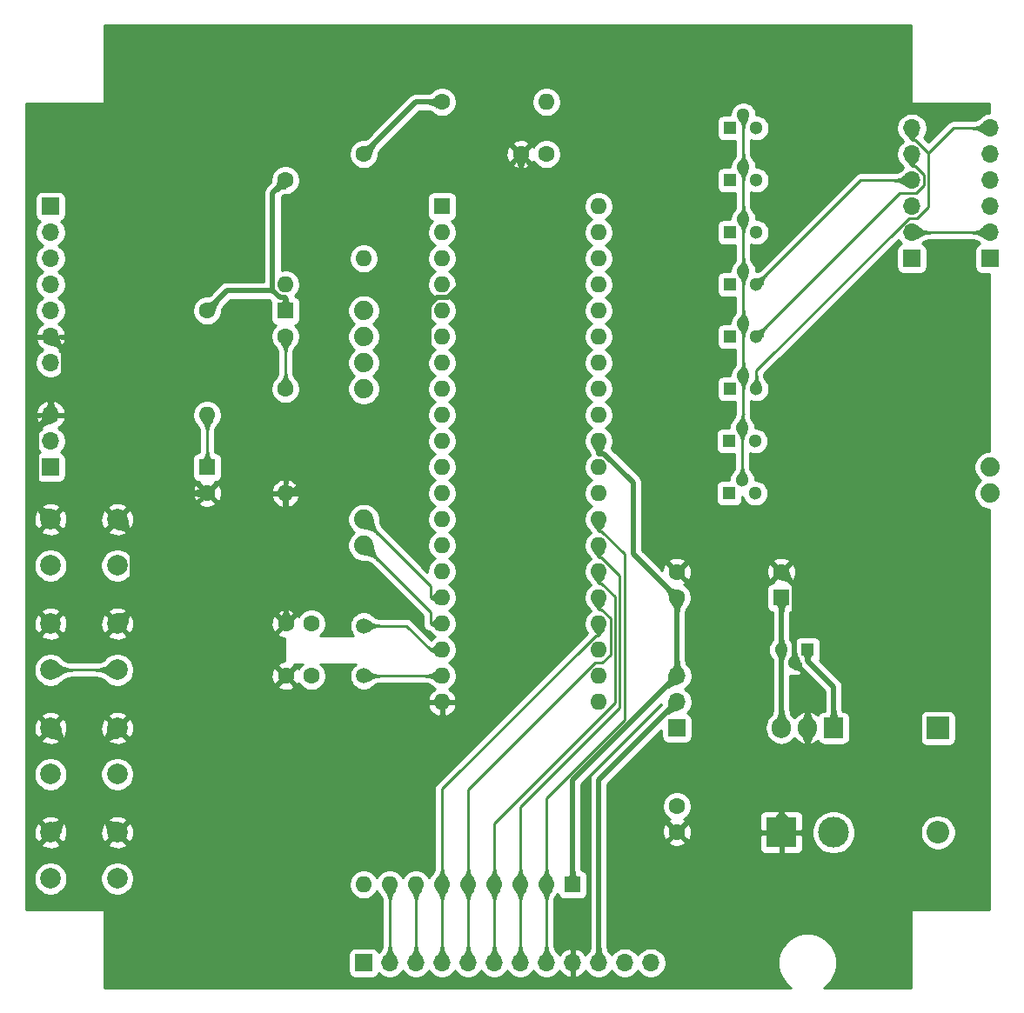
<source format=gbl>
G04 #@! TF.GenerationSoftware,KiCad,Pcbnew,5.1.5-5.1.5*
G04 #@! TF.CreationDate,2020-09-06T13:46:36+10:00*
G04 #@! TF.ProjectId,89c52board,38396335-3262-46f6-9172-642e6b696361,rev?*
G04 #@! TF.SameCoordinates,PX48ab840PY18392c0*
G04 #@! TF.FileFunction,Copper,L2,Bot*
G04 #@! TF.FilePolarity,Positive*
%FSLAX46Y46*%
G04 Gerber Fmt 4.6, Leading zero omitted, Abs format (unit mm)*
G04 Created by KiCad (PCBNEW 5.1.5-5.1.5) date 2020-09-06 13:46:36*
%MOMM*%
%LPD*%
G04 APERTURE LIST*
%ADD10C,1.600000*%
%ADD11R,1.600000X1.600000*%
%ADD12O,2.200000X2.200000*%
%ADD13R,2.200000X2.200000*%
%ADD14R,1.300000X1.300000*%
%ADD15C,1.300000*%
%ADD16C,1.879600*%
%ADD17C,3.000000*%
%ADD18R,3.000000X3.000000*%
%ADD19O,1.700000X1.700000*%
%ADD20R,1.700000X1.700000*%
%ADD21C,2.000000*%
%ADD22C,1.500000*%
%ADD23O,1.905000X2.000000*%
%ADD24R,1.905000X2.000000*%
%ADD25O,1.600000X1.600000*%
%ADD26C,0.500000*%
%ADD27C,0.250000*%
%ADD28C,0.025400*%
%ADD29C,0.254000*%
G04 APERTURE END LIST*
D10*
X60960000Y-50840000D03*
X60960000Y-53340000D03*
X60960000Y-76160000D03*
X60960000Y-73660000D03*
X71120000Y-50840000D03*
D11*
X71120000Y-53340000D03*
D10*
X45760000Y-10160000D03*
X48260000Y-10160000D03*
D12*
X86360000Y-76200000D03*
D13*
X86360000Y-66040000D03*
D14*
X66040000Y-43180000D03*
D15*
X68580000Y-43180000D03*
X67310000Y-41910000D03*
D14*
X66040000Y-38100000D03*
D15*
X68580000Y-38100000D03*
X67310000Y-36830000D03*
D16*
X30480000Y-48260000D03*
X30480000Y-45720000D03*
X30480000Y-33020000D03*
X30480000Y-30480000D03*
X30480000Y-27940000D03*
X30480000Y-25400000D03*
X91440000Y-43180000D03*
X91440000Y-40640000D03*
D17*
X76200000Y-76200000D03*
D18*
X71120000Y-76200000D03*
D19*
X60960000Y-60960000D03*
X60960000Y-63500000D03*
D20*
X60960000Y-66040000D03*
D19*
X0Y-30480000D03*
X0Y-27940000D03*
X0Y-25400000D03*
X0Y-22860000D03*
X0Y-20320000D03*
X0Y-17780000D03*
D20*
X0Y-15240000D03*
D19*
X83820000Y-7620000D03*
X83820000Y-10160000D03*
X83820000Y-12700000D03*
X83820000Y-15240000D03*
X83820000Y-17780000D03*
D20*
X83820000Y-20320000D03*
D21*
X6500000Y-55880000D03*
X6500000Y-60380000D03*
X0Y-55880000D03*
X0Y-60380000D03*
X6500000Y-45720000D03*
X6500000Y-50220000D03*
X0Y-45720000D03*
X0Y-50220000D03*
D22*
X30480000Y-56080000D03*
X30480000Y-60960000D03*
D14*
X73660000Y-58420000D03*
D15*
X71120000Y-58420000D03*
X72390000Y-59690000D03*
D23*
X71120000Y-66040000D03*
X73660000Y-66040000D03*
D24*
X76200000Y-66040000D03*
D25*
X53340000Y-15240000D03*
X38100000Y-63500000D03*
X53340000Y-17780000D03*
X38100000Y-60960000D03*
X53340000Y-20320000D03*
X38100000Y-58420000D03*
X53340000Y-22860000D03*
X38100000Y-55880000D03*
X53340000Y-25400000D03*
X38100000Y-53340000D03*
X53340000Y-27940000D03*
X38100000Y-50800000D03*
X53340000Y-30480000D03*
X38100000Y-48260000D03*
X53340000Y-33020000D03*
X38100000Y-45720000D03*
X53340000Y-35560000D03*
X38100000Y-43180000D03*
X53340000Y-38100000D03*
X38100000Y-40640000D03*
X53340000Y-40640000D03*
X38100000Y-38100000D03*
X53340000Y-43180000D03*
X38100000Y-35560000D03*
X53340000Y-45720000D03*
X38100000Y-33020000D03*
X53340000Y-48260000D03*
X38100000Y-30480000D03*
X53340000Y-50800000D03*
X38100000Y-27940000D03*
X53340000Y-53340000D03*
X38100000Y-25400000D03*
X53340000Y-55880000D03*
X38100000Y-22860000D03*
X53340000Y-58420000D03*
X38100000Y-20320000D03*
X53340000Y-60960000D03*
X38100000Y-17780000D03*
X53340000Y-63500000D03*
D11*
X38100000Y-15240000D03*
D21*
X6500000Y-76200000D03*
X6500000Y-80700000D03*
X0Y-76200000D03*
X0Y-80700000D03*
X6500000Y-66040000D03*
X6500000Y-70540000D03*
X0Y-66040000D03*
X0Y-70540000D03*
D25*
X30480000Y-81280000D03*
X33020000Y-81280000D03*
X35560000Y-81280000D03*
X38100000Y-81280000D03*
X40640000Y-81280000D03*
X43180000Y-81280000D03*
X45720000Y-81280000D03*
X48260000Y-81280000D03*
D11*
X50800000Y-81280000D03*
D25*
X22860000Y-22860000D03*
D10*
X22860000Y-12700000D03*
D25*
X30480000Y-20320000D03*
D10*
X30480000Y-10160000D03*
D25*
X15240000Y-35560000D03*
D10*
X15240000Y-25400000D03*
D25*
X22860000Y-43180000D03*
D10*
X22860000Y-33020000D03*
D25*
X48260000Y-5080000D03*
D10*
X38100000Y-5080000D03*
D14*
X66145000Y-33020000D03*
D15*
X68685000Y-33020000D03*
X67415000Y-31750000D03*
D14*
X66145000Y-27940000D03*
D15*
X68685000Y-27940000D03*
X67415000Y-26670000D03*
D14*
X66145000Y-22860000D03*
D15*
X68685000Y-22860000D03*
X67415000Y-21590000D03*
D14*
X66145000Y-17780000D03*
D15*
X68685000Y-17780000D03*
X67415000Y-16510000D03*
D14*
X66145000Y-12700000D03*
D15*
X68685000Y-12700000D03*
X67415000Y-11430000D03*
D14*
X66145000Y-7620000D03*
D15*
X68685000Y-7620000D03*
X67415000Y-6350000D03*
D19*
X0Y-35560000D03*
X0Y-38100000D03*
D20*
X0Y-40640000D03*
D19*
X58420000Y-88900000D03*
X55880000Y-88900000D03*
X53340000Y-88900000D03*
X50800000Y-88900000D03*
X48260000Y-88900000D03*
X45720000Y-88900000D03*
X43180000Y-88900000D03*
X40640000Y-88900000D03*
X38100000Y-88900000D03*
X35560000Y-88900000D03*
X33020000Y-88900000D03*
D20*
X30480000Y-88900000D03*
D19*
X91440000Y-7620000D03*
X91440000Y-10160000D03*
X91440000Y-12700000D03*
X91440000Y-15240000D03*
X91440000Y-17780000D03*
D20*
X91440000Y-20320000D03*
D10*
X22900000Y-60960000D03*
X25400000Y-60960000D03*
X22900000Y-55880000D03*
X25400000Y-55880000D03*
X15240000Y-43140000D03*
D11*
X15240000Y-40640000D03*
D10*
X22860000Y-27900000D03*
D11*
X22860000Y-25400000D03*
D26*
X3250000Y-69290000D02*
X3250000Y-72950000D01*
X6500000Y-66040000D02*
X3250000Y-69290000D01*
X0Y-66040000D02*
X3250000Y-69290000D01*
X3250000Y-72950000D02*
X6500000Y-76200000D01*
X0Y-76200000D02*
X3250000Y-72950000D01*
X22860000Y-43805100D02*
X36792200Y-29872900D01*
X36792200Y-29872900D02*
X36792200Y-24924000D01*
X36792200Y-24924000D02*
X37586200Y-24130000D01*
X37586200Y-24130000D02*
X38688800Y-24130000D01*
X38688800Y-24130000D02*
X45760000Y-17058800D01*
X45760000Y-17058800D02*
X45760000Y-10160000D01*
X22860000Y-43805100D02*
X22860000Y-44430300D01*
X22860000Y-43180000D02*
X22860000Y-43805100D01*
X7950400Y-47170400D02*
X6500000Y-45720000D01*
X6500000Y-55880000D02*
X7950400Y-54429600D01*
X7950400Y-54429600D02*
X7950400Y-47170400D01*
X15240000Y-43140000D02*
X11980800Y-43140000D01*
X11980800Y-43140000D02*
X7950400Y-47170400D01*
X22860000Y-44430300D02*
X22900000Y-44470300D01*
X22900000Y-44470300D02*
X22900000Y-55880000D01*
X0Y-35560000D02*
X0Y-34259700D01*
X0Y-27940000D02*
X1300300Y-29240300D01*
X1300300Y-29240300D02*
X1300300Y-32959400D01*
X1300300Y-32959400D02*
X0Y-34259700D01*
X0Y-45720000D02*
X-1329800Y-44390200D01*
X-1329800Y-44390200D02*
X-1329800Y-36889800D01*
X-1329800Y-36889800D02*
X0Y-35560000D01*
X72390000Y-59690000D02*
X73660000Y-60960000D01*
X73660000Y-60960000D02*
X73660000Y-66040000D01*
X72390000Y-59690000D02*
X72390000Y-52110000D01*
X72390000Y-52110000D02*
X71120000Y-50840000D01*
X71120000Y-76200000D02*
X71120000Y-74249700D01*
X73660000Y-66040000D02*
X73660000Y-71709700D01*
X73660000Y-71709700D02*
X71120000Y-74249700D01*
X60960000Y-53340000D02*
X56693600Y-49073600D01*
X56693600Y-49073600D02*
X56693600Y-42160000D01*
X56693600Y-42160000D02*
X53883900Y-39350300D01*
X53883900Y-39350300D02*
X53340000Y-39350300D01*
X60960000Y-60960000D02*
X60960000Y-53340000D01*
X53340000Y-38100000D02*
X53340000Y-39350300D01*
X38100000Y-5080000D02*
X35560000Y-5080000D01*
X35560000Y-5080000D02*
X30480000Y-10160000D01*
X21609700Y-23446500D02*
X22312900Y-24149700D01*
X22312900Y-24149700D02*
X22860000Y-24149700D01*
X22860000Y-12700000D02*
X21609700Y-13950300D01*
X21609700Y-13950300D02*
X21609700Y-23446500D01*
X21609700Y-23446500D02*
X17193500Y-23446500D01*
X17193500Y-23446500D02*
X15240000Y-25400000D01*
X71120000Y-58420000D02*
X71120000Y-53340000D01*
X71120000Y-66040000D02*
X71120000Y-58420000D01*
X50800000Y-81280000D02*
X50800000Y-71120000D01*
X50800000Y-71120000D02*
X60960000Y-60960000D01*
X22860000Y-25400000D02*
X22860000Y-24149700D01*
D27*
X85450100Y-10058100D02*
X85450100Y-15298600D01*
X85450100Y-15298600D02*
X84333300Y-16415400D01*
X84333300Y-16415400D02*
X83522300Y-16415400D01*
X83522300Y-16415400D02*
X68685000Y-31252700D01*
X68685000Y-31252700D02*
X68685000Y-33020000D01*
X83820000Y-8795300D02*
X84187300Y-8795300D01*
X84187300Y-8795300D02*
X85450100Y-10058100D01*
X91440000Y-7620000D02*
X87888200Y-7620000D01*
X87888200Y-7620000D02*
X85450100Y-10058100D01*
X83820000Y-7620000D02*
X83820000Y-8795300D01*
X83820000Y-10160000D02*
X83820000Y-11335300D01*
X83820000Y-11335300D02*
X84187300Y-11335300D01*
X84187300Y-11335300D02*
X84995400Y-12143400D01*
X84995400Y-12143400D02*
X84995400Y-13188800D01*
X84995400Y-13188800D02*
X84214200Y-13970000D01*
X84214200Y-13970000D02*
X82655000Y-13970000D01*
X82655000Y-13970000D02*
X68685000Y-27940000D01*
X83820000Y-12700000D02*
X78845000Y-12700000D01*
X78845000Y-12700000D02*
X68685000Y-22860000D01*
X91440000Y-17780000D02*
X83820000Y-17780000D01*
X35560000Y-88900000D02*
X35560000Y-81280000D01*
X33020000Y-88900000D02*
X33020000Y-81280000D01*
X0Y-60380000D02*
X6500000Y-60380000D01*
X67310000Y-36830000D02*
X67310000Y-41910000D01*
X67415000Y-31750000D02*
X67415000Y-36725000D01*
X67415000Y-36725000D02*
X67310000Y-36830000D01*
X67415000Y-26670000D02*
X67415000Y-31750000D01*
X67415000Y-21590000D02*
X67415000Y-26670000D01*
X67415000Y-16510000D02*
X67415000Y-21590000D01*
X67415000Y-11430000D02*
X67415000Y-16510000D01*
X67415000Y-6350000D02*
X67415000Y-11430000D01*
D26*
X73660000Y-58420000D02*
X73660000Y-59520300D01*
X76200000Y-66040000D02*
X76200000Y-62060300D01*
X76200000Y-62060300D02*
X73660000Y-59520300D01*
D27*
X53340000Y-55880000D02*
X53340000Y-57005300D01*
X38100000Y-81280000D02*
X38100000Y-71964000D01*
X38100000Y-71964000D02*
X53058700Y-57005300D01*
X53058700Y-57005300D02*
X53340000Y-57005300D01*
X38100000Y-88900000D02*
X38100000Y-81280000D01*
X53340000Y-45720000D02*
X53340000Y-46845300D01*
X48260000Y-81280000D02*
X48260000Y-72846300D01*
X48260000Y-72846300D02*
X55864600Y-65241700D01*
X55864600Y-65241700D02*
X55864600Y-49125600D01*
X55864600Y-49125600D02*
X53584300Y-46845300D01*
X53584300Y-46845300D02*
X53340000Y-46845300D01*
X48260000Y-88900000D02*
X48260000Y-81280000D01*
X45720000Y-81280000D02*
X45720000Y-73745900D01*
X45720000Y-73745900D02*
X55397100Y-64068800D01*
X55397100Y-64068800D02*
X55397100Y-51161100D01*
X55397100Y-51161100D02*
X53621300Y-49385300D01*
X53621300Y-49385300D02*
X53340000Y-49385300D01*
X53340000Y-48260000D02*
X53340000Y-49385300D01*
X45720000Y-88900000D02*
X45720000Y-81280000D01*
X53340000Y-50800000D02*
X53340000Y-51925300D01*
X43180000Y-81280000D02*
X43180000Y-75312100D01*
X43180000Y-75312100D02*
X54946700Y-63545400D01*
X54946700Y-63545400D02*
X54946700Y-53250700D01*
X54946700Y-53250700D02*
X53621300Y-51925300D01*
X53621300Y-51925300D02*
X53340000Y-51925300D01*
X43180000Y-88900000D02*
X43180000Y-81280000D01*
X40640000Y-81280000D02*
X40640000Y-72068300D01*
X40640000Y-72068300D02*
X53018300Y-59690000D01*
X53018300Y-59690000D02*
X53696400Y-59690000D01*
X53696400Y-59690000D02*
X54484200Y-58902200D01*
X54484200Y-58902200D02*
X54484200Y-55328200D01*
X54484200Y-55328200D02*
X53621300Y-54465300D01*
X53621300Y-54465300D02*
X53340000Y-54465300D01*
X53340000Y-53340000D02*
X53340000Y-54465300D01*
X40640000Y-88900000D02*
X40640000Y-81280000D01*
D26*
X53340000Y-88900000D02*
X53340000Y-71120000D01*
X53340000Y-71120000D02*
X60960000Y-63500000D01*
D27*
X38100000Y-55880000D02*
X36974700Y-55880000D01*
X36974700Y-55880000D02*
X36974700Y-54754700D01*
X36974700Y-54754700D02*
X30480000Y-48260000D01*
X38100000Y-53340000D02*
X36974700Y-53340000D01*
X36974700Y-53340000D02*
X36974700Y-52214700D01*
X36974700Y-52214700D02*
X30480000Y-45720000D01*
X15240000Y-35560000D02*
X15240000Y-40640000D01*
X22860000Y-33020000D02*
X22860000Y-27900000D01*
X38100000Y-58420000D02*
X36974700Y-58420000D01*
X36974700Y-58420000D02*
X34634700Y-56080000D01*
X34634700Y-56080000D02*
X30480000Y-56080000D01*
X38100000Y-60960000D02*
X30480000Y-60960000D01*
D28*
G36*
X6480190Y-67027515D02*
G01*
X6365296Y-67030691D01*
X6364308Y-67030757D01*
X6243288Y-67043589D01*
X6242270Y-67043739D01*
X6124583Y-67065967D01*
X6123555Y-67066205D01*
X6009202Y-67097827D01*
X6008186Y-67098155D01*
X5897165Y-67139173D01*
X5896182Y-67139584D01*
X5788493Y-67189996D01*
X5787562Y-67190479D01*
X5683207Y-67250287D01*
X5682345Y-67250829D01*
X5581323Y-67320031D01*
X5580539Y-67320613D01*
X5482849Y-67399211D01*
X5482148Y-67399818D01*
X5396761Y-67479446D01*
X5060553Y-67143238D01*
X5140181Y-67057851D01*
X5140788Y-67057150D01*
X5219386Y-66959460D01*
X5219968Y-66958676D01*
X5289170Y-66857654D01*
X5289712Y-66856792D01*
X5349520Y-66752437D01*
X5350003Y-66751507D01*
X5400416Y-66643819D01*
X5400827Y-66642835D01*
X5441844Y-66531813D01*
X5442172Y-66530797D01*
X5473794Y-66416444D01*
X5474032Y-66415416D01*
X5496260Y-66297729D01*
X5496410Y-66296711D01*
X5509242Y-66175691D01*
X5509308Y-66174703D01*
X5512484Y-66059810D01*
X6835574Y-65704426D01*
X6480190Y-67027515D01*
G37*
X6480190Y-67027515D02*
X6365296Y-67030691D01*
X6364308Y-67030757D01*
X6243288Y-67043589D01*
X6242270Y-67043739D01*
X6124583Y-67065967D01*
X6123555Y-67066205D01*
X6009202Y-67097827D01*
X6008186Y-67098155D01*
X5897165Y-67139173D01*
X5896182Y-67139584D01*
X5788493Y-67189996D01*
X5787562Y-67190479D01*
X5683207Y-67250287D01*
X5682345Y-67250829D01*
X5581323Y-67320031D01*
X5580539Y-67320613D01*
X5482849Y-67399211D01*
X5482148Y-67399818D01*
X5396761Y-67479446D01*
X5060553Y-67143238D01*
X5140181Y-67057851D01*
X5140788Y-67057150D01*
X5219386Y-66959460D01*
X5219968Y-66958676D01*
X5289170Y-66857654D01*
X5289712Y-66856792D01*
X5349520Y-66752437D01*
X5350003Y-66751507D01*
X5400416Y-66643819D01*
X5400827Y-66642835D01*
X5441844Y-66531813D01*
X5442172Y-66530797D01*
X5473794Y-66416444D01*
X5474032Y-66415416D01*
X5496260Y-66297729D01*
X5496410Y-66296711D01*
X5509242Y-66175691D01*
X5509308Y-66174703D01*
X5512484Y-66059810D01*
X6835574Y-65704426D01*
X6480190Y-67027515D01*
G36*
X987515Y-66059810D02*
G01*
X990691Y-66174703D01*
X990757Y-66175691D01*
X1003589Y-66296711D01*
X1003739Y-66297729D01*
X1025967Y-66415416D01*
X1026205Y-66416444D01*
X1057827Y-66530797D01*
X1058155Y-66531813D01*
X1099173Y-66642835D01*
X1099584Y-66643818D01*
X1149996Y-66751506D01*
X1150479Y-66752437D01*
X1210287Y-66856792D01*
X1210829Y-66857654D01*
X1280031Y-66958676D01*
X1280613Y-66959460D01*
X1359211Y-67057150D01*
X1359818Y-67057851D01*
X1439446Y-67143239D01*
X1103239Y-67479446D01*
X1017851Y-67399818D01*
X1017150Y-67399211D01*
X919460Y-67320613D01*
X918676Y-67320031D01*
X817654Y-67250829D01*
X816792Y-67250287D01*
X712437Y-67190479D01*
X711506Y-67189996D01*
X603818Y-67139584D01*
X602835Y-67139173D01*
X491813Y-67098155D01*
X490797Y-67097827D01*
X376444Y-67066205D01*
X375416Y-67065967D01*
X257729Y-67043739D01*
X256711Y-67043589D01*
X135691Y-67030757D01*
X134703Y-67030691D01*
X19810Y-67027515D01*
X-335574Y-65704426D01*
X987515Y-66059810D01*
G37*
X987515Y-66059810D02*
X990691Y-66174703D01*
X990757Y-66175691D01*
X1003589Y-66296711D01*
X1003739Y-66297729D01*
X1025967Y-66415416D01*
X1026205Y-66416444D01*
X1057827Y-66530797D01*
X1058155Y-66531813D01*
X1099173Y-66642835D01*
X1099584Y-66643818D01*
X1149996Y-66751506D01*
X1150479Y-66752437D01*
X1210287Y-66856792D01*
X1210829Y-66857654D01*
X1280031Y-66958676D01*
X1280613Y-66959460D01*
X1359211Y-67057150D01*
X1359818Y-67057851D01*
X1439446Y-67143239D01*
X1103239Y-67479446D01*
X1017851Y-67399818D01*
X1017150Y-67399211D01*
X919460Y-67320613D01*
X918676Y-67320031D01*
X817654Y-67250829D01*
X816792Y-67250287D01*
X712437Y-67190479D01*
X711506Y-67189996D01*
X603818Y-67139584D01*
X602835Y-67139173D01*
X491813Y-67098155D01*
X490797Y-67097827D01*
X376444Y-67066205D01*
X375416Y-67065967D01*
X257729Y-67043739D01*
X256711Y-67043589D01*
X135691Y-67030757D01*
X134703Y-67030691D01*
X19810Y-67027515D01*
X-335574Y-65704426D01*
X987515Y-66059810D01*
G36*
X5482148Y-74840181D02*
G01*
X5482849Y-74840788D01*
X5580539Y-74919386D01*
X5581323Y-74919968D01*
X5682345Y-74989170D01*
X5683207Y-74989712D01*
X5787562Y-75049520D01*
X5788492Y-75050003D01*
X5896181Y-75100416D01*
X5897165Y-75100827D01*
X6008186Y-75141844D01*
X6009202Y-75142172D01*
X6123555Y-75173794D01*
X6124583Y-75174032D01*
X6242270Y-75196260D01*
X6243288Y-75196410D01*
X6364308Y-75209242D01*
X6365296Y-75209308D01*
X6480190Y-75212484D01*
X6835574Y-76535574D01*
X5512484Y-76180190D01*
X5509308Y-76065296D01*
X5509242Y-76064308D01*
X5496410Y-75943288D01*
X5496260Y-75942270D01*
X5474032Y-75824583D01*
X5473794Y-75823555D01*
X5442172Y-75709202D01*
X5441844Y-75708186D01*
X5400827Y-75597165D01*
X5400416Y-75596181D01*
X5350003Y-75488492D01*
X5349520Y-75487562D01*
X5289712Y-75383207D01*
X5289170Y-75382345D01*
X5219968Y-75281323D01*
X5219386Y-75280539D01*
X5140788Y-75182849D01*
X5140181Y-75182148D01*
X5060554Y-75096761D01*
X5396761Y-74760554D01*
X5482148Y-74840181D01*
G37*
X5482148Y-74840181D02*
X5482849Y-74840788D01*
X5580539Y-74919386D01*
X5581323Y-74919968D01*
X5682345Y-74989170D01*
X5683207Y-74989712D01*
X5787562Y-75049520D01*
X5788492Y-75050003D01*
X5896181Y-75100416D01*
X5897165Y-75100827D01*
X6008186Y-75141844D01*
X6009202Y-75142172D01*
X6123555Y-75173794D01*
X6124583Y-75174032D01*
X6242270Y-75196260D01*
X6243288Y-75196410D01*
X6364308Y-75209242D01*
X6365296Y-75209308D01*
X6480190Y-75212484D01*
X6835574Y-76535574D01*
X5512484Y-76180190D01*
X5509308Y-76065296D01*
X5509242Y-76064308D01*
X5496410Y-75943288D01*
X5496260Y-75942270D01*
X5474032Y-75824583D01*
X5473794Y-75823555D01*
X5442172Y-75709202D01*
X5441844Y-75708186D01*
X5400827Y-75597165D01*
X5400416Y-75596181D01*
X5350003Y-75488492D01*
X5349520Y-75487562D01*
X5289712Y-75383207D01*
X5289170Y-75382345D01*
X5219968Y-75281323D01*
X5219386Y-75280539D01*
X5140788Y-75182849D01*
X5140181Y-75182148D01*
X5060554Y-75096761D01*
X5396761Y-74760554D01*
X5482148Y-74840181D01*
G36*
X1439446Y-75096761D02*
G01*
X1359818Y-75182148D01*
X1359211Y-75182849D01*
X1280613Y-75280539D01*
X1280031Y-75281323D01*
X1210829Y-75382345D01*
X1210287Y-75383207D01*
X1150479Y-75487562D01*
X1149996Y-75488493D01*
X1099584Y-75596182D01*
X1099173Y-75597165D01*
X1058155Y-75708186D01*
X1057827Y-75709202D01*
X1026205Y-75823555D01*
X1025967Y-75824583D01*
X1003739Y-75942270D01*
X1003589Y-75943288D01*
X990757Y-76064308D01*
X990691Y-76065296D01*
X987515Y-76180190D01*
X-335574Y-76535574D01*
X19810Y-75212484D01*
X134703Y-75209308D01*
X135691Y-75209242D01*
X256711Y-75196410D01*
X257729Y-75196260D01*
X375416Y-75174032D01*
X376444Y-75173794D01*
X490797Y-75142172D01*
X491813Y-75141844D01*
X602835Y-75100827D01*
X603819Y-75100416D01*
X711507Y-75050003D01*
X712437Y-75049520D01*
X816792Y-74989712D01*
X817654Y-74989170D01*
X918676Y-74919968D01*
X919460Y-74919386D01*
X1017150Y-74840788D01*
X1017851Y-74840181D01*
X1103238Y-74760553D01*
X1439446Y-75096761D01*
G37*
X1439446Y-75096761D02*
X1359818Y-75182148D01*
X1359211Y-75182849D01*
X1280613Y-75280539D01*
X1280031Y-75281323D01*
X1210829Y-75382345D01*
X1210287Y-75383207D01*
X1150479Y-75487562D01*
X1149996Y-75488493D01*
X1099584Y-75596182D01*
X1099173Y-75597165D01*
X1058155Y-75708186D01*
X1057827Y-75709202D01*
X1026205Y-75823555D01*
X1025967Y-75824583D01*
X1003739Y-75942270D01*
X1003589Y-75943288D01*
X990757Y-76064308D01*
X990691Y-76065296D01*
X987515Y-76180190D01*
X-335574Y-76535574D01*
X19810Y-75212484D01*
X134703Y-75209308D01*
X135691Y-75209242D01*
X256711Y-75196410D01*
X257729Y-75196260D01*
X375416Y-75174032D01*
X376444Y-75173794D01*
X490797Y-75142172D01*
X491813Y-75141844D01*
X602835Y-75100827D01*
X603819Y-75100416D01*
X711507Y-75050003D01*
X712437Y-75049520D01*
X816792Y-74989712D01*
X817654Y-74989170D01*
X918676Y-74919968D01*
X919460Y-74919386D01*
X1017150Y-74840788D01*
X1017851Y-74840181D01*
X1103238Y-74760553D01*
X1439446Y-75096761D01*
G36*
X22952630Y-42396582D02*
G01*
X23035096Y-42406361D01*
X23115252Y-42422076D01*
X23193126Y-42443727D01*
X23268742Y-42471316D01*
X23342112Y-42504848D01*
X23413238Y-42544325D01*
X23482159Y-42589777D01*
X23548857Y-42641198D01*
X23613417Y-42698671D01*
X23841344Y-42926598D01*
X23818548Y-42915125D01*
X23815620Y-42914077D01*
X23774315Y-42904807D01*
X23771844Y-42904503D01*
X23769548Y-42904655D01*
X23734732Y-42910167D01*
X23732323Y-42910796D01*
X23729322Y-42912387D01*
X23700994Y-42932680D01*
X23699122Y-42934321D01*
X23697609Y-42936291D01*
X23675769Y-42971367D01*
X23674412Y-42974343D01*
X23659060Y-43024201D01*
X23658616Y-43026213D01*
X23649752Y-43090853D01*
X23649640Y-43092198D01*
X23647547Y-43162184D01*
X22595137Y-43444863D01*
X22877618Y-42393189D01*
X22952630Y-42396582D01*
G37*
X22952630Y-42396582D02*
X23035096Y-42406361D01*
X23115252Y-42422076D01*
X23193126Y-42443727D01*
X23268742Y-42471316D01*
X23342112Y-42504848D01*
X23413238Y-42544325D01*
X23482159Y-42589777D01*
X23548857Y-42641198D01*
X23613417Y-42698671D01*
X23841344Y-42926598D01*
X23818548Y-42915125D01*
X23815620Y-42914077D01*
X23774315Y-42904807D01*
X23771844Y-42904503D01*
X23769548Y-42904655D01*
X23734732Y-42910167D01*
X23732323Y-42910796D01*
X23729322Y-42912387D01*
X23700994Y-42932680D01*
X23699122Y-42934321D01*
X23697609Y-42936291D01*
X23675769Y-42971367D01*
X23674412Y-42974343D01*
X23659060Y-43024201D01*
X23658616Y-43026213D01*
X23649752Y-43090853D01*
X23649640Y-43092198D01*
X23647547Y-43162184D01*
X22595137Y-43444863D01*
X22877618Y-42393189D01*
X22952630Y-42396582D01*
G36*
X46304272Y-10729459D02*
G01*
X46251873Y-10784845D01*
X46251220Y-10785592D01*
X46198520Y-10850828D01*
X46197905Y-10851655D01*
X46151405Y-10919866D01*
X46150847Y-10920763D01*
X46110547Y-10991949D01*
X46110060Y-10992900D01*
X46075960Y-11067062D01*
X46075556Y-11068048D01*
X46047656Y-11145185D01*
X46047341Y-11146185D01*
X46025641Y-11226298D01*
X46025414Y-11227289D01*
X46009914Y-11310377D01*
X46009773Y-11311342D01*
X46000473Y-11397405D01*
X46000407Y-11398327D01*
X45997735Y-11475109D01*
X45522265Y-11475109D01*
X45519592Y-11398327D01*
X45519526Y-11397405D01*
X45510226Y-11311342D01*
X45510085Y-11310377D01*
X45494585Y-11227289D01*
X45494358Y-11226298D01*
X45472658Y-11146185D01*
X45472343Y-11145185D01*
X45444443Y-11068048D01*
X45444039Y-11067062D01*
X45409939Y-10992900D01*
X45409452Y-10991949D01*
X45369152Y-10920763D01*
X45368594Y-10919866D01*
X45322094Y-10851655D01*
X45321479Y-10850828D01*
X45268779Y-10785592D01*
X45268126Y-10784845D01*
X45215728Y-10729459D01*
X45760000Y-9785426D01*
X46304272Y-10729459D01*
G37*
X46304272Y-10729459D02*
X46251873Y-10784845D01*
X46251220Y-10785592D01*
X46198520Y-10850828D01*
X46197905Y-10851655D01*
X46151405Y-10919866D01*
X46150847Y-10920763D01*
X46110547Y-10991949D01*
X46110060Y-10992900D01*
X46075960Y-11067062D01*
X46075556Y-11068048D01*
X46047656Y-11145185D01*
X46047341Y-11146185D01*
X46025641Y-11226298D01*
X46025414Y-11227289D01*
X46009914Y-11310377D01*
X46009773Y-11311342D01*
X46000473Y-11397405D01*
X46000407Y-11398327D01*
X45997735Y-11475109D01*
X45522265Y-11475109D01*
X45519592Y-11398327D01*
X45519526Y-11397405D01*
X45510226Y-11311342D01*
X45510085Y-11310377D01*
X45494585Y-11227289D01*
X45494358Y-11226298D01*
X45472658Y-11146185D01*
X45472343Y-11145185D01*
X45444443Y-11068048D01*
X45444039Y-11067062D01*
X45409939Y-10992900D01*
X45409452Y-10991949D01*
X45369152Y-10920763D01*
X45368594Y-10919866D01*
X45322094Y-10851655D01*
X45321479Y-10850828D01*
X45268779Y-10785592D01*
X45268126Y-10784845D01*
X45215728Y-10729459D01*
X45760000Y-9785426D01*
X46304272Y-10729459D01*
G36*
X7487515Y-45739810D02*
G01*
X7490691Y-45854703D01*
X7490757Y-45855691D01*
X7503589Y-45976711D01*
X7503739Y-45977729D01*
X7525967Y-46095416D01*
X7526205Y-46096444D01*
X7557827Y-46210797D01*
X7558155Y-46211813D01*
X7599173Y-46322835D01*
X7599584Y-46323818D01*
X7649996Y-46431506D01*
X7650479Y-46432437D01*
X7710287Y-46536792D01*
X7710829Y-46537654D01*
X7780031Y-46638676D01*
X7780613Y-46639460D01*
X7859211Y-46737150D01*
X7859818Y-46737851D01*
X7939446Y-46823239D01*
X7603239Y-47159446D01*
X7517851Y-47079818D01*
X7517150Y-47079211D01*
X7419460Y-47000613D01*
X7418676Y-47000031D01*
X7317654Y-46930829D01*
X7316792Y-46930287D01*
X7212437Y-46870479D01*
X7211506Y-46869996D01*
X7103818Y-46819584D01*
X7102835Y-46819173D01*
X6991813Y-46778155D01*
X6990797Y-46777827D01*
X6876444Y-46746205D01*
X6875416Y-46745967D01*
X6757729Y-46723739D01*
X6756711Y-46723589D01*
X6635691Y-46710757D01*
X6634703Y-46710691D01*
X6519810Y-46707515D01*
X6164426Y-45384426D01*
X7487515Y-45739810D01*
G37*
X7487515Y-45739810D02*
X7490691Y-45854703D01*
X7490757Y-45855691D01*
X7503589Y-45976711D01*
X7503739Y-45977729D01*
X7525967Y-46095416D01*
X7526205Y-46096444D01*
X7557827Y-46210797D01*
X7558155Y-46211813D01*
X7599173Y-46322835D01*
X7599584Y-46323818D01*
X7649996Y-46431506D01*
X7650479Y-46432437D01*
X7710287Y-46536792D01*
X7710829Y-46537654D01*
X7780031Y-46638676D01*
X7780613Y-46639460D01*
X7859211Y-46737150D01*
X7859818Y-46737851D01*
X7939446Y-46823239D01*
X7603239Y-47159446D01*
X7517851Y-47079818D01*
X7517150Y-47079211D01*
X7419460Y-47000613D01*
X7418676Y-47000031D01*
X7317654Y-46930829D01*
X7316792Y-46930287D01*
X7212437Y-46870479D01*
X7211506Y-46869996D01*
X7103818Y-46819584D01*
X7102835Y-46819173D01*
X6991813Y-46778155D01*
X6990797Y-46777827D01*
X6876444Y-46746205D01*
X6875416Y-46745967D01*
X6757729Y-46723739D01*
X6756711Y-46723589D01*
X6635691Y-46710757D01*
X6634703Y-46710691D01*
X6519810Y-46707515D01*
X6164426Y-45384426D01*
X7487515Y-45739810D01*
G36*
X7939446Y-54776761D02*
G01*
X7859818Y-54862148D01*
X7859211Y-54862849D01*
X7780613Y-54960539D01*
X7780031Y-54961323D01*
X7710829Y-55062345D01*
X7710287Y-55063207D01*
X7650479Y-55167562D01*
X7649996Y-55168493D01*
X7599584Y-55276182D01*
X7599173Y-55277165D01*
X7558155Y-55388186D01*
X7557827Y-55389202D01*
X7526205Y-55503555D01*
X7525967Y-55504583D01*
X7503739Y-55622270D01*
X7503589Y-55623288D01*
X7490757Y-55744308D01*
X7490691Y-55745296D01*
X7487515Y-55860190D01*
X6164426Y-56215574D01*
X6519810Y-54892484D01*
X6634703Y-54889308D01*
X6635691Y-54889242D01*
X6756711Y-54876410D01*
X6757729Y-54876260D01*
X6875416Y-54854032D01*
X6876444Y-54853794D01*
X6990797Y-54822172D01*
X6991813Y-54821844D01*
X7102835Y-54780827D01*
X7103819Y-54780416D01*
X7211507Y-54730003D01*
X7212437Y-54729520D01*
X7316792Y-54669712D01*
X7317654Y-54669170D01*
X7418676Y-54599968D01*
X7419460Y-54599386D01*
X7517150Y-54520788D01*
X7517851Y-54520181D01*
X7603238Y-54440553D01*
X7939446Y-54776761D01*
G37*
X7939446Y-54776761D02*
X7859818Y-54862148D01*
X7859211Y-54862849D01*
X7780613Y-54960539D01*
X7780031Y-54961323D01*
X7710829Y-55062345D01*
X7710287Y-55063207D01*
X7650479Y-55167562D01*
X7649996Y-55168493D01*
X7599584Y-55276182D01*
X7599173Y-55277165D01*
X7558155Y-55388186D01*
X7557827Y-55389202D01*
X7526205Y-55503555D01*
X7525967Y-55504583D01*
X7503739Y-55622270D01*
X7503589Y-55623288D01*
X7490757Y-55744308D01*
X7490691Y-55745296D01*
X7487515Y-55860190D01*
X6164426Y-56215574D01*
X6519810Y-54892484D01*
X6634703Y-54889308D01*
X6635691Y-54889242D01*
X6756711Y-54876410D01*
X6757729Y-54876260D01*
X6875416Y-54854032D01*
X6876444Y-54853794D01*
X6990797Y-54822172D01*
X6991813Y-54821844D01*
X7102835Y-54780827D01*
X7103819Y-54780416D01*
X7211507Y-54730003D01*
X7212437Y-54729520D01*
X7316792Y-54669712D01*
X7317654Y-54669170D01*
X7418676Y-54599968D01*
X7419460Y-54599386D01*
X7517150Y-54520788D01*
X7517851Y-54520181D01*
X7603238Y-54440553D01*
X7939446Y-54776761D01*
G36*
X15614574Y-43140000D02*
G01*
X14670541Y-43684272D01*
X14615154Y-43631873D01*
X14614407Y-43631220D01*
X14549171Y-43578520D01*
X14548344Y-43577905D01*
X14480133Y-43531405D01*
X14479236Y-43530847D01*
X14408050Y-43490547D01*
X14407099Y-43490060D01*
X14332937Y-43455960D01*
X14331951Y-43455556D01*
X14254814Y-43427656D01*
X14253814Y-43427341D01*
X14173701Y-43405641D01*
X14172710Y-43405414D01*
X14089622Y-43389914D01*
X14088657Y-43389773D01*
X14002594Y-43380473D01*
X14001672Y-43380407D01*
X13924891Y-43377735D01*
X13924891Y-42902265D01*
X14001672Y-42899592D01*
X14002594Y-42899526D01*
X14088657Y-42890226D01*
X14089622Y-42890085D01*
X14172710Y-42874585D01*
X14173701Y-42874358D01*
X14253814Y-42852658D01*
X14254814Y-42852343D01*
X14331951Y-42824443D01*
X14332937Y-42824039D01*
X14407099Y-42789939D01*
X14408050Y-42789452D01*
X14479236Y-42749152D01*
X14480133Y-42748594D01*
X14548344Y-42702094D01*
X14549171Y-42701479D01*
X14614407Y-42648779D01*
X14615154Y-42648126D01*
X14670541Y-42595728D01*
X15614574Y-43140000D01*
G37*
X15614574Y-43140000D02*
X14670541Y-43684272D01*
X14615154Y-43631873D01*
X14614407Y-43631220D01*
X14549171Y-43578520D01*
X14548344Y-43577905D01*
X14480133Y-43531405D01*
X14479236Y-43530847D01*
X14408050Y-43490547D01*
X14407099Y-43490060D01*
X14332937Y-43455960D01*
X14331951Y-43455556D01*
X14254814Y-43427656D01*
X14253814Y-43427341D01*
X14173701Y-43405641D01*
X14172710Y-43405414D01*
X14089622Y-43389914D01*
X14088657Y-43389773D01*
X14002594Y-43380473D01*
X14001672Y-43380407D01*
X13924891Y-43377735D01*
X13924891Y-42902265D01*
X14001672Y-42899592D01*
X14002594Y-42899526D01*
X14088657Y-42890226D01*
X14089622Y-42890085D01*
X14172710Y-42874585D01*
X14173701Y-42874358D01*
X14253814Y-42852658D01*
X14254814Y-42852343D01*
X14331951Y-42824443D01*
X14332937Y-42824039D01*
X14407099Y-42789939D01*
X14408050Y-42789452D01*
X14479236Y-42749152D01*
X14480133Y-42748594D01*
X14548344Y-42702094D01*
X14549171Y-42701479D01*
X14614407Y-42648779D01*
X14615154Y-42648126D01*
X14670541Y-42595728D01*
X15614574Y-43140000D01*
G36*
X23140407Y-54641672D02*
G01*
X23140473Y-54642594D01*
X23149773Y-54728657D01*
X23149914Y-54729622D01*
X23165414Y-54812710D01*
X23165641Y-54813701D01*
X23187341Y-54893814D01*
X23187656Y-54894814D01*
X23215556Y-54971951D01*
X23215960Y-54972937D01*
X23250060Y-55047099D01*
X23250547Y-55048050D01*
X23290847Y-55119236D01*
X23291405Y-55120133D01*
X23337905Y-55188344D01*
X23338520Y-55189171D01*
X23391220Y-55254407D01*
X23391873Y-55255154D01*
X23444272Y-55310541D01*
X22900000Y-56254574D01*
X22355728Y-55310541D01*
X22408126Y-55255154D01*
X22408779Y-55254407D01*
X22461479Y-55189171D01*
X22462094Y-55188344D01*
X22508594Y-55120133D01*
X22509152Y-55119236D01*
X22549452Y-55048050D01*
X22549939Y-55047099D01*
X22584039Y-54972937D01*
X22584443Y-54971951D01*
X22612343Y-54894814D01*
X22612658Y-54893814D01*
X22634358Y-54813701D01*
X22634585Y-54812710D01*
X22650085Y-54729622D01*
X22650226Y-54728657D01*
X22659526Y-54642594D01*
X22659592Y-54641672D01*
X22662265Y-54564891D01*
X23137735Y-54564891D01*
X23140407Y-54641672D01*
G37*
X23140407Y-54641672D02*
X23140473Y-54642594D01*
X23149773Y-54728657D01*
X23149914Y-54729622D01*
X23165414Y-54812710D01*
X23165641Y-54813701D01*
X23187341Y-54893814D01*
X23187656Y-54894814D01*
X23215556Y-54971951D01*
X23215960Y-54972937D01*
X23250060Y-55047099D01*
X23250547Y-55048050D01*
X23290847Y-55119236D01*
X23291405Y-55120133D01*
X23337905Y-55188344D01*
X23338520Y-55189171D01*
X23391220Y-55254407D01*
X23391873Y-55255154D01*
X23444272Y-55310541D01*
X22900000Y-56254574D01*
X22355728Y-55310541D01*
X22408126Y-55255154D01*
X22408779Y-55254407D01*
X22461479Y-55189171D01*
X22462094Y-55188344D01*
X22508594Y-55120133D01*
X22509152Y-55119236D01*
X22549452Y-55048050D01*
X22549939Y-55047099D01*
X22584039Y-54972937D01*
X22584443Y-54971951D01*
X22612343Y-54894814D01*
X22612658Y-54893814D01*
X22634358Y-54813701D01*
X22634585Y-54812710D01*
X22650085Y-54729622D01*
X22650226Y-54728657D01*
X22659526Y-54642594D01*
X22659592Y-54641672D01*
X22662265Y-54564891D01*
X23137735Y-54564891D01*
X23140407Y-54641672D01*
G36*
X240764Y-34331170D02*
G01*
X240884Y-34332396D01*
X251234Y-34402910D01*
X251466Y-34404098D01*
X268716Y-34474273D01*
X269046Y-34475392D01*
X293196Y-34545228D01*
X293604Y-34546258D01*
X324654Y-34615756D01*
X325115Y-34616685D01*
X363065Y-34685843D01*
X363559Y-34686667D01*
X408409Y-34755487D01*
X408917Y-34756210D01*
X460667Y-34824691D01*
X461173Y-34825319D01*
X519823Y-34893460D01*
X520318Y-34894002D01*
X579218Y-34954927D01*
X0Y-35959574D01*
X-579218Y-34954927D01*
X-520319Y-34894002D01*
X-519824Y-34893460D01*
X-461174Y-34825319D01*
X-460668Y-34824691D01*
X-408918Y-34756210D01*
X-408410Y-34755487D01*
X-363560Y-34686667D01*
X-363066Y-34685843D01*
X-325116Y-34616685D01*
X-324655Y-34615756D01*
X-293605Y-34546258D01*
X-293197Y-34545228D01*
X-269047Y-34475392D01*
X-268717Y-34474273D01*
X-251467Y-34404098D01*
X-251235Y-34402910D01*
X-240885Y-34332396D01*
X-240765Y-34331170D01*
X-237902Y-34272400D01*
X237902Y-34272400D01*
X240764Y-34331170D01*
G37*
X240764Y-34331170D02*
X240884Y-34332396D01*
X251234Y-34402910D01*
X251466Y-34404098D01*
X268716Y-34474273D01*
X269046Y-34475392D01*
X293196Y-34545228D01*
X293604Y-34546258D01*
X324654Y-34615756D01*
X325115Y-34616685D01*
X363065Y-34685843D01*
X363559Y-34686667D01*
X408409Y-34755487D01*
X408917Y-34756210D01*
X460667Y-34824691D01*
X461173Y-34825319D01*
X519823Y-34893460D01*
X520318Y-34894002D01*
X579218Y-34954927D01*
X0Y-35959574D01*
X-579218Y-34954927D01*
X-520319Y-34894002D01*
X-519824Y-34893460D01*
X-461174Y-34825319D01*
X-460668Y-34824691D01*
X-408918Y-34756210D01*
X-408410Y-34755487D01*
X-363560Y-34686667D01*
X-363066Y-34685843D01*
X-325116Y-34616685D01*
X-324655Y-34615756D01*
X-293605Y-34546258D01*
X-293197Y-34545228D01*
X-269047Y-34475392D01*
X-268717Y-34474273D01*
X-251467Y-34404098D01*
X-251235Y-34402910D01*
X-240885Y-34332396D01*
X-240765Y-34331170D01*
X-237902Y-34272400D01*
X237902Y-34272400D01*
X240764Y-34331170D01*
G36*
X837524Y-27958310D02*
G01*
X839903Y-28044194D01*
X839969Y-28045183D01*
X849825Y-28137983D01*
X849975Y-28139002D01*
X867046Y-28229258D01*
X867285Y-28230287D01*
X891570Y-28318000D01*
X891899Y-28319017D01*
X923400Y-28404187D01*
X923811Y-28405169D01*
X962526Y-28487795D01*
X963009Y-28488725D01*
X1008939Y-28568808D01*
X1009480Y-28569670D01*
X1062625Y-28647210D01*
X1063207Y-28647993D01*
X1123566Y-28722990D01*
X1124172Y-28723689D01*
X1183382Y-28787174D01*
X847174Y-29123382D01*
X783689Y-29064172D01*
X782990Y-29063566D01*
X707993Y-29003207D01*
X707210Y-29002625D01*
X629670Y-28949480D01*
X628808Y-28948939D01*
X548725Y-28903009D01*
X547795Y-28902526D01*
X465169Y-28863811D01*
X464187Y-28863400D01*
X379017Y-28831899D01*
X378000Y-28831570D01*
X290287Y-28807284D01*
X289258Y-28807045D01*
X199002Y-28789975D01*
X197983Y-28789825D01*
X105183Y-28779969D01*
X104194Y-28779903D01*
X18310Y-28777524D01*
X-282541Y-27657459D01*
X837524Y-27958310D01*
G37*
X837524Y-27958310D02*
X839903Y-28044194D01*
X839969Y-28045183D01*
X849825Y-28137983D01*
X849975Y-28139002D01*
X867046Y-28229258D01*
X867285Y-28230287D01*
X891570Y-28318000D01*
X891899Y-28319017D01*
X923400Y-28404187D01*
X923811Y-28405169D01*
X962526Y-28487795D01*
X963009Y-28488725D01*
X1008939Y-28568808D01*
X1009480Y-28569670D01*
X1062625Y-28647210D01*
X1063207Y-28647993D01*
X1123566Y-28722990D01*
X1124172Y-28723689D01*
X1183382Y-28787174D01*
X847174Y-29123382D01*
X783689Y-29064172D01*
X782990Y-29063566D01*
X707993Y-29003207D01*
X707210Y-29002625D01*
X629670Y-28949480D01*
X628808Y-28948939D01*
X548725Y-28903009D01*
X547795Y-28902526D01*
X465169Y-28863811D01*
X464187Y-28863400D01*
X379017Y-28831899D01*
X378000Y-28831570D01*
X290287Y-28807284D01*
X289258Y-28807045D01*
X199002Y-28789975D01*
X197983Y-28789825D01*
X105183Y-28779969D01*
X104194Y-28779903D01*
X18310Y-28777524D01*
X-282541Y-27657459D01*
X837524Y-27958310D01*
G36*
X-1017852Y-44360181D02*
G01*
X-1017151Y-44360788D01*
X-919461Y-44439386D01*
X-918677Y-44439968D01*
X-817655Y-44509170D01*
X-816793Y-44509712D01*
X-712438Y-44569520D01*
X-711508Y-44570003D01*
X-603819Y-44620416D01*
X-602835Y-44620827D01*
X-491814Y-44661844D01*
X-490798Y-44662172D01*
X-376445Y-44693794D01*
X-375417Y-44694032D01*
X-257730Y-44716260D01*
X-256712Y-44716410D01*
X-135692Y-44729242D01*
X-134704Y-44729308D01*
X-19810Y-44732484D01*
X335574Y-46055574D01*
X-987516Y-45700190D01*
X-990692Y-45585296D01*
X-990758Y-45584308D01*
X-1003590Y-45463288D01*
X-1003740Y-45462270D01*
X-1025968Y-45344583D01*
X-1026206Y-45343555D01*
X-1057828Y-45229202D01*
X-1058156Y-45228186D01*
X-1099173Y-45117165D01*
X-1099584Y-45116181D01*
X-1149997Y-45008492D01*
X-1150480Y-45007562D01*
X-1210288Y-44903207D01*
X-1210830Y-44902345D01*
X-1280032Y-44801323D01*
X-1280614Y-44800539D01*
X-1359212Y-44702849D01*
X-1359819Y-44702148D01*
X-1439446Y-44616761D01*
X-1103239Y-44280554D01*
X-1017852Y-44360181D01*
G37*
X-1017852Y-44360181D02*
X-1017151Y-44360788D01*
X-919461Y-44439386D01*
X-918677Y-44439968D01*
X-817655Y-44509170D01*
X-816793Y-44509712D01*
X-712438Y-44569520D01*
X-711508Y-44570003D01*
X-603819Y-44620416D01*
X-602835Y-44620827D01*
X-491814Y-44661844D01*
X-490798Y-44662172D01*
X-376445Y-44693794D01*
X-375417Y-44694032D01*
X-257730Y-44716260D01*
X-256712Y-44716410D01*
X-135692Y-44729242D01*
X-134704Y-44729308D01*
X-19810Y-44732484D01*
X335574Y-46055574D01*
X-987516Y-45700190D01*
X-990692Y-45585296D01*
X-990758Y-45584308D01*
X-1003590Y-45463288D01*
X-1003740Y-45462270D01*
X-1025968Y-45344583D01*
X-1026206Y-45343555D01*
X-1057828Y-45229202D01*
X-1058156Y-45228186D01*
X-1099173Y-45117165D01*
X-1099584Y-45116181D01*
X-1149997Y-45008492D01*
X-1150480Y-45007562D01*
X-1210288Y-44903207D01*
X-1210830Y-44902345D01*
X-1280032Y-44801323D01*
X-1280614Y-44800539D01*
X-1359212Y-44702849D01*
X-1359819Y-44702148D01*
X-1439446Y-44616761D01*
X-1103239Y-44280554D01*
X-1017852Y-44360181D01*
G36*
X-18310Y-36397524D02*
G01*
X-104195Y-36399903D01*
X-105184Y-36399969D01*
X-197984Y-36409825D01*
X-199003Y-36409975D01*
X-289259Y-36427046D01*
X-290288Y-36427285D01*
X-378001Y-36451570D01*
X-379018Y-36451899D01*
X-464188Y-36483400D01*
X-465170Y-36483811D01*
X-547796Y-36522526D01*
X-548726Y-36523009D01*
X-628809Y-36568939D01*
X-629671Y-36569480D01*
X-707211Y-36622625D01*
X-707994Y-36623207D01*
X-782991Y-36683566D01*
X-783690Y-36684173D01*
X-847174Y-36743382D01*
X-1183382Y-36407174D01*
X-1124173Y-36343689D01*
X-1123567Y-36342990D01*
X-1063207Y-36267993D01*
X-1062625Y-36267210D01*
X-1009481Y-36189670D01*
X-1008940Y-36188808D01*
X-963010Y-36108725D01*
X-962527Y-36107796D01*
X-923811Y-36025170D01*
X-923400Y-36024186D01*
X-891900Y-35939016D01*
X-891571Y-35938000D01*
X-867286Y-35850287D01*
X-867047Y-35849258D01*
X-849976Y-35759002D01*
X-849826Y-35757983D01*
X-839970Y-35665183D01*
X-839904Y-35664194D01*
X-837524Y-35578310D01*
X282541Y-35277459D01*
X-18310Y-36397524D01*
G37*
X-18310Y-36397524D02*
X-104195Y-36399903D01*
X-105184Y-36399969D01*
X-197984Y-36409825D01*
X-199003Y-36409975D01*
X-289259Y-36427046D01*
X-290288Y-36427285D01*
X-378001Y-36451570D01*
X-379018Y-36451899D01*
X-464188Y-36483400D01*
X-465170Y-36483811D01*
X-547796Y-36522526D01*
X-548726Y-36523009D01*
X-628809Y-36568939D01*
X-629671Y-36569480D01*
X-707211Y-36622625D01*
X-707994Y-36623207D01*
X-782991Y-36683566D01*
X-783690Y-36684173D01*
X-847174Y-36743382D01*
X-1183382Y-36407174D01*
X-1124173Y-36343689D01*
X-1123567Y-36342990D01*
X-1063207Y-36267993D01*
X-1062625Y-36267210D01*
X-1009481Y-36189670D01*
X-1008940Y-36188808D01*
X-963010Y-36108725D01*
X-962527Y-36107796D01*
X-923811Y-36025170D01*
X-923400Y-36024186D01*
X-891900Y-35939016D01*
X-891571Y-35938000D01*
X-867286Y-35850287D01*
X-867047Y-35849258D01*
X-849976Y-35759002D01*
X-849826Y-35757983D01*
X-839970Y-35665183D01*
X-839904Y-35664194D01*
X-837524Y-35578310D01*
X282541Y-35277459D01*
X-18310Y-36397524D01*
G36*
X73027536Y-59706311D02*
G01*
X73028851Y-59753517D01*
X73028918Y-59754511D01*
X73034806Y-59809684D01*
X73034957Y-59810706D01*
X73045152Y-59864388D01*
X73045393Y-59865418D01*
X73059896Y-59917610D01*
X73060225Y-59918628D01*
X73079036Y-59969330D01*
X73079448Y-59970312D01*
X73102567Y-60019522D01*
X73103051Y-60020450D01*
X73130477Y-60068171D01*
X73131018Y-60069031D01*
X73162753Y-60115261D01*
X73163333Y-60116040D01*
X73199375Y-60160779D01*
X73199979Y-60161476D01*
X73231961Y-60195756D01*
X72895756Y-60531961D01*
X72861476Y-60499979D01*
X72860779Y-60499375D01*
X72816040Y-60463333D01*
X72815261Y-60462753D01*
X72769031Y-60431018D01*
X72768171Y-60430477D01*
X72720450Y-60403051D01*
X72719522Y-60402567D01*
X72670312Y-60379448D01*
X72669330Y-60379036D01*
X72618628Y-60360225D01*
X72617610Y-60359896D01*
X72565418Y-60345393D01*
X72564388Y-60345152D01*
X72510706Y-60334957D01*
X72509684Y-60334806D01*
X72454511Y-60328918D01*
X72453517Y-60328851D01*
X72406311Y-60327536D01*
X72178170Y-59478170D01*
X73027536Y-59706311D01*
G37*
X73027536Y-59706311D02*
X73028851Y-59753517D01*
X73028918Y-59754511D01*
X73034806Y-59809684D01*
X73034957Y-59810706D01*
X73045152Y-59864388D01*
X73045393Y-59865418D01*
X73059896Y-59917610D01*
X73060225Y-59918628D01*
X73079036Y-59969330D01*
X73079448Y-59970312D01*
X73102567Y-60019522D01*
X73103051Y-60020450D01*
X73130477Y-60068171D01*
X73131018Y-60069031D01*
X73162753Y-60115261D01*
X73163333Y-60116040D01*
X73199375Y-60160779D01*
X73199979Y-60161476D01*
X73231961Y-60195756D01*
X72895756Y-60531961D01*
X72861476Y-60499979D01*
X72860779Y-60499375D01*
X72816040Y-60463333D01*
X72815261Y-60462753D01*
X72769031Y-60431018D01*
X72768171Y-60430477D01*
X72720450Y-60403051D01*
X72719522Y-60402567D01*
X72670312Y-60379448D01*
X72669330Y-60379036D01*
X72618628Y-60360225D01*
X72617610Y-60359896D01*
X72565418Y-60345393D01*
X72564388Y-60345152D01*
X72510706Y-60334957D01*
X72509684Y-60334806D01*
X72454511Y-60328918D01*
X72453517Y-60328851D01*
X72406311Y-60327536D01*
X72178170Y-59478170D01*
X73027536Y-59706311D01*
G36*
X73901475Y-64463931D02*
G01*
X73901541Y-64464855D01*
X73914043Y-64580344D01*
X73914185Y-64581310D01*
X73935023Y-64692824D01*
X73935250Y-64693816D01*
X73964422Y-64801354D01*
X73964738Y-64802354D01*
X74002246Y-64905917D01*
X74002651Y-64906902D01*
X74048493Y-65006490D01*
X74048980Y-65007441D01*
X74103158Y-65103053D01*
X74103716Y-65103949D01*
X74166228Y-65195587D01*
X74166842Y-65196413D01*
X74237690Y-65284075D01*
X74238342Y-65284821D01*
X74311021Y-65361634D01*
X73660000Y-66490824D01*
X73008979Y-65361634D01*
X73081657Y-65284821D01*
X73082309Y-65284075D01*
X73153157Y-65196413D01*
X73153771Y-65195587D01*
X73216283Y-65103949D01*
X73216841Y-65103053D01*
X73271019Y-65007441D01*
X73271506Y-65006491D01*
X73317349Y-64906903D01*
X73317754Y-64905917D01*
X73355261Y-64802354D01*
X73355577Y-64801354D01*
X73384749Y-64693816D01*
X73384976Y-64692824D01*
X73405814Y-64581310D01*
X73405956Y-64580344D01*
X73418458Y-64464855D01*
X73418524Y-64463931D01*
X73422264Y-64356725D01*
X73897736Y-64356725D01*
X73901475Y-64463931D01*
G37*
X73901475Y-64463931D02*
X73901541Y-64464855D01*
X73914043Y-64580344D01*
X73914185Y-64581310D01*
X73935023Y-64692824D01*
X73935250Y-64693816D01*
X73964422Y-64801354D01*
X73964738Y-64802354D01*
X74002246Y-64905917D01*
X74002651Y-64906902D01*
X74048493Y-65006490D01*
X74048980Y-65007441D01*
X74103158Y-65103053D01*
X74103716Y-65103949D01*
X74166228Y-65195587D01*
X74166842Y-65196413D01*
X74237690Y-65284075D01*
X74238342Y-65284821D01*
X74311021Y-65361634D01*
X73660000Y-66490824D01*
X73008979Y-65361634D01*
X73081657Y-65284821D01*
X73082309Y-65284075D01*
X73153157Y-65196413D01*
X73153771Y-65195587D01*
X73216283Y-65103949D01*
X73216841Y-65103053D01*
X73271019Y-65007441D01*
X73271506Y-65006491D01*
X73317349Y-64906903D01*
X73317754Y-64905917D01*
X73355261Y-64802354D01*
X73355577Y-64801354D01*
X73384749Y-64693816D01*
X73384976Y-64692824D01*
X73405814Y-64581310D01*
X73405956Y-64580344D01*
X73418458Y-64464855D01*
X73418524Y-64463931D01*
X73422264Y-64356725D01*
X73897736Y-64356725D01*
X73901475Y-64463931D01*
G36*
X72629357Y-58783873D02*
G01*
X72629422Y-58784793D01*
X72635572Y-58841914D01*
X72635713Y-58842875D01*
X72645963Y-58898004D01*
X72646188Y-58898994D01*
X72660538Y-58952131D01*
X72660853Y-58953130D01*
X72679303Y-59004275D01*
X72679706Y-59005261D01*
X72702256Y-59054414D01*
X72702742Y-59055366D01*
X72729392Y-59102526D01*
X72729951Y-59103425D01*
X72760701Y-59148594D01*
X72761317Y-59149424D01*
X72796167Y-59192600D01*
X72796822Y-59193350D01*
X72829272Y-59227662D01*
X72390000Y-59989574D01*
X71950727Y-59227661D01*
X71983177Y-59193349D01*
X71983832Y-59192600D01*
X72018682Y-59149424D01*
X72019298Y-59148594D01*
X72050048Y-59103425D01*
X72050607Y-59102526D01*
X72077257Y-59055366D01*
X72077743Y-59054414D01*
X72100293Y-59005261D01*
X72100696Y-59004275D01*
X72119146Y-58953130D01*
X72119461Y-58952131D01*
X72133811Y-58898994D01*
X72134036Y-58898004D01*
X72144286Y-58842875D01*
X72144427Y-58841914D01*
X72150577Y-58784793D01*
X72150642Y-58783873D01*
X72152267Y-58737020D01*
X72627733Y-58737020D01*
X72629357Y-58783873D01*
G37*
X72629357Y-58783873D02*
X72629422Y-58784793D01*
X72635572Y-58841914D01*
X72635713Y-58842875D01*
X72645963Y-58898004D01*
X72646188Y-58898994D01*
X72660538Y-58952131D01*
X72660853Y-58953130D01*
X72679303Y-59004275D01*
X72679706Y-59005261D01*
X72702256Y-59054414D01*
X72702742Y-59055366D01*
X72729392Y-59102526D01*
X72729951Y-59103425D01*
X72760701Y-59148594D01*
X72761317Y-59149424D01*
X72796167Y-59192600D01*
X72796822Y-59193350D01*
X72829272Y-59227662D01*
X72390000Y-59989574D01*
X71950727Y-59227661D01*
X71983177Y-59193349D01*
X71983832Y-59192600D01*
X72018682Y-59149424D01*
X72019298Y-59148594D01*
X72050048Y-59103425D01*
X72050607Y-59102526D01*
X72077257Y-59055366D01*
X72077743Y-59054414D01*
X72100293Y-59005261D01*
X72100696Y-59004275D01*
X72119146Y-58953130D01*
X72119461Y-58952131D01*
X72133811Y-58898994D01*
X72134036Y-58898004D01*
X72144286Y-58842875D01*
X72144427Y-58841914D01*
X72150577Y-58784793D01*
X72150642Y-58783873D01*
X72152267Y-58737020D01*
X72627733Y-58737020D01*
X72629357Y-58783873D01*
G36*
X71907526Y-50857810D02*
G01*
X71909639Y-50934024D01*
X71909705Y-50935014D01*
X71918569Y-51018407D01*
X71918720Y-51019427D01*
X71934072Y-51100540D01*
X71934311Y-51101569D01*
X71956151Y-51180402D01*
X71956479Y-51181418D01*
X71984807Y-51257971D01*
X71985219Y-51258954D01*
X72020035Y-51333226D01*
X72020518Y-51334156D01*
X72061823Y-51406149D01*
X72062364Y-51407010D01*
X72110156Y-51476722D01*
X72110738Y-51477505D01*
X72165018Y-51544937D01*
X72165624Y-51545635D01*
X72218027Y-51601819D01*
X71881819Y-51938027D01*
X71825635Y-51885624D01*
X71824937Y-51885018D01*
X71757505Y-51830738D01*
X71756722Y-51830156D01*
X71687010Y-51782364D01*
X71686149Y-51781823D01*
X71614156Y-51740518D01*
X71613226Y-51740035D01*
X71538954Y-51705219D01*
X71537971Y-51704807D01*
X71461418Y-51676479D01*
X71460402Y-51676151D01*
X71381569Y-51654311D01*
X71380540Y-51654072D01*
X71299427Y-51638720D01*
X71298407Y-51638569D01*
X71215014Y-51629705D01*
X71214024Y-51629639D01*
X71137810Y-51627526D01*
X70855137Y-50575137D01*
X71907526Y-50857810D01*
G37*
X71907526Y-50857810D02*
X71909639Y-50934024D01*
X71909705Y-50935014D01*
X71918569Y-51018407D01*
X71918720Y-51019427D01*
X71934072Y-51100540D01*
X71934311Y-51101569D01*
X71956151Y-51180402D01*
X71956479Y-51181418D01*
X71984807Y-51257971D01*
X71985219Y-51258954D01*
X72020035Y-51333226D01*
X72020518Y-51334156D01*
X72061823Y-51406149D01*
X72062364Y-51407010D01*
X72110156Y-51476722D01*
X72110738Y-51477505D01*
X72165018Y-51544937D01*
X72165624Y-51545635D01*
X72218027Y-51601819D01*
X71881819Y-51938027D01*
X71825635Y-51885624D01*
X71824937Y-51885018D01*
X71757505Y-51830738D01*
X71756722Y-51830156D01*
X71687010Y-51782364D01*
X71686149Y-51781823D01*
X71614156Y-51740518D01*
X71613226Y-51740035D01*
X71538954Y-51705219D01*
X71537971Y-51704807D01*
X71461418Y-51676479D01*
X71460402Y-51676151D01*
X71381569Y-51654311D01*
X71380540Y-51654072D01*
X71299427Y-51638720D01*
X71298407Y-51638569D01*
X71215014Y-51629705D01*
X71214024Y-51629639D01*
X71137810Y-51627526D01*
X70855137Y-50575137D01*
X71907526Y-50857810D01*
G36*
X71365865Y-74279329D02*
G01*
X71367133Y-74282153D01*
X71391133Y-74321816D01*
X71391831Y-74322851D01*
X71431831Y-74376298D01*
X71432241Y-74376816D01*
X71488241Y-74444048D01*
X71488506Y-74444356D01*
X71560506Y-74525372D01*
X71560691Y-74525576D01*
X71648691Y-74620377D01*
X71648827Y-74620522D01*
X71752827Y-74729107D01*
X71752931Y-74729214D01*
X71872931Y-74851584D01*
X71873014Y-74851667D01*
X72009014Y-74987821D01*
X72009080Y-74987887D01*
X72154099Y-75130940D01*
X71120000Y-76924574D01*
X70085901Y-75130940D01*
X70230919Y-74987887D01*
X70230985Y-74987821D01*
X70366985Y-74851667D01*
X70367068Y-74851584D01*
X70487068Y-74729214D01*
X70487172Y-74729107D01*
X70591172Y-74620522D01*
X70591308Y-74620377D01*
X70679308Y-74525576D01*
X70679493Y-74525372D01*
X70751493Y-74444356D01*
X70751758Y-74444048D01*
X70807758Y-74376816D01*
X70808168Y-74376298D01*
X70848168Y-74322851D01*
X70848866Y-74321816D01*
X70872866Y-74282153D01*
X70874133Y-74279329D01*
X70879366Y-74262401D01*
X71360632Y-74262401D01*
X71365865Y-74279329D01*
G37*
X71365865Y-74279329D02*
X71367133Y-74282153D01*
X71391133Y-74321816D01*
X71391831Y-74322851D01*
X71431831Y-74376298D01*
X71432241Y-74376816D01*
X71488241Y-74444048D01*
X71488506Y-74444356D01*
X71560506Y-74525372D01*
X71560691Y-74525576D01*
X71648691Y-74620377D01*
X71648827Y-74620522D01*
X71752827Y-74729107D01*
X71752931Y-74729214D01*
X71872931Y-74851584D01*
X71873014Y-74851667D01*
X72009014Y-74987821D01*
X72009080Y-74987887D01*
X72154099Y-75130940D01*
X71120000Y-76924574D01*
X70085901Y-75130940D01*
X70230919Y-74987887D01*
X70230985Y-74987821D01*
X70366985Y-74851667D01*
X70367068Y-74851584D01*
X70487068Y-74729214D01*
X70487172Y-74729107D01*
X70591172Y-74620522D01*
X70591308Y-74620377D01*
X70679308Y-74525576D01*
X70679493Y-74525372D01*
X70751493Y-74444356D01*
X70751758Y-74444048D01*
X70807758Y-74376816D01*
X70808168Y-74376298D01*
X70848168Y-74322851D01*
X70848866Y-74321816D01*
X70872866Y-74282153D01*
X70874133Y-74279329D01*
X70879366Y-74262401D01*
X71360632Y-74262401D01*
X71365865Y-74279329D01*
G36*
X74311021Y-66718366D02*
G01*
X74238342Y-66795178D01*
X74237690Y-66795924D01*
X74166842Y-66883586D01*
X74166228Y-66884412D01*
X74103716Y-66976050D01*
X74103158Y-66976946D01*
X74048980Y-67072558D01*
X74048493Y-67073509D01*
X74002651Y-67173097D01*
X74002246Y-67174082D01*
X73964738Y-67277645D01*
X73964422Y-67278645D01*
X73935250Y-67386183D01*
X73935023Y-67387175D01*
X73914185Y-67498689D01*
X73914043Y-67499655D01*
X73901541Y-67615144D01*
X73901475Y-67616068D01*
X73897736Y-67723275D01*
X73422264Y-67723275D01*
X73418524Y-67616068D01*
X73418458Y-67615144D01*
X73405956Y-67499655D01*
X73405814Y-67498689D01*
X73384976Y-67387175D01*
X73384749Y-67386183D01*
X73355577Y-67278645D01*
X73355261Y-67277645D01*
X73317754Y-67174082D01*
X73317349Y-67173096D01*
X73271506Y-67073508D01*
X73271019Y-67072558D01*
X73216841Y-66976946D01*
X73216283Y-66976050D01*
X73153771Y-66884412D01*
X73153157Y-66883586D01*
X73082309Y-66795924D01*
X73081657Y-66795178D01*
X73008979Y-66718366D01*
X73660000Y-65589176D01*
X74311021Y-66718366D01*
G37*
X74311021Y-66718366D02*
X74238342Y-66795178D01*
X74237690Y-66795924D01*
X74166842Y-66883586D01*
X74166228Y-66884412D01*
X74103716Y-66976050D01*
X74103158Y-66976946D01*
X74048980Y-67072558D01*
X74048493Y-67073509D01*
X74002651Y-67173097D01*
X74002246Y-67174082D01*
X73964738Y-67277645D01*
X73964422Y-67278645D01*
X73935250Y-67386183D01*
X73935023Y-67387175D01*
X73914185Y-67498689D01*
X73914043Y-67499655D01*
X73901541Y-67615144D01*
X73901475Y-67616068D01*
X73897736Y-67723275D01*
X73422264Y-67723275D01*
X73418524Y-67616068D01*
X73418458Y-67615144D01*
X73405956Y-67499655D01*
X73405814Y-67498689D01*
X73384976Y-67387175D01*
X73384749Y-67386183D01*
X73355577Y-67278645D01*
X73355261Y-67277645D01*
X73317754Y-67174082D01*
X73317349Y-67173096D01*
X73271506Y-67073508D01*
X73271019Y-67072558D01*
X73216841Y-66976946D01*
X73216283Y-66976050D01*
X73153771Y-66884412D01*
X73153157Y-66883586D01*
X73082309Y-66795924D01*
X73081657Y-66795178D01*
X73008979Y-66718366D01*
X73660000Y-65589176D01*
X74311021Y-66718366D01*
G36*
X60254364Y-52294375D02*
G01*
X60255062Y-52294981D01*
X60322494Y-52349261D01*
X60323277Y-52349843D01*
X60392989Y-52397635D01*
X60393850Y-52398176D01*
X60465843Y-52439481D01*
X60466773Y-52439964D01*
X60541046Y-52474780D01*
X60542028Y-52475192D01*
X60618580Y-52503520D01*
X60619597Y-52503848D01*
X60698430Y-52525688D01*
X60699459Y-52525927D01*
X60780572Y-52541279D01*
X60781592Y-52541430D01*
X60864985Y-52550294D01*
X60865975Y-52550360D01*
X60942190Y-52552474D01*
X61224863Y-53604863D01*
X60172474Y-53322190D01*
X60170360Y-53245975D01*
X60170294Y-53244985D01*
X60161430Y-53161592D01*
X60161279Y-53160572D01*
X60145927Y-53079459D01*
X60145688Y-53078430D01*
X60123848Y-52999597D01*
X60123520Y-52998580D01*
X60095192Y-52922028D01*
X60094780Y-52921046D01*
X60059964Y-52846773D01*
X60059481Y-52845843D01*
X60018176Y-52773850D01*
X60017635Y-52772989D01*
X59969843Y-52703277D01*
X59969261Y-52702494D01*
X59914981Y-52635062D01*
X59914375Y-52634364D01*
X59861973Y-52578181D01*
X60198181Y-52241973D01*
X60254364Y-52294375D01*
G37*
X60254364Y-52294375D02*
X60255062Y-52294981D01*
X60322494Y-52349261D01*
X60323277Y-52349843D01*
X60392989Y-52397635D01*
X60393850Y-52398176D01*
X60465843Y-52439481D01*
X60466773Y-52439964D01*
X60541046Y-52474780D01*
X60542028Y-52475192D01*
X60618580Y-52503520D01*
X60619597Y-52503848D01*
X60698430Y-52525688D01*
X60699459Y-52525927D01*
X60780572Y-52541279D01*
X60781592Y-52541430D01*
X60864985Y-52550294D01*
X60865975Y-52550360D01*
X60942190Y-52552474D01*
X61224863Y-53604863D01*
X60172474Y-53322190D01*
X60170360Y-53245975D01*
X60170294Y-53244985D01*
X60161430Y-53161592D01*
X60161279Y-53160572D01*
X60145927Y-53079459D01*
X60145688Y-53078430D01*
X60123848Y-52999597D01*
X60123520Y-52998580D01*
X60095192Y-52922028D01*
X60094780Y-52921046D01*
X60059964Y-52846773D01*
X60059481Y-52845843D01*
X60018176Y-52773850D01*
X60017635Y-52772989D01*
X59969843Y-52703277D01*
X59969261Y-52702494D01*
X59914981Y-52635062D01*
X59914375Y-52634364D01*
X59861973Y-52578181D01*
X60198181Y-52241973D01*
X60254364Y-52294375D01*
G36*
X61504272Y-53909459D02*
G01*
X61451873Y-53964845D01*
X61451220Y-53965592D01*
X61398520Y-54030828D01*
X61397905Y-54031655D01*
X61351405Y-54099866D01*
X61350847Y-54100763D01*
X61310547Y-54171949D01*
X61310060Y-54172900D01*
X61275960Y-54247062D01*
X61275556Y-54248048D01*
X61247656Y-54325185D01*
X61247341Y-54326185D01*
X61225641Y-54406298D01*
X61225414Y-54407289D01*
X61209914Y-54490377D01*
X61209773Y-54491342D01*
X61200473Y-54577405D01*
X61200407Y-54578327D01*
X61197735Y-54655109D01*
X60722265Y-54655109D01*
X60719592Y-54578327D01*
X60719526Y-54577405D01*
X60710226Y-54491342D01*
X60710085Y-54490377D01*
X60694585Y-54407289D01*
X60694358Y-54406298D01*
X60672658Y-54326185D01*
X60672343Y-54325185D01*
X60644443Y-54248048D01*
X60644039Y-54247062D01*
X60609939Y-54172900D01*
X60609452Y-54171949D01*
X60569152Y-54100763D01*
X60568594Y-54099866D01*
X60522094Y-54031655D01*
X60521479Y-54030828D01*
X60468779Y-53965592D01*
X60468126Y-53964845D01*
X60415728Y-53909459D01*
X60960000Y-52965426D01*
X61504272Y-53909459D01*
G37*
X61504272Y-53909459D02*
X61451873Y-53964845D01*
X61451220Y-53965592D01*
X61398520Y-54030828D01*
X61397905Y-54031655D01*
X61351405Y-54099866D01*
X61350847Y-54100763D01*
X61310547Y-54171949D01*
X61310060Y-54172900D01*
X61275960Y-54247062D01*
X61275556Y-54248048D01*
X61247656Y-54325185D01*
X61247341Y-54326185D01*
X61225641Y-54406298D01*
X61225414Y-54407289D01*
X61209914Y-54490377D01*
X61209773Y-54491342D01*
X61200473Y-54577405D01*
X61200407Y-54578327D01*
X61197735Y-54655109D01*
X60722265Y-54655109D01*
X60719592Y-54578327D01*
X60719526Y-54577405D01*
X60710226Y-54491342D01*
X60710085Y-54490377D01*
X60694585Y-54407289D01*
X60694358Y-54406298D01*
X60672658Y-54326185D01*
X60672343Y-54325185D01*
X60644443Y-54248048D01*
X60644039Y-54247062D01*
X60609939Y-54172900D01*
X60609452Y-54171949D01*
X60569152Y-54100763D01*
X60568594Y-54099866D01*
X60522094Y-54031655D01*
X60521479Y-54030828D01*
X60468779Y-53965592D01*
X60468126Y-53964845D01*
X60415728Y-53909459D01*
X60960000Y-52965426D01*
X61504272Y-53909459D01*
G36*
X61200758Y-59610936D02*
G01*
X61200824Y-59611859D01*
X61211174Y-59707570D01*
X61211316Y-59708535D01*
X61228566Y-59800943D01*
X61228792Y-59801935D01*
X61252942Y-59891040D01*
X61253258Y-59892040D01*
X61284308Y-59977842D01*
X61284712Y-59978828D01*
X61322662Y-60061326D01*
X61323149Y-60062276D01*
X61367999Y-60141471D01*
X61368557Y-60142368D01*
X61420307Y-60218260D01*
X61420922Y-60219087D01*
X61479572Y-60291675D01*
X61480224Y-60292421D01*
X61539272Y-60354834D01*
X60960000Y-61359574D01*
X60380728Y-60354834D01*
X60439776Y-60292421D01*
X60440428Y-60291675D01*
X60499078Y-60219087D01*
X60499693Y-60218260D01*
X60551443Y-60142368D01*
X60552001Y-60141471D01*
X60596851Y-60062276D01*
X60597338Y-60061326D01*
X60635288Y-59978828D01*
X60635692Y-59977842D01*
X60666742Y-59892040D01*
X60667058Y-59891040D01*
X60691208Y-59801935D01*
X60691434Y-59800943D01*
X60708684Y-59708535D01*
X60708826Y-59707570D01*
X60719176Y-59611859D01*
X60719242Y-59610936D01*
X60722265Y-59524180D01*
X61197735Y-59524180D01*
X61200758Y-59610936D01*
G37*
X61200758Y-59610936D02*
X61200824Y-59611859D01*
X61211174Y-59707570D01*
X61211316Y-59708535D01*
X61228566Y-59800943D01*
X61228792Y-59801935D01*
X61252942Y-59891040D01*
X61253258Y-59892040D01*
X61284308Y-59977842D01*
X61284712Y-59978828D01*
X61322662Y-60061326D01*
X61323149Y-60062276D01*
X61367999Y-60141471D01*
X61368557Y-60142368D01*
X61420307Y-60218260D01*
X61420922Y-60219087D01*
X61479572Y-60291675D01*
X61480224Y-60292421D01*
X61539272Y-60354834D01*
X60960000Y-61359574D01*
X60380728Y-60354834D01*
X60439776Y-60292421D01*
X60440428Y-60291675D01*
X60499078Y-60219087D01*
X60499693Y-60218260D01*
X60551443Y-60142368D01*
X60552001Y-60141471D01*
X60596851Y-60062276D01*
X60597338Y-60061326D01*
X60635288Y-59978828D01*
X60635692Y-59977842D01*
X60666742Y-59892040D01*
X60667058Y-59891040D01*
X60691208Y-59801935D01*
X60691434Y-59800943D01*
X60708684Y-59708535D01*
X60708826Y-59707570D01*
X60719176Y-59611859D01*
X60719242Y-59610936D01*
X60722265Y-59524180D01*
X61197735Y-59524180D01*
X61200758Y-59610936D01*
G36*
X53884241Y-38669405D02*
G01*
X53831928Y-38724012D01*
X53831364Y-38724643D01*
X53778664Y-38787553D01*
X53778106Y-38788269D01*
X53731606Y-38852605D01*
X53731071Y-38853408D01*
X53690771Y-38919169D01*
X53690274Y-38920057D01*
X53656174Y-38987243D01*
X53655734Y-38988207D01*
X53627834Y-39056818D01*
X53627468Y-39057843D01*
X53605768Y-39127879D01*
X53605488Y-39128946D01*
X53589988Y-39200408D01*
X53589801Y-39201493D01*
X53580501Y-39274380D01*
X53580410Y-39275458D01*
X53577818Y-39337600D01*
X53102182Y-39337600D01*
X53099589Y-39275458D01*
X53099498Y-39274380D01*
X53090198Y-39201493D01*
X53090011Y-39200408D01*
X53074511Y-39128946D01*
X53074231Y-39127879D01*
X53052531Y-39057843D01*
X53052165Y-39056818D01*
X53024265Y-38988207D01*
X53023825Y-38987243D01*
X52989725Y-38920057D01*
X52989228Y-38919169D01*
X52948928Y-38853408D01*
X52948393Y-38852605D01*
X52901893Y-38788269D01*
X52901335Y-38787553D01*
X52848635Y-38724643D01*
X52848071Y-38724013D01*
X52795759Y-38669406D01*
X53340000Y-37725426D01*
X53884241Y-38669405D01*
G37*
X53884241Y-38669405D02*
X53831928Y-38724012D01*
X53831364Y-38724643D01*
X53778664Y-38787553D01*
X53778106Y-38788269D01*
X53731606Y-38852605D01*
X53731071Y-38853408D01*
X53690771Y-38919169D01*
X53690274Y-38920057D01*
X53656174Y-38987243D01*
X53655734Y-38988207D01*
X53627834Y-39056818D01*
X53627468Y-39057843D01*
X53605768Y-39127879D01*
X53605488Y-39128946D01*
X53589988Y-39200408D01*
X53589801Y-39201493D01*
X53580501Y-39274380D01*
X53580410Y-39275458D01*
X53577818Y-39337600D01*
X53102182Y-39337600D01*
X53099589Y-39275458D01*
X53099498Y-39274380D01*
X53090198Y-39201493D01*
X53090011Y-39200408D01*
X53074511Y-39128946D01*
X53074231Y-39127879D01*
X53052531Y-39057843D01*
X53052165Y-39056818D01*
X53024265Y-38988207D01*
X53023825Y-38987243D01*
X52989725Y-38920057D01*
X52989228Y-38919169D01*
X52948928Y-38853408D01*
X52948393Y-38852605D01*
X52901893Y-38788269D01*
X52901335Y-38787553D01*
X52848635Y-38724643D01*
X52848071Y-38724013D01*
X52795759Y-38669406D01*
X53340000Y-37725426D01*
X53884241Y-38669405D01*
G36*
X38474574Y-5080000D02*
G01*
X37530541Y-5624272D01*
X37475154Y-5571873D01*
X37474407Y-5571220D01*
X37409171Y-5518520D01*
X37408344Y-5517905D01*
X37340133Y-5471405D01*
X37339236Y-5470847D01*
X37268050Y-5430547D01*
X37267099Y-5430060D01*
X37192937Y-5395960D01*
X37191951Y-5395556D01*
X37114814Y-5367656D01*
X37113814Y-5367341D01*
X37033701Y-5345641D01*
X37032710Y-5345414D01*
X36949622Y-5329914D01*
X36948657Y-5329773D01*
X36862594Y-5320473D01*
X36861672Y-5320407D01*
X36784891Y-5317735D01*
X36784891Y-4842265D01*
X36861672Y-4839592D01*
X36862594Y-4839526D01*
X36948657Y-4830226D01*
X36949622Y-4830085D01*
X37032710Y-4814585D01*
X37033701Y-4814358D01*
X37113814Y-4792658D01*
X37114814Y-4792343D01*
X37191951Y-4764443D01*
X37192937Y-4764039D01*
X37267099Y-4729939D01*
X37268050Y-4729452D01*
X37339236Y-4689152D01*
X37340133Y-4688594D01*
X37408344Y-4642094D01*
X37409171Y-4641479D01*
X37474407Y-4588779D01*
X37475154Y-4588126D01*
X37530541Y-4535728D01*
X38474574Y-5080000D01*
G37*
X38474574Y-5080000D02*
X37530541Y-5624272D01*
X37475154Y-5571873D01*
X37474407Y-5571220D01*
X37409171Y-5518520D01*
X37408344Y-5517905D01*
X37340133Y-5471405D01*
X37339236Y-5470847D01*
X37268050Y-5430547D01*
X37267099Y-5430060D01*
X37192937Y-5395960D01*
X37191951Y-5395556D01*
X37114814Y-5367656D01*
X37113814Y-5367341D01*
X37033701Y-5345641D01*
X37032710Y-5345414D01*
X36949622Y-5329914D01*
X36948657Y-5329773D01*
X36862594Y-5320473D01*
X36861672Y-5320407D01*
X36784891Y-5317735D01*
X36784891Y-4842265D01*
X36861672Y-4839592D01*
X36862594Y-4839526D01*
X36948657Y-4830226D01*
X36949622Y-4830085D01*
X37032710Y-4814585D01*
X37033701Y-4814358D01*
X37113814Y-4792658D01*
X37114814Y-4792343D01*
X37191951Y-4764443D01*
X37192937Y-4764039D01*
X37267099Y-4729939D01*
X37268050Y-4729452D01*
X37339236Y-4689152D01*
X37340133Y-4688594D01*
X37408344Y-4642094D01*
X37409171Y-4641479D01*
X37474407Y-4588779D01*
X37475154Y-4588126D01*
X37530541Y-4535728D01*
X38474574Y-5080000D01*
G36*
X31578027Y-9398181D02*
G01*
X31525624Y-9454364D01*
X31525018Y-9455062D01*
X31470738Y-9522494D01*
X31470156Y-9523277D01*
X31422364Y-9592989D01*
X31421823Y-9593850D01*
X31380518Y-9665843D01*
X31380035Y-9666773D01*
X31345219Y-9741046D01*
X31344807Y-9742028D01*
X31316479Y-9818580D01*
X31316151Y-9819597D01*
X31294311Y-9898430D01*
X31294072Y-9899459D01*
X31278720Y-9980572D01*
X31278569Y-9981592D01*
X31269705Y-10064985D01*
X31269639Y-10065975D01*
X31267526Y-10142190D01*
X30215137Y-10424863D01*
X30497810Y-9372474D01*
X30574024Y-9370360D01*
X30575014Y-9370294D01*
X30658407Y-9361430D01*
X30659427Y-9361279D01*
X30740540Y-9345927D01*
X30741569Y-9345688D01*
X30820402Y-9323848D01*
X30821418Y-9323520D01*
X30897971Y-9295192D01*
X30898954Y-9294780D01*
X30973226Y-9259964D01*
X30974156Y-9259481D01*
X31046149Y-9218176D01*
X31047010Y-9217635D01*
X31116722Y-9169843D01*
X31117505Y-9169261D01*
X31184937Y-9114981D01*
X31185635Y-9114375D01*
X31241819Y-9061973D01*
X31578027Y-9398181D01*
G37*
X31578027Y-9398181D02*
X31525624Y-9454364D01*
X31525018Y-9455062D01*
X31470738Y-9522494D01*
X31470156Y-9523277D01*
X31422364Y-9592989D01*
X31421823Y-9593850D01*
X31380518Y-9665843D01*
X31380035Y-9666773D01*
X31345219Y-9741046D01*
X31344807Y-9742028D01*
X31316479Y-9818580D01*
X31316151Y-9819597D01*
X31294311Y-9898430D01*
X31294072Y-9899459D01*
X31278720Y-9980572D01*
X31278569Y-9981592D01*
X31269705Y-10064985D01*
X31269639Y-10065975D01*
X31267526Y-10142190D01*
X30215137Y-10424863D01*
X30497810Y-9372474D01*
X30574024Y-9370360D01*
X30575014Y-9370294D01*
X30658407Y-9361430D01*
X30659427Y-9361279D01*
X30740540Y-9345927D01*
X30741569Y-9345688D01*
X30820402Y-9323848D01*
X30821418Y-9323520D01*
X30897971Y-9295192D01*
X30898954Y-9294780D01*
X30973226Y-9259964D01*
X30974156Y-9259481D01*
X31046149Y-9218176D01*
X31047010Y-9217635D01*
X31116722Y-9169843D01*
X31117505Y-9169261D01*
X31184937Y-9114981D01*
X31185635Y-9114375D01*
X31241819Y-9061973D01*
X31578027Y-9398181D01*
G36*
X22842190Y-13487526D02*
G01*
X22765975Y-13489639D01*
X22764985Y-13489705D01*
X22681592Y-13498569D01*
X22680572Y-13498720D01*
X22599459Y-13514072D01*
X22598430Y-13514311D01*
X22519597Y-13536151D01*
X22518580Y-13536479D01*
X22442028Y-13564807D01*
X22441046Y-13565219D01*
X22366773Y-13600035D01*
X22365843Y-13600518D01*
X22293850Y-13641823D01*
X22292989Y-13642364D01*
X22223277Y-13690156D01*
X22222494Y-13690738D01*
X22155062Y-13745018D01*
X22154364Y-13745624D01*
X22098181Y-13798027D01*
X21761973Y-13461819D01*
X21814375Y-13405635D01*
X21814981Y-13404937D01*
X21869261Y-13337505D01*
X21869843Y-13336722D01*
X21917635Y-13267010D01*
X21918176Y-13266149D01*
X21959481Y-13194156D01*
X21959964Y-13193226D01*
X21994780Y-13118954D01*
X21995192Y-13117971D01*
X22023520Y-13041418D01*
X22023848Y-13040402D01*
X22045688Y-12961569D01*
X22045927Y-12960540D01*
X22061279Y-12879427D01*
X22061430Y-12878407D01*
X22070294Y-12795014D01*
X22070360Y-12794024D01*
X22072474Y-12717810D01*
X23124863Y-12435137D01*
X22842190Y-13487526D01*
G37*
X22842190Y-13487526D02*
X22765975Y-13489639D01*
X22764985Y-13489705D01*
X22681592Y-13498569D01*
X22680572Y-13498720D01*
X22599459Y-13514072D01*
X22598430Y-13514311D01*
X22519597Y-13536151D01*
X22518580Y-13536479D01*
X22442028Y-13564807D01*
X22441046Y-13565219D01*
X22366773Y-13600035D01*
X22365843Y-13600518D01*
X22293850Y-13641823D01*
X22292989Y-13642364D01*
X22223277Y-13690156D01*
X22222494Y-13690738D01*
X22155062Y-13745018D01*
X22154364Y-13745624D01*
X22098181Y-13798027D01*
X21761973Y-13461819D01*
X21814375Y-13405635D01*
X21814981Y-13404937D01*
X21869261Y-13337505D01*
X21869843Y-13336722D01*
X21917635Y-13267010D01*
X21918176Y-13266149D01*
X21959481Y-13194156D01*
X21959964Y-13193226D01*
X21994780Y-13118954D01*
X21995192Y-13117971D01*
X22023520Y-13041418D01*
X22023848Y-13040402D01*
X22045688Y-12961569D01*
X22045927Y-12960540D01*
X22061279Y-12879427D01*
X22061430Y-12878407D01*
X22070294Y-12795014D01*
X22070360Y-12794024D01*
X22072474Y-12717810D01*
X23124863Y-12435137D01*
X22842190Y-13487526D01*
G36*
X16338027Y-24638181D02*
G01*
X16285624Y-24694364D01*
X16285018Y-24695062D01*
X16230738Y-24762494D01*
X16230156Y-24763277D01*
X16182364Y-24832989D01*
X16181823Y-24833850D01*
X16140518Y-24905843D01*
X16140035Y-24906773D01*
X16105219Y-24981046D01*
X16104807Y-24982028D01*
X16076479Y-25058580D01*
X16076151Y-25059597D01*
X16054311Y-25138430D01*
X16054072Y-25139459D01*
X16038720Y-25220572D01*
X16038569Y-25221592D01*
X16029705Y-25304985D01*
X16029639Y-25305975D01*
X16027526Y-25382190D01*
X14975137Y-25664863D01*
X15257810Y-24612474D01*
X15334024Y-24610360D01*
X15335014Y-24610294D01*
X15418407Y-24601430D01*
X15419427Y-24601279D01*
X15500540Y-24585927D01*
X15501569Y-24585688D01*
X15580402Y-24563848D01*
X15581418Y-24563520D01*
X15657971Y-24535192D01*
X15658954Y-24534780D01*
X15733226Y-24499964D01*
X15734156Y-24499481D01*
X15806149Y-24458176D01*
X15807010Y-24457635D01*
X15876722Y-24409843D01*
X15877505Y-24409261D01*
X15944937Y-24354981D01*
X15945635Y-24354375D01*
X16001819Y-24301973D01*
X16338027Y-24638181D01*
G37*
X16338027Y-24638181D02*
X16285624Y-24694364D01*
X16285018Y-24695062D01*
X16230738Y-24762494D01*
X16230156Y-24763277D01*
X16182364Y-24832989D01*
X16181823Y-24833850D01*
X16140518Y-24905843D01*
X16140035Y-24906773D01*
X16105219Y-24981046D01*
X16104807Y-24982028D01*
X16076479Y-25058580D01*
X16076151Y-25059597D01*
X16054311Y-25138430D01*
X16054072Y-25139459D01*
X16038720Y-25220572D01*
X16038569Y-25221592D01*
X16029705Y-25304985D01*
X16029639Y-25305975D01*
X16027526Y-25382190D01*
X14975137Y-25664863D01*
X15257810Y-24612474D01*
X15334024Y-24610360D01*
X15335014Y-24610294D01*
X15418407Y-24601430D01*
X15419427Y-24601279D01*
X15500540Y-24585927D01*
X15501569Y-24585688D01*
X15580402Y-24563848D01*
X15581418Y-24563520D01*
X15657971Y-24535192D01*
X15658954Y-24534780D01*
X15733226Y-24499964D01*
X15734156Y-24499481D01*
X15806149Y-24458176D01*
X15807010Y-24457635D01*
X15876722Y-24409843D01*
X15877505Y-24409261D01*
X15944937Y-24354981D01*
X15945635Y-24354375D01*
X16001819Y-24301973D01*
X16338027Y-24638181D01*
G36*
X71664272Y-53909459D02*
G01*
X71611873Y-53964845D01*
X71611220Y-53965592D01*
X71558520Y-54030828D01*
X71557905Y-54031655D01*
X71511405Y-54099866D01*
X71510847Y-54100763D01*
X71470547Y-54171949D01*
X71470060Y-54172900D01*
X71435960Y-54247062D01*
X71435556Y-54248048D01*
X71407656Y-54325185D01*
X71407341Y-54326185D01*
X71385641Y-54406298D01*
X71385414Y-54407289D01*
X71369914Y-54490377D01*
X71369773Y-54491342D01*
X71360473Y-54577405D01*
X71360407Y-54578327D01*
X71357735Y-54655109D01*
X70882265Y-54655109D01*
X70879592Y-54578327D01*
X70879526Y-54577405D01*
X70870226Y-54491342D01*
X70870085Y-54490377D01*
X70854585Y-54407289D01*
X70854358Y-54406298D01*
X70832658Y-54326185D01*
X70832343Y-54325185D01*
X70804443Y-54248048D01*
X70804039Y-54247062D01*
X70769939Y-54172900D01*
X70769452Y-54171949D01*
X70729152Y-54100763D01*
X70728594Y-54099866D01*
X70682094Y-54031655D01*
X70681479Y-54030828D01*
X70628779Y-53965592D01*
X70628126Y-53964845D01*
X70575728Y-53909459D01*
X71120000Y-52965426D01*
X71664272Y-53909459D01*
G37*
X71664272Y-53909459D02*
X71611873Y-53964845D01*
X71611220Y-53965592D01*
X71558520Y-54030828D01*
X71557905Y-54031655D01*
X71511405Y-54099866D01*
X71510847Y-54100763D01*
X71470547Y-54171949D01*
X71470060Y-54172900D01*
X71435960Y-54247062D01*
X71435556Y-54248048D01*
X71407656Y-54325185D01*
X71407341Y-54326185D01*
X71385641Y-54406298D01*
X71385414Y-54407289D01*
X71369914Y-54490377D01*
X71369773Y-54491342D01*
X71360473Y-54577405D01*
X71360407Y-54578327D01*
X71357735Y-54655109D01*
X70882265Y-54655109D01*
X70879592Y-54578327D01*
X70879526Y-54577405D01*
X70870226Y-54491342D01*
X70870085Y-54490377D01*
X70854585Y-54407289D01*
X70854358Y-54406298D01*
X70832658Y-54326185D01*
X70832343Y-54325185D01*
X70804443Y-54248048D01*
X70804039Y-54247062D01*
X70769939Y-54172900D01*
X70769452Y-54171949D01*
X70729152Y-54100763D01*
X70728594Y-54099866D01*
X70682094Y-54031655D01*
X70681479Y-54030828D01*
X70628779Y-53965592D01*
X70628126Y-53964845D01*
X70575728Y-53909459D01*
X71120000Y-52965426D01*
X71664272Y-53909459D01*
G36*
X71359357Y-57513873D02*
G01*
X71359422Y-57514793D01*
X71365572Y-57571914D01*
X71365713Y-57572875D01*
X71375963Y-57628004D01*
X71376188Y-57628994D01*
X71390538Y-57682131D01*
X71390853Y-57683130D01*
X71409303Y-57734275D01*
X71409706Y-57735261D01*
X71432256Y-57784414D01*
X71432742Y-57785366D01*
X71459392Y-57832526D01*
X71459951Y-57833425D01*
X71490701Y-57878594D01*
X71491317Y-57879424D01*
X71526167Y-57922600D01*
X71526822Y-57923350D01*
X71559272Y-57957662D01*
X71120000Y-58719574D01*
X70680727Y-57957661D01*
X70713177Y-57923349D01*
X70713832Y-57922600D01*
X70748682Y-57879424D01*
X70749298Y-57878594D01*
X70780048Y-57833425D01*
X70780607Y-57832526D01*
X70807257Y-57785366D01*
X70807743Y-57784414D01*
X70830293Y-57735261D01*
X70830696Y-57734275D01*
X70849146Y-57683130D01*
X70849461Y-57682131D01*
X70863811Y-57628994D01*
X70864036Y-57628004D01*
X70874286Y-57572875D01*
X70874427Y-57571914D01*
X70880577Y-57514793D01*
X70880642Y-57513873D01*
X70882267Y-57467020D01*
X71357733Y-57467020D01*
X71359357Y-57513873D01*
G37*
X71359357Y-57513873D02*
X71359422Y-57514793D01*
X71365572Y-57571914D01*
X71365713Y-57572875D01*
X71375963Y-57628004D01*
X71376188Y-57628994D01*
X71390538Y-57682131D01*
X71390853Y-57683130D01*
X71409303Y-57734275D01*
X71409706Y-57735261D01*
X71432256Y-57784414D01*
X71432742Y-57785366D01*
X71459392Y-57832526D01*
X71459951Y-57833425D01*
X71490701Y-57878594D01*
X71491317Y-57879424D01*
X71526167Y-57922600D01*
X71526822Y-57923350D01*
X71559272Y-57957662D01*
X71120000Y-58719574D01*
X70680727Y-57957661D01*
X70713177Y-57923349D01*
X70713832Y-57922600D01*
X70748682Y-57879424D01*
X70749298Y-57878594D01*
X70780048Y-57833425D01*
X70780607Y-57832526D01*
X70807257Y-57785366D01*
X70807743Y-57784414D01*
X70830293Y-57735261D01*
X70830696Y-57734275D01*
X70849146Y-57683130D01*
X70849461Y-57682131D01*
X70863811Y-57628994D01*
X70864036Y-57628004D01*
X70874286Y-57572875D01*
X70874427Y-57571914D01*
X70880577Y-57514793D01*
X70880642Y-57513873D01*
X70882267Y-57467020D01*
X71357733Y-57467020D01*
X71359357Y-57513873D01*
G36*
X71559272Y-58882338D02*
G01*
X71526822Y-58916649D01*
X71526167Y-58917399D01*
X71491317Y-58960575D01*
X71490701Y-58961405D01*
X71459951Y-59006574D01*
X71459392Y-59007473D01*
X71432742Y-59054633D01*
X71432256Y-59055585D01*
X71409706Y-59104738D01*
X71409303Y-59105724D01*
X71390853Y-59156869D01*
X71390538Y-59157868D01*
X71376188Y-59211005D01*
X71375963Y-59211995D01*
X71365713Y-59267124D01*
X71365572Y-59268085D01*
X71359422Y-59325206D01*
X71359357Y-59326126D01*
X71357733Y-59372980D01*
X70882267Y-59372980D01*
X70880642Y-59326126D01*
X70880577Y-59325206D01*
X70874427Y-59268085D01*
X70874286Y-59267124D01*
X70864036Y-59211995D01*
X70863811Y-59211005D01*
X70849461Y-59157868D01*
X70849146Y-59156869D01*
X70830696Y-59105724D01*
X70830293Y-59104738D01*
X70807743Y-59055585D01*
X70807257Y-59054633D01*
X70780607Y-59007473D01*
X70780048Y-59006574D01*
X70749298Y-58961405D01*
X70748682Y-58960575D01*
X70713832Y-58917399D01*
X70713177Y-58916649D01*
X70680728Y-58882338D01*
X71120000Y-58120426D01*
X71559272Y-58882338D01*
G37*
X71559272Y-58882338D02*
X71526822Y-58916649D01*
X71526167Y-58917399D01*
X71491317Y-58960575D01*
X71490701Y-58961405D01*
X71459951Y-59006574D01*
X71459392Y-59007473D01*
X71432742Y-59054633D01*
X71432256Y-59055585D01*
X71409706Y-59104738D01*
X71409303Y-59105724D01*
X71390853Y-59156869D01*
X71390538Y-59157868D01*
X71376188Y-59211005D01*
X71375963Y-59211995D01*
X71365713Y-59267124D01*
X71365572Y-59268085D01*
X71359422Y-59325206D01*
X71359357Y-59326126D01*
X71357733Y-59372980D01*
X70882267Y-59372980D01*
X70880642Y-59326126D01*
X70880577Y-59325206D01*
X70874427Y-59268085D01*
X70874286Y-59267124D01*
X70864036Y-59211995D01*
X70863811Y-59211005D01*
X70849461Y-59157868D01*
X70849146Y-59156869D01*
X70830696Y-59105724D01*
X70830293Y-59104738D01*
X70807743Y-59055585D01*
X70807257Y-59054633D01*
X70780607Y-59007473D01*
X70780048Y-59006574D01*
X70749298Y-58961405D01*
X70748682Y-58960575D01*
X70713832Y-58917399D01*
X70713177Y-58916649D01*
X70680728Y-58882338D01*
X71120000Y-58120426D01*
X71559272Y-58882338D01*
G36*
X71361475Y-64463931D02*
G01*
X71361541Y-64464855D01*
X71374043Y-64580344D01*
X71374185Y-64581310D01*
X71395023Y-64692824D01*
X71395250Y-64693816D01*
X71424422Y-64801354D01*
X71424738Y-64802354D01*
X71462246Y-64905917D01*
X71462651Y-64906902D01*
X71508493Y-65006490D01*
X71508980Y-65007441D01*
X71563158Y-65103053D01*
X71563716Y-65103949D01*
X71626228Y-65195587D01*
X71626842Y-65196413D01*
X71697690Y-65284075D01*
X71698342Y-65284821D01*
X71771021Y-65361634D01*
X71120000Y-66490824D01*
X70468979Y-65361634D01*
X70541657Y-65284821D01*
X70542309Y-65284075D01*
X70613157Y-65196413D01*
X70613771Y-65195587D01*
X70676283Y-65103949D01*
X70676841Y-65103053D01*
X70731019Y-65007441D01*
X70731506Y-65006491D01*
X70777349Y-64906903D01*
X70777754Y-64905917D01*
X70815261Y-64802354D01*
X70815577Y-64801354D01*
X70844749Y-64693816D01*
X70844976Y-64692824D01*
X70865814Y-64581310D01*
X70865956Y-64580344D01*
X70878458Y-64464855D01*
X70878524Y-64463931D01*
X70882264Y-64356725D01*
X71357736Y-64356725D01*
X71361475Y-64463931D01*
G37*
X71361475Y-64463931D02*
X71361541Y-64464855D01*
X71374043Y-64580344D01*
X71374185Y-64581310D01*
X71395023Y-64692824D01*
X71395250Y-64693816D01*
X71424422Y-64801354D01*
X71424738Y-64802354D01*
X71462246Y-64905917D01*
X71462651Y-64906902D01*
X71508493Y-65006490D01*
X71508980Y-65007441D01*
X71563158Y-65103053D01*
X71563716Y-65103949D01*
X71626228Y-65195587D01*
X71626842Y-65196413D01*
X71697690Y-65284075D01*
X71698342Y-65284821D01*
X71771021Y-65361634D01*
X71120000Y-66490824D01*
X70468979Y-65361634D01*
X70541657Y-65284821D01*
X70542309Y-65284075D01*
X70613157Y-65196413D01*
X70613771Y-65195587D01*
X70676283Y-65103949D01*
X70676841Y-65103053D01*
X70731019Y-65007441D01*
X70731506Y-65006491D01*
X70777349Y-64906903D01*
X70777754Y-64905917D01*
X70815261Y-64802354D01*
X70815577Y-64801354D01*
X70844749Y-64693816D01*
X70844976Y-64692824D01*
X70865814Y-64581310D01*
X70865956Y-64580344D01*
X70878458Y-64464855D01*
X70878524Y-64463931D01*
X70882264Y-64356725D01*
X71357736Y-64356725D01*
X71361475Y-64463931D01*
G36*
X51040407Y-80041672D02*
G01*
X51040473Y-80042594D01*
X51049773Y-80128657D01*
X51049914Y-80129622D01*
X51065414Y-80212710D01*
X51065641Y-80213701D01*
X51087341Y-80293814D01*
X51087656Y-80294814D01*
X51115556Y-80371951D01*
X51115960Y-80372937D01*
X51150060Y-80447099D01*
X51150547Y-80448050D01*
X51190847Y-80519236D01*
X51191405Y-80520133D01*
X51237905Y-80588344D01*
X51238520Y-80589171D01*
X51291220Y-80654407D01*
X51291873Y-80655154D01*
X51344272Y-80710541D01*
X50800000Y-81654574D01*
X50255728Y-80710541D01*
X50308126Y-80655154D01*
X50308779Y-80654407D01*
X50361479Y-80589171D01*
X50362094Y-80588344D01*
X50408594Y-80520133D01*
X50409152Y-80519236D01*
X50449452Y-80448050D01*
X50449939Y-80447099D01*
X50484039Y-80372937D01*
X50484443Y-80371951D01*
X50512343Y-80294814D01*
X50512658Y-80293814D01*
X50534358Y-80213701D01*
X50534585Y-80212710D01*
X50550085Y-80129622D01*
X50550226Y-80128657D01*
X50559526Y-80042594D01*
X50559592Y-80041672D01*
X50562265Y-79964891D01*
X51037735Y-79964891D01*
X51040407Y-80041672D01*
G37*
X51040407Y-80041672D02*
X51040473Y-80042594D01*
X51049773Y-80128657D01*
X51049914Y-80129622D01*
X51065414Y-80212710D01*
X51065641Y-80213701D01*
X51087341Y-80293814D01*
X51087656Y-80294814D01*
X51115556Y-80371951D01*
X51115960Y-80372937D01*
X51150060Y-80447099D01*
X51150547Y-80448050D01*
X51190847Y-80519236D01*
X51191405Y-80520133D01*
X51237905Y-80588344D01*
X51238520Y-80589171D01*
X51291220Y-80654407D01*
X51291873Y-80655154D01*
X51344272Y-80710541D01*
X50800000Y-81654574D01*
X50255728Y-80710541D01*
X50308126Y-80655154D01*
X50308779Y-80654407D01*
X50361479Y-80589171D01*
X50362094Y-80588344D01*
X50408594Y-80520133D01*
X50409152Y-80519236D01*
X50449452Y-80448050D01*
X50449939Y-80447099D01*
X50484039Y-80372937D01*
X50484443Y-80371951D01*
X50512343Y-80294814D01*
X50512658Y-80293814D01*
X50534358Y-80213701D01*
X50534585Y-80212710D01*
X50550085Y-80129622D01*
X50550226Y-80128657D01*
X50559526Y-80042594D01*
X50559592Y-80041672D01*
X50562265Y-79964891D01*
X51037735Y-79964891D01*
X51040407Y-80041672D01*
G36*
X60941690Y-61797524D02*
G01*
X60855805Y-61799903D01*
X60854816Y-61799969D01*
X60762016Y-61809825D01*
X60760997Y-61809975D01*
X60670741Y-61827046D01*
X60669712Y-61827285D01*
X60581999Y-61851570D01*
X60580982Y-61851899D01*
X60495812Y-61883400D01*
X60494830Y-61883811D01*
X60412204Y-61922526D01*
X60411274Y-61923009D01*
X60331191Y-61968939D01*
X60330329Y-61969480D01*
X60252789Y-62022625D01*
X60252006Y-62023207D01*
X60177009Y-62083566D01*
X60176310Y-62084173D01*
X60112826Y-62143382D01*
X59776618Y-61807174D01*
X59835827Y-61743689D01*
X59836433Y-61742990D01*
X59896793Y-61667993D01*
X59897375Y-61667210D01*
X59950519Y-61589670D01*
X59951060Y-61588808D01*
X59996990Y-61508725D01*
X59997473Y-61507796D01*
X60036189Y-61425170D01*
X60036600Y-61424186D01*
X60068100Y-61339016D01*
X60068429Y-61338000D01*
X60092715Y-61250287D01*
X60092954Y-61249258D01*
X60110024Y-61159002D01*
X60110174Y-61157983D01*
X60120030Y-61065183D01*
X60120096Y-61064194D01*
X60122476Y-60978310D01*
X61242541Y-60677459D01*
X60941690Y-61797524D01*
G37*
X60941690Y-61797524D02*
X60855805Y-61799903D01*
X60854816Y-61799969D01*
X60762016Y-61809825D01*
X60760997Y-61809975D01*
X60670741Y-61827046D01*
X60669712Y-61827285D01*
X60581999Y-61851570D01*
X60580982Y-61851899D01*
X60495812Y-61883400D01*
X60494830Y-61883811D01*
X60412204Y-61922526D01*
X60411274Y-61923009D01*
X60331191Y-61968939D01*
X60330329Y-61969480D01*
X60252789Y-62022625D01*
X60252006Y-62023207D01*
X60177009Y-62083566D01*
X60176310Y-62084173D01*
X60112826Y-62143382D01*
X59776618Y-61807174D01*
X59835827Y-61743689D01*
X59836433Y-61742990D01*
X59896793Y-61667993D01*
X59897375Y-61667210D01*
X59950519Y-61589670D01*
X59951060Y-61588808D01*
X59996990Y-61508725D01*
X59997473Y-61507796D01*
X60036189Y-61425170D01*
X60036600Y-61424186D01*
X60068100Y-61339016D01*
X60068429Y-61338000D01*
X60092715Y-61250287D01*
X60092954Y-61249258D01*
X60110024Y-61159002D01*
X60110174Y-61157983D01*
X60120030Y-61065183D01*
X60120096Y-61064194D01*
X60122476Y-60978310D01*
X61242541Y-60677459D01*
X60941690Y-61797524D01*
G36*
X23100410Y-24224541D02*
G01*
X23100501Y-24225619D01*
X23109801Y-24298506D01*
X23109988Y-24299591D01*
X23125488Y-24371053D01*
X23125768Y-24372120D01*
X23147468Y-24442156D01*
X23147834Y-24443181D01*
X23175734Y-24511793D01*
X23176174Y-24512757D01*
X23210274Y-24579942D01*
X23210771Y-24580830D01*
X23251071Y-24646591D01*
X23251606Y-24647394D01*
X23298106Y-24711730D01*
X23298664Y-24712446D01*
X23351364Y-24775356D01*
X23351928Y-24775986D01*
X23404241Y-24830594D01*
X22860000Y-25774574D01*
X22315759Y-24830594D01*
X22368071Y-24775986D01*
X22368635Y-24775356D01*
X22421335Y-24712446D01*
X22421893Y-24711730D01*
X22468393Y-24647394D01*
X22468928Y-24646591D01*
X22509228Y-24580830D01*
X22509725Y-24579942D01*
X22543825Y-24512757D01*
X22544265Y-24511793D01*
X22572165Y-24443181D01*
X22572531Y-24442156D01*
X22594231Y-24372120D01*
X22594511Y-24371053D01*
X22610011Y-24299591D01*
X22610198Y-24298506D01*
X22619498Y-24225619D01*
X22619589Y-24224542D01*
X22622182Y-24162400D01*
X23097818Y-24162400D01*
X23100410Y-24224541D01*
G37*
X23100410Y-24224541D02*
X23100501Y-24225619D01*
X23109801Y-24298506D01*
X23109988Y-24299591D01*
X23125488Y-24371053D01*
X23125768Y-24372120D01*
X23147468Y-24442156D01*
X23147834Y-24443181D01*
X23175734Y-24511793D01*
X23176174Y-24512757D01*
X23210274Y-24579942D01*
X23210771Y-24580830D01*
X23251071Y-24646591D01*
X23251606Y-24647394D01*
X23298106Y-24711730D01*
X23298664Y-24712446D01*
X23351364Y-24775356D01*
X23351928Y-24775986D01*
X23404241Y-24830594D01*
X22860000Y-25774574D01*
X22315759Y-24830594D01*
X22368071Y-24775986D01*
X22368635Y-24775356D01*
X22421335Y-24712446D01*
X22421893Y-24711730D01*
X22468393Y-24647394D01*
X22468928Y-24646591D01*
X22509228Y-24580830D01*
X22509725Y-24579942D01*
X22543825Y-24512757D01*
X22544265Y-24511793D01*
X22572165Y-24443181D01*
X22572531Y-24442156D01*
X22594231Y-24372120D01*
X22594511Y-24371053D01*
X22610011Y-24299591D01*
X22610198Y-24298506D01*
X22619498Y-24225619D01*
X22619589Y-24224542D01*
X22622182Y-24162400D01*
X23097818Y-24162400D01*
X23100410Y-24224541D01*
G36*
X68800607Y-31847386D02*
G01*
X68800673Y-31848312D01*
X68810573Y-31939581D01*
X68810716Y-31940548D01*
X68827216Y-32028691D01*
X68827443Y-32029684D01*
X68850543Y-32114700D01*
X68850860Y-32115700D01*
X68880560Y-32197590D01*
X68880965Y-32198576D01*
X68917265Y-32277338D01*
X68917752Y-32278288D01*
X68960652Y-32353925D01*
X68961210Y-32354820D01*
X69010710Y-32427329D01*
X69011323Y-32428153D01*
X69067423Y-32497536D01*
X69068075Y-32498280D01*
X69124271Y-32557663D01*
X68685000Y-33319574D01*
X68245729Y-32557663D01*
X68301924Y-32498280D01*
X68302576Y-32497536D01*
X68358676Y-32428153D01*
X68359289Y-32427329D01*
X68408789Y-32354820D01*
X68409347Y-32353925D01*
X68452247Y-32278288D01*
X68452734Y-32277338D01*
X68489034Y-32198576D01*
X68489439Y-32197590D01*
X68519139Y-32115700D01*
X68519456Y-32114700D01*
X68542556Y-32029684D01*
X68542783Y-32028691D01*
X68559283Y-31940548D01*
X68559426Y-31939581D01*
X68569326Y-31848312D01*
X68569392Y-31847386D01*
X68572264Y-31765246D01*
X68797735Y-31765246D01*
X68800607Y-31847386D01*
G37*
X68800607Y-31847386D02*
X68800673Y-31848312D01*
X68810573Y-31939581D01*
X68810716Y-31940548D01*
X68827216Y-32028691D01*
X68827443Y-32029684D01*
X68850543Y-32114700D01*
X68850860Y-32115700D01*
X68880560Y-32197590D01*
X68880965Y-32198576D01*
X68917265Y-32277338D01*
X68917752Y-32278288D01*
X68960652Y-32353925D01*
X68961210Y-32354820D01*
X69010710Y-32427329D01*
X69011323Y-32428153D01*
X69067423Y-32497536D01*
X69068075Y-32498280D01*
X69124271Y-32557663D01*
X68685000Y-33319574D01*
X68245729Y-32557663D01*
X68301924Y-32498280D01*
X68302576Y-32497536D01*
X68358676Y-32428153D01*
X68359289Y-32427329D01*
X68408789Y-32354820D01*
X68409347Y-32353925D01*
X68452247Y-32278288D01*
X68452734Y-32277338D01*
X68489034Y-32198576D01*
X68489439Y-32197590D01*
X68519139Y-32115700D01*
X68519456Y-32114700D01*
X68542556Y-32029684D01*
X68542783Y-32028691D01*
X68559283Y-31940548D01*
X68559426Y-31939581D01*
X68569326Y-31848312D01*
X68569392Y-31847386D01*
X68572264Y-31765246D01*
X68797735Y-31765246D01*
X68800607Y-31847386D01*
G36*
X91839574Y-7620000D02*
G01*
X90834835Y-8199271D01*
X90747351Y-8116476D01*
X90746607Y-8115825D01*
X90647812Y-8035925D01*
X90646988Y-8035312D01*
X90543755Y-7964812D01*
X90542861Y-7964255D01*
X90435191Y-7903155D01*
X90434241Y-7902667D01*
X90322132Y-7850967D01*
X90321147Y-7850562D01*
X90204601Y-7808262D01*
X90203601Y-7807945D01*
X90082617Y-7775045D01*
X90081623Y-7774817D01*
X89956201Y-7751317D01*
X89955233Y-7751174D01*
X89825373Y-7737074D01*
X89824446Y-7737008D01*
X89702405Y-7732737D01*
X89702405Y-7507263D01*
X89824446Y-7502992D01*
X89825373Y-7502926D01*
X89955233Y-7488826D01*
X89956201Y-7488683D01*
X90081623Y-7465183D01*
X90082617Y-7464955D01*
X90203601Y-7432055D01*
X90204601Y-7431738D01*
X90321147Y-7389438D01*
X90322132Y-7389033D01*
X90434241Y-7337333D01*
X90435191Y-7336845D01*
X90542861Y-7275745D01*
X90543755Y-7275188D01*
X90646988Y-7204688D01*
X90647812Y-7204075D01*
X90746607Y-7124175D01*
X90747351Y-7123524D01*
X90834835Y-7040729D01*
X91839574Y-7620000D01*
G37*
X91839574Y-7620000D02*
X90834835Y-8199271D01*
X90747351Y-8116476D01*
X90746607Y-8115825D01*
X90647812Y-8035925D01*
X90646988Y-8035312D01*
X90543755Y-7964812D01*
X90542861Y-7964255D01*
X90435191Y-7903155D01*
X90434241Y-7902667D01*
X90322132Y-7850967D01*
X90321147Y-7850562D01*
X90204601Y-7808262D01*
X90203601Y-7807945D01*
X90082617Y-7775045D01*
X90081623Y-7774817D01*
X89956201Y-7751317D01*
X89955233Y-7751174D01*
X89825373Y-7737074D01*
X89824446Y-7737008D01*
X89702405Y-7732737D01*
X89702405Y-7507263D01*
X89824446Y-7502992D01*
X89825373Y-7502926D01*
X89955233Y-7488826D01*
X89956201Y-7488683D01*
X90081623Y-7465183D01*
X90082617Y-7464955D01*
X90203601Y-7432055D01*
X90204601Y-7431738D01*
X90321147Y-7389438D01*
X90322132Y-7389033D01*
X90434241Y-7337333D01*
X90435191Y-7336845D01*
X90542861Y-7275745D01*
X90543755Y-7275188D01*
X90646988Y-7204688D01*
X90647812Y-7204075D01*
X90746607Y-7124175D01*
X90747351Y-7123524D01*
X90834835Y-7040729D01*
X91839574Y-7620000D01*
G36*
X84399114Y-8224893D02*
G01*
X84316754Y-8306613D01*
X84316628Y-8306740D01*
X84236728Y-8388285D01*
X84236576Y-8388443D01*
X84166076Y-8462926D01*
X84165888Y-8463128D01*
X84104788Y-8530549D01*
X84104554Y-8530815D01*
X84052854Y-8591174D01*
X84052551Y-8591541D01*
X84010251Y-8644838D01*
X84009851Y-8645370D01*
X83976951Y-8691605D01*
X83976408Y-8692435D01*
X83952908Y-8731608D01*
X83952171Y-8733035D01*
X83938071Y-8765145D01*
X83937217Y-8767909D01*
X83934460Y-8782600D01*
X83705539Y-8782600D01*
X83702782Y-8767908D01*
X83701928Y-8765145D01*
X83687828Y-8733035D01*
X83687091Y-8731608D01*
X83663591Y-8692435D01*
X83663048Y-8691605D01*
X83630148Y-8645370D01*
X83629748Y-8644838D01*
X83587448Y-8591541D01*
X83587145Y-8591174D01*
X83535445Y-8530815D01*
X83535211Y-8530549D01*
X83474111Y-8463128D01*
X83473923Y-8462926D01*
X83403423Y-8388443D01*
X83403271Y-8388285D01*
X83323371Y-8306740D01*
X83323245Y-8306613D01*
X83240886Y-8224893D01*
X83820000Y-7220426D01*
X84399114Y-8224893D01*
G37*
X84399114Y-8224893D02*
X84316754Y-8306613D01*
X84316628Y-8306740D01*
X84236728Y-8388285D01*
X84236576Y-8388443D01*
X84166076Y-8462926D01*
X84165888Y-8463128D01*
X84104788Y-8530549D01*
X84104554Y-8530815D01*
X84052854Y-8591174D01*
X84052551Y-8591541D01*
X84010251Y-8644838D01*
X84009851Y-8645370D01*
X83976951Y-8691605D01*
X83976408Y-8692435D01*
X83952908Y-8731608D01*
X83952171Y-8733035D01*
X83938071Y-8765145D01*
X83937217Y-8767909D01*
X83934460Y-8782600D01*
X83705539Y-8782600D01*
X83702782Y-8767908D01*
X83701928Y-8765145D01*
X83687828Y-8733035D01*
X83687091Y-8731608D01*
X83663591Y-8692435D01*
X83663048Y-8691605D01*
X83630148Y-8645370D01*
X83629748Y-8644838D01*
X83587448Y-8591541D01*
X83587145Y-8591174D01*
X83535445Y-8530815D01*
X83535211Y-8530549D01*
X83474111Y-8463128D01*
X83473923Y-8462926D01*
X83403423Y-8388443D01*
X83403271Y-8388285D01*
X83323371Y-8306740D01*
X83323245Y-8306613D01*
X83240886Y-8224893D01*
X83820000Y-7220426D01*
X84399114Y-8224893D01*
G36*
X84399114Y-10764893D02*
G01*
X84316754Y-10846613D01*
X84316628Y-10846740D01*
X84236728Y-10928285D01*
X84236576Y-10928443D01*
X84166076Y-11002926D01*
X84165888Y-11003128D01*
X84104788Y-11070549D01*
X84104554Y-11070815D01*
X84052854Y-11131174D01*
X84052551Y-11131541D01*
X84010251Y-11184838D01*
X84009851Y-11185370D01*
X83976951Y-11231605D01*
X83976408Y-11232435D01*
X83952908Y-11271608D01*
X83952171Y-11273035D01*
X83938071Y-11305145D01*
X83937217Y-11307909D01*
X83934460Y-11322600D01*
X83705539Y-11322600D01*
X83702782Y-11307908D01*
X83701928Y-11305145D01*
X83687828Y-11273035D01*
X83687091Y-11271608D01*
X83663591Y-11232435D01*
X83663048Y-11231605D01*
X83630148Y-11185370D01*
X83629748Y-11184838D01*
X83587448Y-11131541D01*
X83587145Y-11131174D01*
X83535445Y-11070815D01*
X83535211Y-11070549D01*
X83474111Y-11003128D01*
X83473923Y-11002926D01*
X83403423Y-10928443D01*
X83403271Y-10928285D01*
X83323371Y-10846740D01*
X83323245Y-10846613D01*
X83240886Y-10764893D01*
X83820000Y-9760426D01*
X84399114Y-10764893D01*
G37*
X84399114Y-10764893D02*
X84316754Y-10846613D01*
X84316628Y-10846740D01*
X84236728Y-10928285D01*
X84236576Y-10928443D01*
X84166076Y-11002926D01*
X84165888Y-11003128D01*
X84104788Y-11070549D01*
X84104554Y-11070815D01*
X84052854Y-11131174D01*
X84052551Y-11131541D01*
X84010251Y-11184838D01*
X84009851Y-11185370D01*
X83976951Y-11231605D01*
X83976408Y-11232435D01*
X83952908Y-11271608D01*
X83952171Y-11273035D01*
X83938071Y-11305145D01*
X83937217Y-11307909D01*
X83934460Y-11322600D01*
X83705539Y-11322600D01*
X83702782Y-11307908D01*
X83701928Y-11305145D01*
X83687828Y-11273035D01*
X83687091Y-11271608D01*
X83663591Y-11232435D01*
X83663048Y-11231605D01*
X83630148Y-11185370D01*
X83629748Y-11184838D01*
X83587448Y-11131541D01*
X83587145Y-11131174D01*
X83535445Y-11070815D01*
X83535211Y-11070549D01*
X83474111Y-11003128D01*
X83473923Y-11002926D01*
X83403423Y-10928443D01*
X83403271Y-10928285D01*
X83323371Y-10846740D01*
X83323245Y-10846613D01*
X83240886Y-10764893D01*
X83820000Y-9760426D01*
X84399114Y-10764893D01*
G36*
X69651962Y-27132471D02*
G01*
X69595911Y-27192583D01*
X69595303Y-27193285D01*
X69537766Y-27264823D01*
X69537183Y-27265607D01*
X69486524Y-27339600D01*
X69485982Y-27340464D01*
X69442200Y-27416914D01*
X69441717Y-27417845D01*
X69404814Y-27496751D01*
X69404403Y-27497734D01*
X69374377Y-27579095D01*
X69374050Y-27580111D01*
X69350902Y-27663929D01*
X69350664Y-27664956D01*
X69334394Y-27751230D01*
X69334245Y-27752247D01*
X69324852Y-27840977D01*
X69324786Y-27841964D01*
X69322533Y-27923690D01*
X68473170Y-28151830D01*
X68701310Y-27302467D01*
X68783035Y-27300213D01*
X68784022Y-27300147D01*
X68872752Y-27290754D01*
X68873769Y-27290605D01*
X68960043Y-27274335D01*
X68961070Y-27274097D01*
X69044888Y-27250949D01*
X69045904Y-27250622D01*
X69127265Y-27220596D01*
X69128248Y-27220185D01*
X69207154Y-27183282D01*
X69208085Y-27182799D01*
X69284535Y-27139017D01*
X69285399Y-27138475D01*
X69359392Y-27087816D01*
X69360176Y-27087233D01*
X69431714Y-27029696D01*
X69432416Y-27029089D01*
X69492529Y-26973038D01*
X69651962Y-27132471D01*
G37*
X69651962Y-27132471D02*
X69595911Y-27192583D01*
X69595303Y-27193285D01*
X69537766Y-27264823D01*
X69537183Y-27265607D01*
X69486524Y-27339600D01*
X69485982Y-27340464D01*
X69442200Y-27416914D01*
X69441717Y-27417845D01*
X69404814Y-27496751D01*
X69404403Y-27497734D01*
X69374377Y-27579095D01*
X69374050Y-27580111D01*
X69350902Y-27663929D01*
X69350664Y-27664956D01*
X69334394Y-27751230D01*
X69334245Y-27752247D01*
X69324852Y-27840977D01*
X69324786Y-27841964D01*
X69322533Y-27923690D01*
X68473170Y-28151830D01*
X68701310Y-27302467D01*
X68783035Y-27300213D01*
X68784022Y-27300147D01*
X68872752Y-27290754D01*
X68873769Y-27290605D01*
X68960043Y-27274335D01*
X68961070Y-27274097D01*
X69044888Y-27250949D01*
X69045904Y-27250622D01*
X69127265Y-27220596D01*
X69128248Y-27220185D01*
X69207154Y-27183282D01*
X69208085Y-27182799D01*
X69284535Y-27139017D01*
X69285399Y-27138475D01*
X69359392Y-27087816D01*
X69360176Y-27087233D01*
X69431714Y-27029696D01*
X69432416Y-27029089D01*
X69492529Y-26973038D01*
X69651962Y-27132471D01*
G36*
X84219574Y-12700000D02*
G01*
X83214835Y-13279271D01*
X83127351Y-13196476D01*
X83126607Y-13195825D01*
X83027812Y-13115925D01*
X83026988Y-13115312D01*
X82923755Y-13044812D01*
X82922861Y-13044255D01*
X82815191Y-12983155D01*
X82814241Y-12982667D01*
X82702132Y-12930967D01*
X82701147Y-12930562D01*
X82584601Y-12888262D01*
X82583601Y-12887945D01*
X82462617Y-12855045D01*
X82461623Y-12854817D01*
X82336201Y-12831317D01*
X82335233Y-12831174D01*
X82205373Y-12817074D01*
X82204446Y-12817008D01*
X82082405Y-12812737D01*
X82082405Y-12587263D01*
X82204446Y-12582992D01*
X82205373Y-12582926D01*
X82335233Y-12568826D01*
X82336201Y-12568683D01*
X82461623Y-12545183D01*
X82462617Y-12544955D01*
X82583601Y-12512055D01*
X82584601Y-12511738D01*
X82701147Y-12469438D01*
X82702132Y-12469033D01*
X82814241Y-12417333D01*
X82815191Y-12416845D01*
X82922861Y-12355745D01*
X82923755Y-12355188D01*
X83026988Y-12284688D01*
X83027812Y-12284075D01*
X83126607Y-12204175D01*
X83127351Y-12203524D01*
X83214835Y-12120729D01*
X84219574Y-12700000D01*
G37*
X84219574Y-12700000D02*
X83214835Y-13279271D01*
X83127351Y-13196476D01*
X83126607Y-13195825D01*
X83027812Y-13115925D01*
X83026988Y-13115312D01*
X82923755Y-13044812D01*
X82922861Y-13044255D01*
X82815191Y-12983155D01*
X82814241Y-12982667D01*
X82702132Y-12930967D01*
X82701147Y-12930562D01*
X82584601Y-12888262D01*
X82583601Y-12887945D01*
X82462617Y-12855045D01*
X82461623Y-12854817D01*
X82336201Y-12831317D01*
X82335233Y-12831174D01*
X82205373Y-12817074D01*
X82204446Y-12817008D01*
X82082405Y-12812737D01*
X82082405Y-12587263D01*
X82204446Y-12582992D01*
X82205373Y-12582926D01*
X82335233Y-12568826D01*
X82336201Y-12568683D01*
X82461623Y-12545183D01*
X82462617Y-12544955D01*
X82583601Y-12512055D01*
X82584601Y-12511738D01*
X82701147Y-12469438D01*
X82702132Y-12469033D01*
X82814241Y-12417333D01*
X82815191Y-12416845D01*
X82922861Y-12355745D01*
X82923755Y-12355188D01*
X83026988Y-12284688D01*
X83027812Y-12284075D01*
X83126607Y-12204175D01*
X83127351Y-12203524D01*
X83214835Y-12120729D01*
X84219574Y-12700000D01*
G36*
X69651962Y-22052471D02*
G01*
X69595911Y-22112583D01*
X69595303Y-22113285D01*
X69537766Y-22184823D01*
X69537183Y-22185607D01*
X69486524Y-22259600D01*
X69485982Y-22260464D01*
X69442200Y-22336914D01*
X69441717Y-22337845D01*
X69404814Y-22416751D01*
X69404403Y-22417734D01*
X69374377Y-22499095D01*
X69374050Y-22500111D01*
X69350902Y-22583929D01*
X69350664Y-22584956D01*
X69334394Y-22671230D01*
X69334245Y-22672247D01*
X69324852Y-22760977D01*
X69324786Y-22761964D01*
X69322533Y-22843690D01*
X68473170Y-23071830D01*
X68701310Y-22222467D01*
X68783035Y-22220213D01*
X68784022Y-22220147D01*
X68872752Y-22210754D01*
X68873769Y-22210605D01*
X68960043Y-22194335D01*
X68961070Y-22194097D01*
X69044888Y-22170949D01*
X69045904Y-22170622D01*
X69127265Y-22140596D01*
X69128248Y-22140185D01*
X69207154Y-22103282D01*
X69208085Y-22102799D01*
X69284535Y-22059017D01*
X69285399Y-22058475D01*
X69359392Y-22007816D01*
X69360176Y-22007233D01*
X69431714Y-21949696D01*
X69432416Y-21949089D01*
X69492529Y-21893038D01*
X69651962Y-22052471D01*
G37*
X69651962Y-22052471D02*
X69595911Y-22112583D01*
X69595303Y-22113285D01*
X69537766Y-22184823D01*
X69537183Y-22185607D01*
X69486524Y-22259600D01*
X69485982Y-22260464D01*
X69442200Y-22336914D01*
X69441717Y-22337845D01*
X69404814Y-22416751D01*
X69404403Y-22417734D01*
X69374377Y-22499095D01*
X69374050Y-22500111D01*
X69350902Y-22583929D01*
X69350664Y-22584956D01*
X69334394Y-22671230D01*
X69334245Y-22672247D01*
X69324852Y-22760977D01*
X69324786Y-22761964D01*
X69322533Y-22843690D01*
X68473170Y-23071830D01*
X68701310Y-22222467D01*
X68783035Y-22220213D01*
X68784022Y-22220147D01*
X68872752Y-22210754D01*
X68873769Y-22210605D01*
X68960043Y-22194335D01*
X68961070Y-22194097D01*
X69044888Y-22170949D01*
X69045904Y-22170622D01*
X69127265Y-22140596D01*
X69128248Y-22140185D01*
X69207154Y-22103282D01*
X69208085Y-22102799D01*
X69284535Y-22059017D01*
X69285399Y-22058475D01*
X69359392Y-22007816D01*
X69360176Y-22007233D01*
X69431714Y-21949696D01*
X69432416Y-21949089D01*
X69492529Y-21893038D01*
X69651962Y-22052471D01*
G36*
X84512648Y-17283524D02*
G01*
X84513392Y-17284175D01*
X84612187Y-17364075D01*
X84613011Y-17364688D01*
X84716244Y-17435188D01*
X84717138Y-17435745D01*
X84824809Y-17496845D01*
X84825759Y-17497333D01*
X84937867Y-17549033D01*
X84938852Y-17549438D01*
X85055398Y-17591738D01*
X85056398Y-17592055D01*
X85177382Y-17624955D01*
X85178376Y-17625183D01*
X85303798Y-17648683D01*
X85304766Y-17648826D01*
X85434626Y-17662926D01*
X85435553Y-17662992D01*
X85557595Y-17667263D01*
X85557595Y-17892737D01*
X85435553Y-17897008D01*
X85434626Y-17897074D01*
X85304766Y-17911174D01*
X85303798Y-17911317D01*
X85178376Y-17934817D01*
X85177382Y-17935045D01*
X85056398Y-17967945D01*
X85055398Y-17968262D01*
X84938852Y-18010562D01*
X84937867Y-18010967D01*
X84825759Y-18062667D01*
X84824809Y-18063155D01*
X84717138Y-18124255D01*
X84716244Y-18124812D01*
X84613011Y-18195312D01*
X84612187Y-18195925D01*
X84513392Y-18275825D01*
X84512648Y-18276476D01*
X84425165Y-18359271D01*
X83420426Y-17780000D01*
X84425165Y-17200729D01*
X84512648Y-17283524D01*
G37*
X84512648Y-17283524D02*
X84513392Y-17284175D01*
X84612187Y-17364075D01*
X84613011Y-17364688D01*
X84716244Y-17435188D01*
X84717138Y-17435745D01*
X84824809Y-17496845D01*
X84825759Y-17497333D01*
X84937867Y-17549033D01*
X84938852Y-17549438D01*
X85055398Y-17591738D01*
X85056398Y-17592055D01*
X85177382Y-17624955D01*
X85178376Y-17625183D01*
X85303798Y-17648683D01*
X85304766Y-17648826D01*
X85434626Y-17662926D01*
X85435553Y-17662992D01*
X85557595Y-17667263D01*
X85557595Y-17892737D01*
X85435553Y-17897008D01*
X85434626Y-17897074D01*
X85304766Y-17911174D01*
X85303798Y-17911317D01*
X85178376Y-17934817D01*
X85177382Y-17935045D01*
X85056398Y-17967945D01*
X85055398Y-17968262D01*
X84938852Y-18010562D01*
X84937867Y-18010967D01*
X84825759Y-18062667D01*
X84824809Y-18063155D01*
X84717138Y-18124255D01*
X84716244Y-18124812D01*
X84613011Y-18195312D01*
X84612187Y-18195925D01*
X84513392Y-18275825D01*
X84512648Y-18276476D01*
X84425165Y-18359271D01*
X83420426Y-17780000D01*
X84425165Y-17200729D01*
X84512648Y-17283524D01*
G36*
X91839574Y-17780000D02*
G01*
X90834835Y-18359271D01*
X90747351Y-18276476D01*
X90746607Y-18275825D01*
X90647812Y-18195925D01*
X90646988Y-18195312D01*
X90543755Y-18124812D01*
X90542861Y-18124255D01*
X90435191Y-18063155D01*
X90434241Y-18062667D01*
X90322132Y-18010967D01*
X90321147Y-18010562D01*
X90204601Y-17968262D01*
X90203601Y-17967945D01*
X90082617Y-17935045D01*
X90081623Y-17934817D01*
X89956201Y-17911317D01*
X89955233Y-17911174D01*
X89825373Y-17897074D01*
X89824446Y-17897008D01*
X89702405Y-17892737D01*
X89702405Y-17667263D01*
X89824446Y-17662992D01*
X89825373Y-17662926D01*
X89955233Y-17648826D01*
X89956201Y-17648683D01*
X90081623Y-17625183D01*
X90082617Y-17624955D01*
X90203601Y-17592055D01*
X90204601Y-17591738D01*
X90321147Y-17549438D01*
X90322132Y-17549033D01*
X90434241Y-17497333D01*
X90435191Y-17496845D01*
X90542861Y-17435745D01*
X90543755Y-17435188D01*
X90646988Y-17364688D01*
X90647812Y-17364075D01*
X90746607Y-17284175D01*
X90747351Y-17283524D01*
X90834835Y-17200729D01*
X91839574Y-17780000D01*
G37*
X91839574Y-17780000D02*
X90834835Y-18359271D01*
X90747351Y-18276476D01*
X90746607Y-18275825D01*
X90647812Y-18195925D01*
X90646988Y-18195312D01*
X90543755Y-18124812D01*
X90542861Y-18124255D01*
X90435191Y-18063155D01*
X90434241Y-18062667D01*
X90322132Y-18010967D01*
X90321147Y-18010562D01*
X90204601Y-17968262D01*
X90203601Y-17967945D01*
X90082617Y-17935045D01*
X90081623Y-17934817D01*
X89956201Y-17911317D01*
X89955233Y-17911174D01*
X89825373Y-17897074D01*
X89824446Y-17897008D01*
X89702405Y-17892737D01*
X89702405Y-17667263D01*
X89824446Y-17662992D01*
X89825373Y-17662926D01*
X89955233Y-17648826D01*
X89956201Y-17648683D01*
X90081623Y-17625183D01*
X90082617Y-17624955D01*
X90203601Y-17592055D01*
X90204601Y-17591738D01*
X90321147Y-17549438D01*
X90322132Y-17549033D01*
X90434241Y-17497333D01*
X90435191Y-17496845D01*
X90542861Y-17435745D01*
X90543755Y-17435188D01*
X90646988Y-17364688D01*
X90647812Y-17364075D01*
X90746607Y-17284175D01*
X90747351Y-17283524D01*
X90834835Y-17200729D01*
X91839574Y-17780000D01*
G36*
X36104271Y-81849458D02*
G01*
X36028125Y-81929916D01*
X36027474Y-81930660D01*
X35953524Y-82022102D01*
X35952911Y-82022926D01*
X35887661Y-82118478D01*
X35887103Y-82119372D01*
X35830553Y-82219034D01*
X35830066Y-82219984D01*
X35782216Y-82323756D01*
X35781811Y-82324742D01*
X35742661Y-82432624D01*
X35742344Y-82433624D01*
X35711894Y-82545616D01*
X35711666Y-82546610D01*
X35689916Y-82662712D01*
X35689773Y-82663679D01*
X35676723Y-82783891D01*
X35676657Y-82784818D01*
X35672736Y-82896885D01*
X35447264Y-82896885D01*
X35443342Y-82784818D01*
X35443276Y-82783891D01*
X35430226Y-82663679D01*
X35430083Y-82662712D01*
X35408333Y-82546610D01*
X35408105Y-82545616D01*
X35377655Y-82433624D01*
X35377338Y-82432624D01*
X35338188Y-82324742D01*
X35337783Y-82323756D01*
X35289933Y-82219984D01*
X35289446Y-82219034D01*
X35232896Y-82119372D01*
X35232338Y-82118478D01*
X35167088Y-82022926D01*
X35166475Y-82022102D01*
X35092525Y-81930660D01*
X35091874Y-81929916D01*
X35015729Y-81849458D01*
X35560000Y-80905426D01*
X36104271Y-81849458D01*
G37*
X36104271Y-81849458D02*
X36028125Y-81929916D01*
X36027474Y-81930660D01*
X35953524Y-82022102D01*
X35952911Y-82022926D01*
X35887661Y-82118478D01*
X35887103Y-82119372D01*
X35830553Y-82219034D01*
X35830066Y-82219984D01*
X35782216Y-82323756D01*
X35781811Y-82324742D01*
X35742661Y-82432624D01*
X35742344Y-82433624D01*
X35711894Y-82545616D01*
X35711666Y-82546610D01*
X35689916Y-82662712D01*
X35689773Y-82663679D01*
X35676723Y-82783891D01*
X35676657Y-82784818D01*
X35672736Y-82896885D01*
X35447264Y-82896885D01*
X35443342Y-82784818D01*
X35443276Y-82783891D01*
X35430226Y-82663679D01*
X35430083Y-82662712D01*
X35408333Y-82546610D01*
X35408105Y-82545616D01*
X35377655Y-82433624D01*
X35377338Y-82432624D01*
X35338188Y-82324742D01*
X35337783Y-82323756D01*
X35289933Y-82219984D01*
X35289446Y-82219034D01*
X35232896Y-82119372D01*
X35232338Y-82118478D01*
X35167088Y-82022926D01*
X35166475Y-82022102D01*
X35092525Y-81930660D01*
X35091874Y-81929916D01*
X35015729Y-81849458D01*
X35560000Y-80905426D01*
X36104271Y-81849458D01*
G36*
X35677008Y-87284446D02*
G01*
X35677074Y-87285373D01*
X35691174Y-87415233D01*
X35691317Y-87416201D01*
X35714817Y-87541623D01*
X35715045Y-87542617D01*
X35747945Y-87663601D01*
X35748262Y-87664601D01*
X35790562Y-87781147D01*
X35790967Y-87782132D01*
X35842667Y-87894241D01*
X35843155Y-87895191D01*
X35904255Y-88002861D01*
X35904812Y-88003755D01*
X35975312Y-88106988D01*
X35975925Y-88107812D01*
X36055825Y-88206607D01*
X36056476Y-88207351D01*
X36139271Y-88294835D01*
X35560000Y-89299574D01*
X34980729Y-88294835D01*
X35063524Y-88207351D01*
X35064175Y-88206607D01*
X35144075Y-88107812D01*
X35144688Y-88106988D01*
X35215188Y-88003755D01*
X35215745Y-88002861D01*
X35276845Y-87895191D01*
X35277333Y-87894241D01*
X35329033Y-87782132D01*
X35329438Y-87781147D01*
X35371738Y-87664601D01*
X35372055Y-87663601D01*
X35404955Y-87542617D01*
X35405183Y-87541623D01*
X35428683Y-87416201D01*
X35428826Y-87415233D01*
X35442926Y-87285373D01*
X35442992Y-87284446D01*
X35447263Y-87162405D01*
X35672737Y-87162405D01*
X35677008Y-87284446D01*
G37*
X35677008Y-87284446D02*
X35677074Y-87285373D01*
X35691174Y-87415233D01*
X35691317Y-87416201D01*
X35714817Y-87541623D01*
X35715045Y-87542617D01*
X35747945Y-87663601D01*
X35748262Y-87664601D01*
X35790562Y-87781147D01*
X35790967Y-87782132D01*
X35842667Y-87894241D01*
X35843155Y-87895191D01*
X35904255Y-88002861D01*
X35904812Y-88003755D01*
X35975312Y-88106988D01*
X35975925Y-88107812D01*
X36055825Y-88206607D01*
X36056476Y-88207351D01*
X36139271Y-88294835D01*
X35560000Y-89299574D01*
X34980729Y-88294835D01*
X35063524Y-88207351D01*
X35064175Y-88206607D01*
X35144075Y-88107812D01*
X35144688Y-88106988D01*
X35215188Y-88003755D01*
X35215745Y-88002861D01*
X35276845Y-87895191D01*
X35277333Y-87894241D01*
X35329033Y-87782132D01*
X35329438Y-87781147D01*
X35371738Y-87664601D01*
X35372055Y-87663601D01*
X35404955Y-87542617D01*
X35405183Y-87541623D01*
X35428683Y-87416201D01*
X35428826Y-87415233D01*
X35442926Y-87285373D01*
X35442992Y-87284446D01*
X35447263Y-87162405D01*
X35672737Y-87162405D01*
X35677008Y-87284446D01*
G36*
X33564271Y-81849458D02*
G01*
X33488125Y-81929916D01*
X33487474Y-81930660D01*
X33413524Y-82022102D01*
X33412911Y-82022926D01*
X33347661Y-82118478D01*
X33347103Y-82119372D01*
X33290553Y-82219034D01*
X33290066Y-82219984D01*
X33242216Y-82323756D01*
X33241811Y-82324742D01*
X33202661Y-82432624D01*
X33202344Y-82433624D01*
X33171894Y-82545616D01*
X33171666Y-82546610D01*
X33149916Y-82662712D01*
X33149773Y-82663679D01*
X33136723Y-82783891D01*
X33136657Y-82784818D01*
X33132736Y-82896885D01*
X32907264Y-82896885D01*
X32903342Y-82784818D01*
X32903276Y-82783891D01*
X32890226Y-82663679D01*
X32890083Y-82662712D01*
X32868333Y-82546610D01*
X32868105Y-82545616D01*
X32837655Y-82433624D01*
X32837338Y-82432624D01*
X32798188Y-82324742D01*
X32797783Y-82323756D01*
X32749933Y-82219984D01*
X32749446Y-82219034D01*
X32692896Y-82119372D01*
X32692338Y-82118478D01*
X32627088Y-82022926D01*
X32626475Y-82022102D01*
X32552525Y-81930660D01*
X32551874Y-81929916D01*
X32475729Y-81849458D01*
X33020000Y-80905426D01*
X33564271Y-81849458D01*
G37*
X33564271Y-81849458D02*
X33488125Y-81929916D01*
X33487474Y-81930660D01*
X33413524Y-82022102D01*
X33412911Y-82022926D01*
X33347661Y-82118478D01*
X33347103Y-82119372D01*
X33290553Y-82219034D01*
X33290066Y-82219984D01*
X33242216Y-82323756D01*
X33241811Y-82324742D01*
X33202661Y-82432624D01*
X33202344Y-82433624D01*
X33171894Y-82545616D01*
X33171666Y-82546610D01*
X33149916Y-82662712D01*
X33149773Y-82663679D01*
X33136723Y-82783891D01*
X33136657Y-82784818D01*
X33132736Y-82896885D01*
X32907264Y-82896885D01*
X32903342Y-82784818D01*
X32903276Y-82783891D01*
X32890226Y-82663679D01*
X32890083Y-82662712D01*
X32868333Y-82546610D01*
X32868105Y-82545616D01*
X32837655Y-82433624D01*
X32837338Y-82432624D01*
X32798188Y-82324742D01*
X32797783Y-82323756D01*
X32749933Y-82219984D01*
X32749446Y-82219034D01*
X32692896Y-82119372D01*
X32692338Y-82118478D01*
X32627088Y-82022926D01*
X32626475Y-82022102D01*
X32552525Y-81930660D01*
X32551874Y-81929916D01*
X32475729Y-81849458D01*
X33020000Y-80905426D01*
X33564271Y-81849458D01*
G36*
X33137008Y-87284446D02*
G01*
X33137074Y-87285373D01*
X33151174Y-87415233D01*
X33151317Y-87416201D01*
X33174817Y-87541623D01*
X33175045Y-87542617D01*
X33207945Y-87663601D01*
X33208262Y-87664601D01*
X33250562Y-87781147D01*
X33250967Y-87782132D01*
X33302667Y-87894241D01*
X33303155Y-87895191D01*
X33364255Y-88002861D01*
X33364812Y-88003755D01*
X33435312Y-88106988D01*
X33435925Y-88107812D01*
X33515825Y-88206607D01*
X33516476Y-88207351D01*
X33599271Y-88294835D01*
X33020000Y-89299574D01*
X32440729Y-88294835D01*
X32523524Y-88207351D01*
X32524175Y-88206607D01*
X32604075Y-88107812D01*
X32604688Y-88106988D01*
X32675188Y-88003755D01*
X32675745Y-88002861D01*
X32736845Y-87895191D01*
X32737333Y-87894241D01*
X32789033Y-87782132D01*
X32789438Y-87781147D01*
X32831738Y-87664601D01*
X32832055Y-87663601D01*
X32864955Y-87542617D01*
X32865183Y-87541623D01*
X32888683Y-87416201D01*
X32888826Y-87415233D01*
X32902926Y-87285373D01*
X32902992Y-87284446D01*
X32907263Y-87162405D01*
X33132737Y-87162405D01*
X33137008Y-87284446D01*
G37*
X33137008Y-87284446D02*
X33137074Y-87285373D01*
X33151174Y-87415233D01*
X33151317Y-87416201D01*
X33174817Y-87541623D01*
X33175045Y-87542617D01*
X33207945Y-87663601D01*
X33208262Y-87664601D01*
X33250562Y-87781147D01*
X33250967Y-87782132D01*
X33302667Y-87894241D01*
X33303155Y-87895191D01*
X33364255Y-88002861D01*
X33364812Y-88003755D01*
X33435312Y-88106988D01*
X33435925Y-88107812D01*
X33515825Y-88206607D01*
X33516476Y-88207351D01*
X33599271Y-88294835D01*
X33020000Y-89299574D01*
X32440729Y-88294835D01*
X32523524Y-88207351D01*
X32524175Y-88206607D01*
X32604075Y-88107812D01*
X32604688Y-88106988D01*
X32675188Y-88003755D01*
X32675745Y-88002861D01*
X32736845Y-87895191D01*
X32737333Y-87894241D01*
X32789033Y-87782132D01*
X32789438Y-87781147D01*
X32831738Y-87664601D01*
X32832055Y-87663601D01*
X32864955Y-87542617D01*
X32865183Y-87541623D01*
X32888683Y-87416201D01*
X32888826Y-87415233D01*
X32902926Y-87285373D01*
X32902992Y-87284446D01*
X32907263Y-87162405D01*
X33132737Y-87162405D01*
X33137008Y-87284446D01*
G36*
X6974574Y-60380000D02*
G01*
X5787715Y-61064271D01*
X5679154Y-60961525D01*
X5678411Y-60960875D01*
X5557557Y-60863125D01*
X5556733Y-60862512D01*
X5430458Y-60776262D01*
X5429564Y-60775704D01*
X5297867Y-60700954D01*
X5296918Y-60700467D01*
X5159800Y-60637217D01*
X5158814Y-60636811D01*
X5016275Y-60585061D01*
X5015275Y-60584744D01*
X4867315Y-60544494D01*
X4866321Y-60544266D01*
X4712940Y-60515516D01*
X4711971Y-60515373D01*
X4553169Y-60498123D01*
X4552242Y-60498057D01*
X4400275Y-60492736D01*
X4400275Y-60267264D01*
X4552242Y-60261942D01*
X4553169Y-60261876D01*
X4711971Y-60244626D01*
X4712940Y-60244483D01*
X4866321Y-60215733D01*
X4867315Y-60215505D01*
X5015275Y-60175255D01*
X5016275Y-60174938D01*
X5158814Y-60123188D01*
X5159800Y-60122782D01*
X5296918Y-60059532D01*
X5297867Y-60059045D01*
X5429564Y-59984295D01*
X5430458Y-59983737D01*
X5556733Y-59897487D01*
X5557557Y-59896874D01*
X5678411Y-59799124D01*
X5679154Y-59798474D01*
X5787714Y-59695729D01*
X6974574Y-60380000D01*
G37*
X6974574Y-60380000D02*
X5787715Y-61064271D01*
X5679154Y-60961525D01*
X5678411Y-60960875D01*
X5557557Y-60863125D01*
X5556733Y-60862512D01*
X5430458Y-60776262D01*
X5429564Y-60775704D01*
X5297867Y-60700954D01*
X5296918Y-60700467D01*
X5159800Y-60637217D01*
X5158814Y-60636811D01*
X5016275Y-60585061D01*
X5015275Y-60584744D01*
X4867315Y-60544494D01*
X4866321Y-60544266D01*
X4712940Y-60515516D01*
X4711971Y-60515373D01*
X4553169Y-60498123D01*
X4552242Y-60498057D01*
X4400275Y-60492736D01*
X4400275Y-60267264D01*
X4552242Y-60261942D01*
X4553169Y-60261876D01*
X4711971Y-60244626D01*
X4712940Y-60244483D01*
X4866321Y-60215733D01*
X4867315Y-60215505D01*
X5015275Y-60175255D01*
X5016275Y-60174938D01*
X5158814Y-60123188D01*
X5159800Y-60122782D01*
X5296918Y-60059532D01*
X5297867Y-60059045D01*
X5429564Y-59984295D01*
X5430458Y-59983737D01*
X5556733Y-59897487D01*
X5557557Y-59896874D01*
X5678411Y-59799124D01*
X5679154Y-59798474D01*
X5787714Y-59695729D01*
X6974574Y-60380000D01*
G36*
X820845Y-59798474D02*
G01*
X821588Y-59799124D01*
X942442Y-59896874D01*
X943266Y-59897487D01*
X1069541Y-59983737D01*
X1070435Y-59984295D01*
X1202132Y-60059045D01*
X1203081Y-60059532D01*
X1340199Y-60122782D01*
X1341185Y-60123188D01*
X1483724Y-60174938D01*
X1484724Y-60175255D01*
X1632684Y-60215505D01*
X1633678Y-60215733D01*
X1787059Y-60244483D01*
X1788028Y-60244626D01*
X1946830Y-60261876D01*
X1947757Y-60261942D01*
X2099725Y-60267264D01*
X2099725Y-60492736D01*
X1947757Y-60498057D01*
X1946830Y-60498123D01*
X1788028Y-60515373D01*
X1787059Y-60515516D01*
X1633678Y-60544266D01*
X1632684Y-60544494D01*
X1484724Y-60584744D01*
X1483724Y-60585061D01*
X1341185Y-60636811D01*
X1340199Y-60637217D01*
X1203081Y-60700467D01*
X1202132Y-60700954D01*
X1070435Y-60775704D01*
X1069541Y-60776262D01*
X943266Y-60862512D01*
X942442Y-60863125D01*
X821588Y-60960875D01*
X820845Y-60961525D01*
X712285Y-61064271D01*
X-474574Y-60380000D01*
X712285Y-59695729D01*
X820845Y-59798474D01*
G37*
X820845Y-59798474D02*
X821588Y-59799124D01*
X942442Y-59896874D01*
X943266Y-59897487D01*
X1069541Y-59983737D01*
X1070435Y-59984295D01*
X1202132Y-60059045D01*
X1203081Y-60059532D01*
X1340199Y-60122782D01*
X1341185Y-60123188D01*
X1483724Y-60174938D01*
X1484724Y-60175255D01*
X1632684Y-60215505D01*
X1633678Y-60215733D01*
X1787059Y-60244483D01*
X1788028Y-60244626D01*
X1946830Y-60261876D01*
X1947757Y-60261942D01*
X2099725Y-60267264D01*
X2099725Y-60492736D01*
X1947757Y-60498057D01*
X1946830Y-60498123D01*
X1788028Y-60515373D01*
X1787059Y-60515516D01*
X1633678Y-60544266D01*
X1632684Y-60544494D01*
X1484724Y-60584744D01*
X1483724Y-60585061D01*
X1341185Y-60636811D01*
X1340199Y-60637217D01*
X1203081Y-60700467D01*
X1202132Y-60700954D01*
X1070435Y-60775704D01*
X1069541Y-60776262D01*
X943266Y-60862512D01*
X942442Y-60863125D01*
X821588Y-60960875D01*
X820845Y-60961525D01*
X712285Y-61064271D01*
X-474574Y-60380000D01*
X712285Y-59695729D01*
X820845Y-59798474D01*
G36*
X67425607Y-40737386D02*
G01*
X67425673Y-40738312D01*
X67435573Y-40829581D01*
X67435716Y-40830548D01*
X67452216Y-40918691D01*
X67452443Y-40919684D01*
X67475543Y-41004700D01*
X67475860Y-41005700D01*
X67505560Y-41087590D01*
X67505965Y-41088576D01*
X67542265Y-41167338D01*
X67542752Y-41168288D01*
X67585652Y-41243925D01*
X67586210Y-41244820D01*
X67635710Y-41317329D01*
X67636323Y-41318153D01*
X67692423Y-41387536D01*
X67693075Y-41388280D01*
X67749271Y-41447663D01*
X67310000Y-42209574D01*
X66870729Y-41447663D01*
X66926924Y-41388280D01*
X66927576Y-41387536D01*
X66983676Y-41318153D01*
X66984289Y-41317329D01*
X67033789Y-41244820D01*
X67034347Y-41243925D01*
X67077247Y-41168288D01*
X67077734Y-41167338D01*
X67114034Y-41088576D01*
X67114439Y-41087590D01*
X67144139Y-41005700D01*
X67144456Y-41004700D01*
X67167556Y-40919684D01*
X67167783Y-40918691D01*
X67184283Y-40830548D01*
X67184426Y-40829581D01*
X67194326Y-40738312D01*
X67194392Y-40737386D01*
X67197264Y-40655246D01*
X67422735Y-40655246D01*
X67425607Y-40737386D01*
G37*
X67425607Y-40737386D02*
X67425673Y-40738312D01*
X67435573Y-40829581D01*
X67435716Y-40830548D01*
X67452216Y-40918691D01*
X67452443Y-40919684D01*
X67475543Y-41004700D01*
X67475860Y-41005700D01*
X67505560Y-41087590D01*
X67505965Y-41088576D01*
X67542265Y-41167338D01*
X67542752Y-41168288D01*
X67585652Y-41243925D01*
X67586210Y-41244820D01*
X67635710Y-41317329D01*
X67636323Y-41318153D01*
X67692423Y-41387536D01*
X67693075Y-41388280D01*
X67749271Y-41447663D01*
X67310000Y-42209574D01*
X66870729Y-41447663D01*
X66926924Y-41388280D01*
X66927576Y-41387536D01*
X66983676Y-41318153D01*
X66984289Y-41317329D01*
X67033789Y-41244820D01*
X67034347Y-41243925D01*
X67077247Y-41168288D01*
X67077734Y-41167338D01*
X67114034Y-41088576D01*
X67114439Y-41087590D01*
X67144139Y-41005700D01*
X67144456Y-41004700D01*
X67167556Y-40919684D01*
X67167783Y-40918691D01*
X67184283Y-40830548D01*
X67184426Y-40829581D01*
X67194326Y-40738312D01*
X67194392Y-40737386D01*
X67197264Y-40655246D01*
X67422735Y-40655246D01*
X67425607Y-40737386D01*
G36*
X67749271Y-37292337D02*
G01*
X67693075Y-37351719D01*
X67692423Y-37352463D01*
X67636323Y-37421846D01*
X67635710Y-37422670D01*
X67586210Y-37495179D01*
X67585652Y-37496074D01*
X67542752Y-37571711D01*
X67542265Y-37572661D01*
X67505965Y-37651424D01*
X67505560Y-37652410D01*
X67475860Y-37734299D01*
X67475543Y-37735299D01*
X67452443Y-37820315D01*
X67452216Y-37821308D01*
X67435716Y-37909451D01*
X67435573Y-37910418D01*
X67425673Y-38001687D01*
X67425607Y-38002613D01*
X67422735Y-38084754D01*
X67197264Y-38084754D01*
X67194392Y-38002613D01*
X67194326Y-38001687D01*
X67184426Y-37910418D01*
X67184283Y-37909451D01*
X67167783Y-37821308D01*
X67167556Y-37820315D01*
X67144456Y-37735299D01*
X67144139Y-37734299D01*
X67114439Y-37652410D01*
X67114034Y-37651424D01*
X67077734Y-37572661D01*
X67077247Y-37571711D01*
X67034347Y-37496074D01*
X67033789Y-37495179D01*
X66984289Y-37422670D01*
X66983676Y-37421846D01*
X66927576Y-37352463D01*
X66926924Y-37351719D01*
X66870729Y-37292337D01*
X67310000Y-36530426D01*
X67749271Y-37292337D01*
G37*
X67749271Y-37292337D02*
X67693075Y-37351719D01*
X67692423Y-37352463D01*
X67636323Y-37421846D01*
X67635710Y-37422670D01*
X67586210Y-37495179D01*
X67585652Y-37496074D01*
X67542752Y-37571711D01*
X67542265Y-37572661D01*
X67505965Y-37651424D01*
X67505560Y-37652410D01*
X67475860Y-37734299D01*
X67475543Y-37735299D01*
X67452443Y-37820315D01*
X67452216Y-37821308D01*
X67435716Y-37909451D01*
X67435573Y-37910418D01*
X67425673Y-38001687D01*
X67425607Y-38002613D01*
X67422735Y-38084754D01*
X67197264Y-38084754D01*
X67194392Y-38002613D01*
X67194326Y-38001687D01*
X67184426Y-37910418D01*
X67184283Y-37909451D01*
X67167783Y-37821308D01*
X67167556Y-37820315D01*
X67144456Y-37735299D01*
X67144139Y-37734299D01*
X67114439Y-37652410D01*
X67114034Y-37651424D01*
X67077734Y-37572661D01*
X67077247Y-37571711D01*
X67034347Y-37496074D01*
X67033789Y-37495179D01*
X66984289Y-37422670D01*
X66983676Y-37421846D01*
X66927576Y-37352463D01*
X66926924Y-37351719D01*
X66870729Y-37292337D01*
X67310000Y-36530426D01*
X67749271Y-37292337D01*
G36*
X67510782Y-35570062D02*
G01*
X67510683Y-35570969D01*
X67502733Y-35680088D01*
X67502699Y-35681103D01*
X67503449Y-35784996D01*
X67503507Y-35786115D01*
X67512957Y-35884781D01*
X67513132Y-35885992D01*
X67531282Y-35979432D01*
X67531599Y-35980708D01*
X67558449Y-36068920D01*
X67558925Y-36070223D01*
X67594475Y-36153210D01*
X67595111Y-36154490D01*
X67639361Y-36232249D01*
X67640141Y-36233456D01*
X67693091Y-36305989D01*
X67693984Y-36307079D01*
X67749351Y-36367525D01*
X67310000Y-37129574D01*
X66870731Y-36367668D01*
X66927971Y-36307234D01*
X66928586Y-36306535D01*
X66987836Y-36234002D01*
X66988384Y-36233280D01*
X67043134Y-36155521D01*
X67043614Y-36154787D01*
X67093864Y-36071800D01*
X67094274Y-36071069D01*
X67140024Y-35982857D01*
X67140368Y-35982139D01*
X67181618Y-35888699D01*
X67181901Y-35888003D01*
X67218651Y-35789337D01*
X67218879Y-35788669D01*
X67251129Y-35684776D01*
X67251308Y-35684141D01*
X67279058Y-35575022D01*
X67279195Y-35574423D01*
X67300378Y-35470246D01*
X67525316Y-35470246D01*
X67510782Y-35570062D01*
G37*
X67510782Y-35570062D02*
X67510683Y-35570969D01*
X67502733Y-35680088D01*
X67502699Y-35681103D01*
X67503449Y-35784996D01*
X67503507Y-35786115D01*
X67512957Y-35884781D01*
X67513132Y-35885992D01*
X67531282Y-35979432D01*
X67531599Y-35980708D01*
X67558449Y-36068920D01*
X67558925Y-36070223D01*
X67594475Y-36153210D01*
X67595111Y-36154490D01*
X67639361Y-36232249D01*
X67640141Y-36233456D01*
X67693091Y-36305989D01*
X67693984Y-36307079D01*
X67749351Y-36367525D01*
X67310000Y-37129574D01*
X66870731Y-36367668D01*
X66927971Y-36307234D01*
X66928586Y-36306535D01*
X66987836Y-36234002D01*
X66988384Y-36233280D01*
X67043134Y-36155521D01*
X67043614Y-36154787D01*
X67093864Y-36071800D01*
X67094274Y-36071069D01*
X67140024Y-35982857D01*
X67140368Y-35982139D01*
X67181618Y-35888699D01*
X67181901Y-35888003D01*
X67218651Y-35789337D01*
X67218879Y-35788669D01*
X67251129Y-35684776D01*
X67251308Y-35684141D01*
X67279058Y-35575022D01*
X67279195Y-35574423D01*
X67300378Y-35470246D01*
X67525316Y-35470246D01*
X67510782Y-35570062D01*
G36*
X67854271Y-32212337D02*
G01*
X67798075Y-32271719D01*
X67797423Y-32272463D01*
X67741323Y-32341846D01*
X67740710Y-32342670D01*
X67691210Y-32415179D01*
X67690652Y-32416074D01*
X67647752Y-32491711D01*
X67647265Y-32492661D01*
X67610965Y-32571424D01*
X67610560Y-32572410D01*
X67580860Y-32654299D01*
X67580543Y-32655299D01*
X67557443Y-32740315D01*
X67557216Y-32741308D01*
X67540716Y-32829451D01*
X67540573Y-32830418D01*
X67530673Y-32921687D01*
X67530607Y-32922613D01*
X67527735Y-33004754D01*
X67302264Y-33004754D01*
X67299392Y-32922613D01*
X67299326Y-32921687D01*
X67289426Y-32830418D01*
X67289283Y-32829451D01*
X67272783Y-32741308D01*
X67272556Y-32740315D01*
X67249456Y-32655299D01*
X67249139Y-32654299D01*
X67219439Y-32572410D01*
X67219034Y-32571424D01*
X67182734Y-32492661D01*
X67182247Y-32491711D01*
X67139347Y-32416074D01*
X67138789Y-32415179D01*
X67089289Y-32342670D01*
X67088676Y-32341846D01*
X67032576Y-32272463D01*
X67031924Y-32271719D01*
X66975729Y-32212337D01*
X67415000Y-31450426D01*
X67854271Y-32212337D01*
G37*
X67854271Y-32212337D02*
X67798075Y-32271719D01*
X67797423Y-32272463D01*
X67741323Y-32341846D01*
X67740710Y-32342670D01*
X67691210Y-32415179D01*
X67690652Y-32416074D01*
X67647752Y-32491711D01*
X67647265Y-32492661D01*
X67610965Y-32571424D01*
X67610560Y-32572410D01*
X67580860Y-32654299D01*
X67580543Y-32655299D01*
X67557443Y-32740315D01*
X67557216Y-32741308D01*
X67540716Y-32829451D01*
X67540573Y-32830418D01*
X67530673Y-32921687D01*
X67530607Y-32922613D01*
X67527735Y-33004754D01*
X67302264Y-33004754D01*
X67299392Y-32922613D01*
X67299326Y-32921687D01*
X67289426Y-32830418D01*
X67289283Y-32829451D01*
X67272783Y-32741308D01*
X67272556Y-32740315D01*
X67249456Y-32655299D01*
X67249139Y-32654299D01*
X67219439Y-32572410D01*
X67219034Y-32571424D01*
X67182734Y-32492661D01*
X67182247Y-32491711D01*
X67139347Y-32416074D01*
X67138789Y-32415179D01*
X67089289Y-32342670D01*
X67088676Y-32341846D01*
X67032576Y-32272463D01*
X67031924Y-32271719D01*
X66975729Y-32212337D01*
X67415000Y-31450426D01*
X67854271Y-32212337D01*
G36*
X67530607Y-30577386D02*
G01*
X67530673Y-30578312D01*
X67540573Y-30669581D01*
X67540716Y-30670548D01*
X67557216Y-30758691D01*
X67557443Y-30759684D01*
X67580543Y-30844700D01*
X67580860Y-30845700D01*
X67610560Y-30927590D01*
X67610965Y-30928576D01*
X67647265Y-31007338D01*
X67647752Y-31008288D01*
X67690652Y-31083925D01*
X67691210Y-31084820D01*
X67740710Y-31157329D01*
X67741323Y-31158153D01*
X67797423Y-31227536D01*
X67798075Y-31228280D01*
X67854271Y-31287663D01*
X67415000Y-32049574D01*
X66975729Y-31287663D01*
X67031924Y-31228280D01*
X67032576Y-31227536D01*
X67088676Y-31158153D01*
X67089289Y-31157329D01*
X67138789Y-31084820D01*
X67139347Y-31083925D01*
X67182247Y-31008288D01*
X67182734Y-31007338D01*
X67219034Y-30928576D01*
X67219439Y-30927590D01*
X67249139Y-30845700D01*
X67249456Y-30844700D01*
X67272556Y-30759684D01*
X67272783Y-30758691D01*
X67289283Y-30670548D01*
X67289426Y-30669581D01*
X67299326Y-30578312D01*
X67299392Y-30577386D01*
X67302264Y-30495246D01*
X67527735Y-30495246D01*
X67530607Y-30577386D01*
G37*
X67530607Y-30577386D02*
X67530673Y-30578312D01*
X67540573Y-30669581D01*
X67540716Y-30670548D01*
X67557216Y-30758691D01*
X67557443Y-30759684D01*
X67580543Y-30844700D01*
X67580860Y-30845700D01*
X67610560Y-30927590D01*
X67610965Y-30928576D01*
X67647265Y-31007338D01*
X67647752Y-31008288D01*
X67690652Y-31083925D01*
X67691210Y-31084820D01*
X67740710Y-31157329D01*
X67741323Y-31158153D01*
X67797423Y-31227536D01*
X67798075Y-31228280D01*
X67854271Y-31287663D01*
X67415000Y-32049574D01*
X66975729Y-31287663D01*
X67031924Y-31228280D01*
X67032576Y-31227536D01*
X67088676Y-31158153D01*
X67089289Y-31157329D01*
X67138789Y-31084820D01*
X67139347Y-31083925D01*
X67182247Y-31008288D01*
X67182734Y-31007338D01*
X67219034Y-30928576D01*
X67219439Y-30927590D01*
X67249139Y-30845700D01*
X67249456Y-30844700D01*
X67272556Y-30759684D01*
X67272783Y-30758691D01*
X67289283Y-30670548D01*
X67289426Y-30669581D01*
X67299326Y-30578312D01*
X67299392Y-30577386D01*
X67302264Y-30495246D01*
X67527735Y-30495246D01*
X67530607Y-30577386D01*
G36*
X67854271Y-27132337D02*
G01*
X67798075Y-27191719D01*
X67797423Y-27192463D01*
X67741323Y-27261846D01*
X67740710Y-27262670D01*
X67691210Y-27335179D01*
X67690652Y-27336074D01*
X67647752Y-27411711D01*
X67647265Y-27412661D01*
X67610965Y-27491424D01*
X67610560Y-27492410D01*
X67580860Y-27574299D01*
X67580543Y-27575299D01*
X67557443Y-27660315D01*
X67557216Y-27661308D01*
X67540716Y-27749451D01*
X67540573Y-27750418D01*
X67530673Y-27841687D01*
X67530607Y-27842613D01*
X67527735Y-27924754D01*
X67302264Y-27924754D01*
X67299392Y-27842613D01*
X67299326Y-27841687D01*
X67289426Y-27750418D01*
X67289283Y-27749451D01*
X67272783Y-27661308D01*
X67272556Y-27660315D01*
X67249456Y-27575299D01*
X67249139Y-27574299D01*
X67219439Y-27492410D01*
X67219034Y-27491424D01*
X67182734Y-27412661D01*
X67182247Y-27411711D01*
X67139347Y-27336074D01*
X67138789Y-27335179D01*
X67089289Y-27262670D01*
X67088676Y-27261846D01*
X67032576Y-27192463D01*
X67031924Y-27191719D01*
X66975729Y-27132337D01*
X67415000Y-26370426D01*
X67854271Y-27132337D01*
G37*
X67854271Y-27132337D02*
X67798075Y-27191719D01*
X67797423Y-27192463D01*
X67741323Y-27261846D01*
X67740710Y-27262670D01*
X67691210Y-27335179D01*
X67690652Y-27336074D01*
X67647752Y-27411711D01*
X67647265Y-27412661D01*
X67610965Y-27491424D01*
X67610560Y-27492410D01*
X67580860Y-27574299D01*
X67580543Y-27575299D01*
X67557443Y-27660315D01*
X67557216Y-27661308D01*
X67540716Y-27749451D01*
X67540573Y-27750418D01*
X67530673Y-27841687D01*
X67530607Y-27842613D01*
X67527735Y-27924754D01*
X67302264Y-27924754D01*
X67299392Y-27842613D01*
X67299326Y-27841687D01*
X67289426Y-27750418D01*
X67289283Y-27749451D01*
X67272783Y-27661308D01*
X67272556Y-27660315D01*
X67249456Y-27575299D01*
X67249139Y-27574299D01*
X67219439Y-27492410D01*
X67219034Y-27491424D01*
X67182734Y-27412661D01*
X67182247Y-27411711D01*
X67139347Y-27336074D01*
X67138789Y-27335179D01*
X67089289Y-27262670D01*
X67088676Y-27261846D01*
X67032576Y-27192463D01*
X67031924Y-27191719D01*
X66975729Y-27132337D01*
X67415000Y-26370426D01*
X67854271Y-27132337D01*
G36*
X67530607Y-25497386D02*
G01*
X67530673Y-25498312D01*
X67540573Y-25589581D01*
X67540716Y-25590548D01*
X67557216Y-25678691D01*
X67557443Y-25679684D01*
X67580543Y-25764700D01*
X67580860Y-25765700D01*
X67610560Y-25847590D01*
X67610965Y-25848576D01*
X67647265Y-25927338D01*
X67647752Y-25928288D01*
X67690652Y-26003925D01*
X67691210Y-26004820D01*
X67740710Y-26077329D01*
X67741323Y-26078153D01*
X67797423Y-26147536D01*
X67798075Y-26148280D01*
X67854271Y-26207663D01*
X67415000Y-26969574D01*
X66975729Y-26207663D01*
X67031924Y-26148280D01*
X67032576Y-26147536D01*
X67088676Y-26078153D01*
X67089289Y-26077329D01*
X67138789Y-26004820D01*
X67139347Y-26003925D01*
X67182247Y-25928288D01*
X67182734Y-25927338D01*
X67219034Y-25848576D01*
X67219439Y-25847590D01*
X67249139Y-25765700D01*
X67249456Y-25764700D01*
X67272556Y-25679684D01*
X67272783Y-25678691D01*
X67289283Y-25590548D01*
X67289426Y-25589581D01*
X67299326Y-25498312D01*
X67299392Y-25497386D01*
X67302264Y-25415246D01*
X67527735Y-25415246D01*
X67530607Y-25497386D01*
G37*
X67530607Y-25497386D02*
X67530673Y-25498312D01*
X67540573Y-25589581D01*
X67540716Y-25590548D01*
X67557216Y-25678691D01*
X67557443Y-25679684D01*
X67580543Y-25764700D01*
X67580860Y-25765700D01*
X67610560Y-25847590D01*
X67610965Y-25848576D01*
X67647265Y-25927338D01*
X67647752Y-25928288D01*
X67690652Y-26003925D01*
X67691210Y-26004820D01*
X67740710Y-26077329D01*
X67741323Y-26078153D01*
X67797423Y-26147536D01*
X67798075Y-26148280D01*
X67854271Y-26207663D01*
X67415000Y-26969574D01*
X66975729Y-26207663D01*
X67031924Y-26148280D01*
X67032576Y-26147536D01*
X67088676Y-26078153D01*
X67089289Y-26077329D01*
X67138789Y-26004820D01*
X67139347Y-26003925D01*
X67182247Y-25928288D01*
X67182734Y-25927338D01*
X67219034Y-25848576D01*
X67219439Y-25847590D01*
X67249139Y-25765700D01*
X67249456Y-25764700D01*
X67272556Y-25679684D01*
X67272783Y-25678691D01*
X67289283Y-25590548D01*
X67289426Y-25589581D01*
X67299326Y-25498312D01*
X67299392Y-25497386D01*
X67302264Y-25415246D01*
X67527735Y-25415246D01*
X67530607Y-25497386D01*
G36*
X67854271Y-22052337D02*
G01*
X67798075Y-22111719D01*
X67797423Y-22112463D01*
X67741323Y-22181846D01*
X67740710Y-22182670D01*
X67691210Y-22255179D01*
X67690652Y-22256074D01*
X67647752Y-22331711D01*
X67647265Y-22332661D01*
X67610965Y-22411424D01*
X67610560Y-22412410D01*
X67580860Y-22494299D01*
X67580543Y-22495299D01*
X67557443Y-22580315D01*
X67557216Y-22581308D01*
X67540716Y-22669451D01*
X67540573Y-22670418D01*
X67530673Y-22761687D01*
X67530607Y-22762613D01*
X67527735Y-22844754D01*
X67302264Y-22844754D01*
X67299392Y-22762613D01*
X67299326Y-22761687D01*
X67289426Y-22670418D01*
X67289283Y-22669451D01*
X67272783Y-22581308D01*
X67272556Y-22580315D01*
X67249456Y-22495299D01*
X67249139Y-22494299D01*
X67219439Y-22412410D01*
X67219034Y-22411424D01*
X67182734Y-22332661D01*
X67182247Y-22331711D01*
X67139347Y-22256074D01*
X67138789Y-22255179D01*
X67089289Y-22182670D01*
X67088676Y-22181846D01*
X67032576Y-22112463D01*
X67031924Y-22111719D01*
X66975729Y-22052337D01*
X67415000Y-21290426D01*
X67854271Y-22052337D01*
G37*
X67854271Y-22052337D02*
X67798075Y-22111719D01*
X67797423Y-22112463D01*
X67741323Y-22181846D01*
X67740710Y-22182670D01*
X67691210Y-22255179D01*
X67690652Y-22256074D01*
X67647752Y-22331711D01*
X67647265Y-22332661D01*
X67610965Y-22411424D01*
X67610560Y-22412410D01*
X67580860Y-22494299D01*
X67580543Y-22495299D01*
X67557443Y-22580315D01*
X67557216Y-22581308D01*
X67540716Y-22669451D01*
X67540573Y-22670418D01*
X67530673Y-22761687D01*
X67530607Y-22762613D01*
X67527735Y-22844754D01*
X67302264Y-22844754D01*
X67299392Y-22762613D01*
X67299326Y-22761687D01*
X67289426Y-22670418D01*
X67289283Y-22669451D01*
X67272783Y-22581308D01*
X67272556Y-22580315D01*
X67249456Y-22495299D01*
X67249139Y-22494299D01*
X67219439Y-22412410D01*
X67219034Y-22411424D01*
X67182734Y-22332661D01*
X67182247Y-22331711D01*
X67139347Y-22256074D01*
X67138789Y-22255179D01*
X67089289Y-22182670D01*
X67088676Y-22181846D01*
X67032576Y-22112463D01*
X67031924Y-22111719D01*
X66975729Y-22052337D01*
X67415000Y-21290426D01*
X67854271Y-22052337D01*
G36*
X67530607Y-20417386D02*
G01*
X67530673Y-20418312D01*
X67540573Y-20509581D01*
X67540716Y-20510548D01*
X67557216Y-20598691D01*
X67557443Y-20599684D01*
X67580543Y-20684700D01*
X67580860Y-20685700D01*
X67610560Y-20767590D01*
X67610965Y-20768576D01*
X67647265Y-20847338D01*
X67647752Y-20848288D01*
X67690652Y-20923925D01*
X67691210Y-20924820D01*
X67740710Y-20997329D01*
X67741323Y-20998153D01*
X67797423Y-21067536D01*
X67798075Y-21068280D01*
X67854271Y-21127663D01*
X67415000Y-21889574D01*
X66975729Y-21127663D01*
X67031924Y-21068280D01*
X67032576Y-21067536D01*
X67088676Y-20998153D01*
X67089289Y-20997329D01*
X67138789Y-20924820D01*
X67139347Y-20923925D01*
X67182247Y-20848288D01*
X67182734Y-20847338D01*
X67219034Y-20768576D01*
X67219439Y-20767590D01*
X67249139Y-20685700D01*
X67249456Y-20684700D01*
X67272556Y-20599684D01*
X67272783Y-20598691D01*
X67289283Y-20510548D01*
X67289426Y-20509581D01*
X67299326Y-20418312D01*
X67299392Y-20417386D01*
X67302264Y-20335246D01*
X67527735Y-20335246D01*
X67530607Y-20417386D01*
G37*
X67530607Y-20417386D02*
X67530673Y-20418312D01*
X67540573Y-20509581D01*
X67540716Y-20510548D01*
X67557216Y-20598691D01*
X67557443Y-20599684D01*
X67580543Y-20684700D01*
X67580860Y-20685700D01*
X67610560Y-20767590D01*
X67610965Y-20768576D01*
X67647265Y-20847338D01*
X67647752Y-20848288D01*
X67690652Y-20923925D01*
X67691210Y-20924820D01*
X67740710Y-20997329D01*
X67741323Y-20998153D01*
X67797423Y-21067536D01*
X67798075Y-21068280D01*
X67854271Y-21127663D01*
X67415000Y-21889574D01*
X66975729Y-21127663D01*
X67031924Y-21068280D01*
X67032576Y-21067536D01*
X67088676Y-20998153D01*
X67089289Y-20997329D01*
X67138789Y-20924820D01*
X67139347Y-20923925D01*
X67182247Y-20848288D01*
X67182734Y-20847338D01*
X67219034Y-20768576D01*
X67219439Y-20767590D01*
X67249139Y-20685700D01*
X67249456Y-20684700D01*
X67272556Y-20599684D01*
X67272783Y-20598691D01*
X67289283Y-20510548D01*
X67289426Y-20509581D01*
X67299326Y-20418312D01*
X67299392Y-20417386D01*
X67302264Y-20335246D01*
X67527735Y-20335246D01*
X67530607Y-20417386D01*
G36*
X67854271Y-16972337D02*
G01*
X67798075Y-17031719D01*
X67797423Y-17032463D01*
X67741323Y-17101846D01*
X67740710Y-17102670D01*
X67691210Y-17175179D01*
X67690652Y-17176074D01*
X67647752Y-17251711D01*
X67647265Y-17252661D01*
X67610965Y-17331424D01*
X67610560Y-17332410D01*
X67580860Y-17414299D01*
X67580543Y-17415299D01*
X67557443Y-17500315D01*
X67557216Y-17501308D01*
X67540716Y-17589451D01*
X67540573Y-17590418D01*
X67530673Y-17681687D01*
X67530607Y-17682613D01*
X67527735Y-17764754D01*
X67302264Y-17764754D01*
X67299392Y-17682613D01*
X67299326Y-17681687D01*
X67289426Y-17590418D01*
X67289283Y-17589451D01*
X67272783Y-17501308D01*
X67272556Y-17500315D01*
X67249456Y-17415299D01*
X67249139Y-17414299D01*
X67219439Y-17332410D01*
X67219034Y-17331424D01*
X67182734Y-17252661D01*
X67182247Y-17251711D01*
X67139347Y-17176074D01*
X67138789Y-17175179D01*
X67089289Y-17102670D01*
X67088676Y-17101846D01*
X67032576Y-17032463D01*
X67031924Y-17031719D01*
X66975729Y-16972337D01*
X67415000Y-16210426D01*
X67854271Y-16972337D01*
G37*
X67854271Y-16972337D02*
X67798075Y-17031719D01*
X67797423Y-17032463D01*
X67741323Y-17101846D01*
X67740710Y-17102670D01*
X67691210Y-17175179D01*
X67690652Y-17176074D01*
X67647752Y-17251711D01*
X67647265Y-17252661D01*
X67610965Y-17331424D01*
X67610560Y-17332410D01*
X67580860Y-17414299D01*
X67580543Y-17415299D01*
X67557443Y-17500315D01*
X67557216Y-17501308D01*
X67540716Y-17589451D01*
X67540573Y-17590418D01*
X67530673Y-17681687D01*
X67530607Y-17682613D01*
X67527735Y-17764754D01*
X67302264Y-17764754D01*
X67299392Y-17682613D01*
X67299326Y-17681687D01*
X67289426Y-17590418D01*
X67289283Y-17589451D01*
X67272783Y-17501308D01*
X67272556Y-17500315D01*
X67249456Y-17415299D01*
X67249139Y-17414299D01*
X67219439Y-17332410D01*
X67219034Y-17331424D01*
X67182734Y-17252661D01*
X67182247Y-17251711D01*
X67139347Y-17176074D01*
X67138789Y-17175179D01*
X67089289Y-17102670D01*
X67088676Y-17101846D01*
X67032576Y-17032463D01*
X67031924Y-17031719D01*
X66975729Y-16972337D01*
X67415000Y-16210426D01*
X67854271Y-16972337D01*
G36*
X67530607Y-15337386D02*
G01*
X67530673Y-15338312D01*
X67540573Y-15429581D01*
X67540716Y-15430548D01*
X67557216Y-15518691D01*
X67557443Y-15519684D01*
X67580543Y-15604700D01*
X67580860Y-15605700D01*
X67610560Y-15687590D01*
X67610965Y-15688576D01*
X67647265Y-15767338D01*
X67647752Y-15768288D01*
X67690652Y-15843925D01*
X67691210Y-15844820D01*
X67740710Y-15917329D01*
X67741323Y-15918153D01*
X67797423Y-15987536D01*
X67798075Y-15988280D01*
X67854271Y-16047663D01*
X67415000Y-16809574D01*
X66975729Y-16047663D01*
X67031924Y-15988280D01*
X67032576Y-15987536D01*
X67088676Y-15918153D01*
X67089289Y-15917329D01*
X67138789Y-15844820D01*
X67139347Y-15843925D01*
X67182247Y-15768288D01*
X67182734Y-15767338D01*
X67219034Y-15688576D01*
X67219439Y-15687590D01*
X67249139Y-15605700D01*
X67249456Y-15604700D01*
X67272556Y-15519684D01*
X67272783Y-15518691D01*
X67289283Y-15430548D01*
X67289426Y-15429581D01*
X67299326Y-15338312D01*
X67299392Y-15337386D01*
X67302264Y-15255246D01*
X67527735Y-15255246D01*
X67530607Y-15337386D01*
G37*
X67530607Y-15337386D02*
X67530673Y-15338312D01*
X67540573Y-15429581D01*
X67540716Y-15430548D01*
X67557216Y-15518691D01*
X67557443Y-15519684D01*
X67580543Y-15604700D01*
X67580860Y-15605700D01*
X67610560Y-15687590D01*
X67610965Y-15688576D01*
X67647265Y-15767338D01*
X67647752Y-15768288D01*
X67690652Y-15843925D01*
X67691210Y-15844820D01*
X67740710Y-15917329D01*
X67741323Y-15918153D01*
X67797423Y-15987536D01*
X67798075Y-15988280D01*
X67854271Y-16047663D01*
X67415000Y-16809574D01*
X66975729Y-16047663D01*
X67031924Y-15988280D01*
X67032576Y-15987536D01*
X67088676Y-15918153D01*
X67089289Y-15917329D01*
X67138789Y-15844820D01*
X67139347Y-15843925D01*
X67182247Y-15768288D01*
X67182734Y-15767338D01*
X67219034Y-15688576D01*
X67219439Y-15687590D01*
X67249139Y-15605700D01*
X67249456Y-15604700D01*
X67272556Y-15519684D01*
X67272783Y-15518691D01*
X67289283Y-15430548D01*
X67289426Y-15429581D01*
X67299326Y-15338312D01*
X67299392Y-15337386D01*
X67302264Y-15255246D01*
X67527735Y-15255246D01*
X67530607Y-15337386D01*
G36*
X67854271Y-11892337D02*
G01*
X67798075Y-11951719D01*
X67797423Y-11952463D01*
X67741323Y-12021846D01*
X67740710Y-12022670D01*
X67691210Y-12095179D01*
X67690652Y-12096074D01*
X67647752Y-12171711D01*
X67647265Y-12172661D01*
X67610965Y-12251424D01*
X67610560Y-12252410D01*
X67580860Y-12334299D01*
X67580543Y-12335299D01*
X67557443Y-12420315D01*
X67557216Y-12421308D01*
X67540716Y-12509451D01*
X67540573Y-12510418D01*
X67530673Y-12601687D01*
X67530607Y-12602613D01*
X67527735Y-12684754D01*
X67302264Y-12684754D01*
X67299392Y-12602613D01*
X67299326Y-12601687D01*
X67289426Y-12510418D01*
X67289283Y-12509451D01*
X67272783Y-12421308D01*
X67272556Y-12420315D01*
X67249456Y-12335299D01*
X67249139Y-12334299D01*
X67219439Y-12252410D01*
X67219034Y-12251424D01*
X67182734Y-12172661D01*
X67182247Y-12171711D01*
X67139347Y-12096074D01*
X67138789Y-12095179D01*
X67089289Y-12022670D01*
X67088676Y-12021846D01*
X67032576Y-11952463D01*
X67031924Y-11951719D01*
X66975729Y-11892337D01*
X67415000Y-11130426D01*
X67854271Y-11892337D01*
G37*
X67854271Y-11892337D02*
X67798075Y-11951719D01*
X67797423Y-11952463D01*
X67741323Y-12021846D01*
X67740710Y-12022670D01*
X67691210Y-12095179D01*
X67690652Y-12096074D01*
X67647752Y-12171711D01*
X67647265Y-12172661D01*
X67610965Y-12251424D01*
X67610560Y-12252410D01*
X67580860Y-12334299D01*
X67580543Y-12335299D01*
X67557443Y-12420315D01*
X67557216Y-12421308D01*
X67540716Y-12509451D01*
X67540573Y-12510418D01*
X67530673Y-12601687D01*
X67530607Y-12602613D01*
X67527735Y-12684754D01*
X67302264Y-12684754D01*
X67299392Y-12602613D01*
X67299326Y-12601687D01*
X67289426Y-12510418D01*
X67289283Y-12509451D01*
X67272783Y-12421308D01*
X67272556Y-12420315D01*
X67249456Y-12335299D01*
X67249139Y-12334299D01*
X67219439Y-12252410D01*
X67219034Y-12251424D01*
X67182734Y-12172661D01*
X67182247Y-12171711D01*
X67139347Y-12096074D01*
X67138789Y-12095179D01*
X67089289Y-12022670D01*
X67088676Y-12021846D01*
X67032576Y-11952463D01*
X67031924Y-11951719D01*
X66975729Y-11892337D01*
X67415000Y-11130426D01*
X67854271Y-11892337D01*
G36*
X67530607Y-10257386D02*
G01*
X67530673Y-10258312D01*
X67540573Y-10349581D01*
X67540716Y-10350548D01*
X67557216Y-10438691D01*
X67557443Y-10439684D01*
X67580543Y-10524700D01*
X67580860Y-10525700D01*
X67610560Y-10607590D01*
X67610965Y-10608576D01*
X67647265Y-10687338D01*
X67647752Y-10688288D01*
X67690652Y-10763925D01*
X67691210Y-10764820D01*
X67740710Y-10837329D01*
X67741323Y-10838153D01*
X67797423Y-10907536D01*
X67798075Y-10908280D01*
X67854271Y-10967663D01*
X67415000Y-11729574D01*
X66975729Y-10967663D01*
X67031924Y-10908280D01*
X67032576Y-10907536D01*
X67088676Y-10838153D01*
X67089289Y-10837329D01*
X67138789Y-10764820D01*
X67139347Y-10763925D01*
X67182247Y-10688288D01*
X67182734Y-10687338D01*
X67219034Y-10608576D01*
X67219439Y-10607590D01*
X67249139Y-10525700D01*
X67249456Y-10524700D01*
X67272556Y-10439684D01*
X67272783Y-10438691D01*
X67289283Y-10350548D01*
X67289426Y-10349581D01*
X67299326Y-10258312D01*
X67299392Y-10257386D01*
X67302264Y-10175246D01*
X67527735Y-10175246D01*
X67530607Y-10257386D01*
G37*
X67530607Y-10257386D02*
X67530673Y-10258312D01*
X67540573Y-10349581D01*
X67540716Y-10350548D01*
X67557216Y-10438691D01*
X67557443Y-10439684D01*
X67580543Y-10524700D01*
X67580860Y-10525700D01*
X67610560Y-10607590D01*
X67610965Y-10608576D01*
X67647265Y-10687338D01*
X67647752Y-10688288D01*
X67690652Y-10763925D01*
X67691210Y-10764820D01*
X67740710Y-10837329D01*
X67741323Y-10838153D01*
X67797423Y-10907536D01*
X67798075Y-10908280D01*
X67854271Y-10967663D01*
X67415000Y-11729574D01*
X66975729Y-10967663D01*
X67031924Y-10908280D01*
X67032576Y-10907536D01*
X67088676Y-10838153D01*
X67089289Y-10837329D01*
X67138789Y-10764820D01*
X67139347Y-10763925D01*
X67182247Y-10688288D01*
X67182734Y-10687338D01*
X67219034Y-10608576D01*
X67219439Y-10607590D01*
X67249139Y-10525700D01*
X67249456Y-10524700D01*
X67272556Y-10439684D01*
X67272783Y-10438691D01*
X67289283Y-10350548D01*
X67289426Y-10349581D01*
X67299326Y-10258312D01*
X67299392Y-10257386D01*
X67302264Y-10175246D01*
X67527735Y-10175246D01*
X67530607Y-10257386D01*
G36*
X67854271Y-6812337D02*
G01*
X67798075Y-6871719D01*
X67797423Y-6872463D01*
X67741323Y-6941846D01*
X67740710Y-6942670D01*
X67691210Y-7015179D01*
X67690652Y-7016074D01*
X67647752Y-7091711D01*
X67647265Y-7092661D01*
X67610965Y-7171424D01*
X67610560Y-7172410D01*
X67580860Y-7254299D01*
X67580543Y-7255299D01*
X67557443Y-7340315D01*
X67557216Y-7341308D01*
X67540716Y-7429451D01*
X67540573Y-7430418D01*
X67530673Y-7521687D01*
X67530607Y-7522613D01*
X67527735Y-7604754D01*
X67302264Y-7604754D01*
X67299392Y-7522613D01*
X67299326Y-7521687D01*
X67289426Y-7430418D01*
X67289283Y-7429451D01*
X67272783Y-7341308D01*
X67272556Y-7340315D01*
X67249456Y-7255299D01*
X67249139Y-7254299D01*
X67219439Y-7172410D01*
X67219034Y-7171424D01*
X67182734Y-7092661D01*
X67182247Y-7091711D01*
X67139347Y-7016074D01*
X67138789Y-7015179D01*
X67089289Y-6942670D01*
X67088676Y-6941846D01*
X67032576Y-6872463D01*
X67031924Y-6871719D01*
X66975729Y-6812337D01*
X67415000Y-6050426D01*
X67854271Y-6812337D01*
G37*
X67854271Y-6812337D02*
X67798075Y-6871719D01*
X67797423Y-6872463D01*
X67741323Y-6941846D01*
X67740710Y-6942670D01*
X67691210Y-7015179D01*
X67690652Y-7016074D01*
X67647752Y-7091711D01*
X67647265Y-7092661D01*
X67610965Y-7171424D01*
X67610560Y-7172410D01*
X67580860Y-7254299D01*
X67580543Y-7255299D01*
X67557443Y-7340315D01*
X67557216Y-7341308D01*
X67540716Y-7429451D01*
X67540573Y-7430418D01*
X67530673Y-7521687D01*
X67530607Y-7522613D01*
X67527735Y-7604754D01*
X67302264Y-7604754D01*
X67299392Y-7522613D01*
X67299326Y-7521687D01*
X67289426Y-7430418D01*
X67289283Y-7429451D01*
X67272783Y-7341308D01*
X67272556Y-7340315D01*
X67249456Y-7255299D01*
X67249139Y-7254299D01*
X67219439Y-7172410D01*
X67219034Y-7171424D01*
X67182734Y-7092661D01*
X67182247Y-7091711D01*
X67139347Y-7016074D01*
X67138789Y-7015179D01*
X67089289Y-6942670D01*
X67088676Y-6941846D01*
X67032576Y-6872463D01*
X67031924Y-6871719D01*
X66975729Y-6812337D01*
X67415000Y-6050426D01*
X67854271Y-6812337D01*
G36*
X74099272Y-58882338D02*
G01*
X74066822Y-58916649D01*
X74066167Y-58917399D01*
X74031317Y-58960575D01*
X74030701Y-58961405D01*
X73999951Y-59006574D01*
X73999392Y-59007473D01*
X73972742Y-59054633D01*
X73972256Y-59055585D01*
X73949706Y-59104738D01*
X73949303Y-59105724D01*
X73930853Y-59156869D01*
X73930538Y-59157868D01*
X73916188Y-59211005D01*
X73915963Y-59211995D01*
X73905713Y-59267124D01*
X73905572Y-59268085D01*
X73899422Y-59325206D01*
X73899357Y-59326126D01*
X73897733Y-59372980D01*
X73422267Y-59372980D01*
X73420642Y-59326126D01*
X73420577Y-59325206D01*
X73414427Y-59268085D01*
X73414286Y-59267124D01*
X73404036Y-59211995D01*
X73403811Y-59211005D01*
X73389461Y-59157868D01*
X73389146Y-59156869D01*
X73370696Y-59105724D01*
X73370293Y-59104738D01*
X73347743Y-59055585D01*
X73347257Y-59054633D01*
X73320607Y-59007473D01*
X73320048Y-59006574D01*
X73289298Y-58961405D01*
X73288682Y-58960575D01*
X73253832Y-58917399D01*
X73253177Y-58916649D01*
X73220728Y-58882338D01*
X73660000Y-58120426D01*
X74099272Y-58882338D01*
G37*
X74099272Y-58882338D02*
X74066822Y-58916649D01*
X74066167Y-58917399D01*
X74031317Y-58960575D01*
X74030701Y-58961405D01*
X73999951Y-59006574D01*
X73999392Y-59007473D01*
X73972742Y-59054633D01*
X73972256Y-59055585D01*
X73949706Y-59104738D01*
X73949303Y-59105724D01*
X73930853Y-59156869D01*
X73930538Y-59157868D01*
X73916188Y-59211005D01*
X73915963Y-59211995D01*
X73905713Y-59267124D01*
X73905572Y-59268085D01*
X73899422Y-59325206D01*
X73899357Y-59326126D01*
X73897733Y-59372980D01*
X73422267Y-59372980D01*
X73420642Y-59326126D01*
X73420577Y-59325206D01*
X73414427Y-59268085D01*
X73414286Y-59267124D01*
X73404036Y-59211995D01*
X73403811Y-59211005D01*
X73389461Y-59157868D01*
X73389146Y-59156869D01*
X73370696Y-59105724D01*
X73370293Y-59104738D01*
X73347743Y-59055585D01*
X73347257Y-59054633D01*
X73320607Y-59007473D01*
X73320048Y-59006574D01*
X73289298Y-58961405D01*
X73288682Y-58960575D01*
X73253832Y-58917399D01*
X73253177Y-58916649D01*
X73220728Y-58882338D01*
X73660000Y-58120426D01*
X74099272Y-58882338D01*
G36*
X76441475Y-64463931D02*
G01*
X76441541Y-64464855D01*
X76454043Y-64580344D01*
X76454185Y-64581310D01*
X76475023Y-64692824D01*
X76475250Y-64693816D01*
X76504422Y-64801354D01*
X76504738Y-64802354D01*
X76542246Y-64905917D01*
X76542651Y-64906902D01*
X76588493Y-65006490D01*
X76588980Y-65007441D01*
X76643158Y-65103053D01*
X76643716Y-65103949D01*
X76706228Y-65195587D01*
X76706842Y-65196413D01*
X76777690Y-65284075D01*
X76778342Y-65284821D01*
X76851021Y-65361634D01*
X76200000Y-66490824D01*
X75548979Y-65361634D01*
X75621657Y-65284821D01*
X75622309Y-65284075D01*
X75693157Y-65196413D01*
X75693771Y-65195587D01*
X75756283Y-65103949D01*
X75756841Y-65103053D01*
X75811019Y-65007441D01*
X75811506Y-65006491D01*
X75857349Y-64906903D01*
X75857754Y-64905917D01*
X75895261Y-64802354D01*
X75895577Y-64801354D01*
X75924749Y-64693816D01*
X75924976Y-64692824D01*
X75945814Y-64581310D01*
X75945956Y-64580344D01*
X75958458Y-64464855D01*
X75958524Y-64463931D01*
X75962264Y-64356725D01*
X76437736Y-64356725D01*
X76441475Y-64463931D01*
G37*
X76441475Y-64463931D02*
X76441541Y-64464855D01*
X76454043Y-64580344D01*
X76454185Y-64581310D01*
X76475023Y-64692824D01*
X76475250Y-64693816D01*
X76504422Y-64801354D01*
X76504738Y-64802354D01*
X76542246Y-64905917D01*
X76542651Y-64906902D01*
X76588493Y-65006490D01*
X76588980Y-65007441D01*
X76643158Y-65103053D01*
X76643716Y-65103949D01*
X76706228Y-65195587D01*
X76706842Y-65196413D01*
X76777690Y-65284075D01*
X76778342Y-65284821D01*
X76851021Y-65361634D01*
X76200000Y-66490824D01*
X75548979Y-65361634D01*
X75621657Y-65284821D01*
X75622309Y-65284075D01*
X75693157Y-65196413D01*
X75693771Y-65195587D01*
X75756283Y-65103949D01*
X75756841Y-65103053D01*
X75811019Y-65007441D01*
X75811506Y-65006491D01*
X75857349Y-64906903D01*
X75857754Y-64905917D01*
X75895261Y-64802354D01*
X75895577Y-64801354D01*
X75924749Y-64693816D01*
X75924976Y-64692824D01*
X75945814Y-64581310D01*
X75945956Y-64580344D01*
X75958458Y-64464855D01*
X75958524Y-64463931D01*
X75962264Y-64356725D01*
X76437736Y-64356725D01*
X76441475Y-64463931D01*
G36*
X53884122Y-56449200D02*
G01*
X53808388Y-56524603D01*
X53808229Y-56524765D01*
X53734279Y-56601078D01*
X53734088Y-56601279D01*
X53668838Y-56671617D01*
X53668608Y-56671871D01*
X53612058Y-56736233D01*
X53611776Y-56736566D01*
X53563926Y-56794953D01*
X53563574Y-56795403D01*
X53524424Y-56847813D01*
X53523979Y-56848449D01*
X53493529Y-56894884D01*
X53492963Y-56895835D01*
X53471213Y-56936295D01*
X53470521Y-56937813D01*
X53457471Y-56972296D01*
X53456794Y-56974875D01*
X53454089Y-56992600D01*
X53225910Y-56992600D01*
X53223205Y-56974875D01*
X53222528Y-56972296D01*
X53209478Y-56937813D01*
X53208786Y-56936295D01*
X53187036Y-56895835D01*
X53186470Y-56894884D01*
X53156020Y-56848449D01*
X53155575Y-56847813D01*
X53116425Y-56795403D01*
X53116073Y-56794953D01*
X53068223Y-56736566D01*
X53067941Y-56736233D01*
X53011391Y-56671871D01*
X53011161Y-56671617D01*
X52945911Y-56601279D01*
X52945720Y-56601078D01*
X52871770Y-56524765D01*
X52871611Y-56524603D01*
X52795878Y-56449200D01*
X53340000Y-55505426D01*
X53884122Y-56449200D01*
G37*
X53884122Y-56449200D02*
X53808388Y-56524603D01*
X53808229Y-56524765D01*
X53734279Y-56601078D01*
X53734088Y-56601279D01*
X53668838Y-56671617D01*
X53668608Y-56671871D01*
X53612058Y-56736233D01*
X53611776Y-56736566D01*
X53563926Y-56794953D01*
X53563574Y-56795403D01*
X53524424Y-56847813D01*
X53523979Y-56848449D01*
X53493529Y-56894884D01*
X53492963Y-56895835D01*
X53471213Y-56936295D01*
X53470521Y-56937813D01*
X53457471Y-56972296D01*
X53456794Y-56974875D01*
X53454089Y-56992600D01*
X53225910Y-56992600D01*
X53223205Y-56974875D01*
X53222528Y-56972296D01*
X53209478Y-56937813D01*
X53208786Y-56936295D01*
X53187036Y-56895835D01*
X53186470Y-56894884D01*
X53156020Y-56848449D01*
X53155575Y-56847813D01*
X53116425Y-56795403D01*
X53116073Y-56794953D01*
X53068223Y-56736566D01*
X53067941Y-56736233D01*
X53011391Y-56671871D01*
X53011161Y-56671617D01*
X52945911Y-56601279D01*
X52945720Y-56601078D01*
X52871770Y-56524765D01*
X52871611Y-56524603D01*
X52795878Y-56449200D01*
X53340000Y-55505426D01*
X53884122Y-56449200D01*
G36*
X38216657Y-79775181D02*
G01*
X38216723Y-79776108D01*
X38229773Y-79896320D01*
X38229916Y-79897287D01*
X38251666Y-80013389D01*
X38251894Y-80014383D01*
X38282344Y-80126375D01*
X38282661Y-80127375D01*
X38321811Y-80235257D01*
X38322216Y-80236243D01*
X38370066Y-80340015D01*
X38370553Y-80340965D01*
X38427103Y-80440627D01*
X38427661Y-80441521D01*
X38492911Y-80537073D01*
X38493524Y-80537897D01*
X38567474Y-80629339D01*
X38568125Y-80630083D01*
X38644271Y-80710542D01*
X38100000Y-81654574D01*
X37555729Y-80710542D01*
X37631874Y-80630083D01*
X37632525Y-80629339D01*
X37706475Y-80537897D01*
X37707088Y-80537073D01*
X37772338Y-80441521D01*
X37772896Y-80440627D01*
X37829446Y-80340965D01*
X37829933Y-80340015D01*
X37877783Y-80236243D01*
X37878188Y-80235257D01*
X37917338Y-80127375D01*
X37917655Y-80126375D01*
X37948105Y-80014383D01*
X37948333Y-80013389D01*
X37970083Y-79897287D01*
X37970226Y-79896320D01*
X37983276Y-79776108D01*
X37983342Y-79775181D01*
X37987264Y-79663115D01*
X38212736Y-79663115D01*
X38216657Y-79775181D01*
G37*
X38216657Y-79775181D02*
X38216723Y-79776108D01*
X38229773Y-79896320D01*
X38229916Y-79897287D01*
X38251666Y-80013389D01*
X38251894Y-80014383D01*
X38282344Y-80126375D01*
X38282661Y-80127375D01*
X38321811Y-80235257D01*
X38322216Y-80236243D01*
X38370066Y-80340015D01*
X38370553Y-80340965D01*
X38427103Y-80440627D01*
X38427661Y-80441521D01*
X38492911Y-80537073D01*
X38493524Y-80537897D01*
X38567474Y-80629339D01*
X38568125Y-80630083D01*
X38644271Y-80710542D01*
X38100000Y-81654574D01*
X37555729Y-80710542D01*
X37631874Y-80630083D01*
X37632525Y-80629339D01*
X37706475Y-80537897D01*
X37707088Y-80537073D01*
X37772338Y-80441521D01*
X37772896Y-80440627D01*
X37829446Y-80340965D01*
X37829933Y-80340015D01*
X37877783Y-80236243D01*
X37878188Y-80235257D01*
X37917338Y-80127375D01*
X37917655Y-80126375D01*
X37948105Y-80014383D01*
X37948333Y-80013389D01*
X37970083Y-79897287D01*
X37970226Y-79896320D01*
X37983276Y-79776108D01*
X37983342Y-79775181D01*
X37987264Y-79663115D01*
X38212736Y-79663115D01*
X38216657Y-79775181D01*
G36*
X38644271Y-81849458D02*
G01*
X38568125Y-81929916D01*
X38567474Y-81930660D01*
X38493524Y-82022102D01*
X38492911Y-82022926D01*
X38427661Y-82118478D01*
X38427103Y-82119372D01*
X38370553Y-82219034D01*
X38370066Y-82219984D01*
X38322216Y-82323756D01*
X38321811Y-82324742D01*
X38282661Y-82432624D01*
X38282344Y-82433624D01*
X38251894Y-82545616D01*
X38251666Y-82546610D01*
X38229916Y-82662712D01*
X38229773Y-82663679D01*
X38216723Y-82783891D01*
X38216657Y-82784818D01*
X38212736Y-82896885D01*
X37987264Y-82896885D01*
X37983342Y-82784818D01*
X37983276Y-82783891D01*
X37970226Y-82663679D01*
X37970083Y-82662712D01*
X37948333Y-82546610D01*
X37948105Y-82545616D01*
X37917655Y-82433624D01*
X37917338Y-82432624D01*
X37878188Y-82324742D01*
X37877783Y-82323756D01*
X37829933Y-82219984D01*
X37829446Y-82219034D01*
X37772896Y-82119372D01*
X37772338Y-82118478D01*
X37707088Y-82022926D01*
X37706475Y-82022102D01*
X37632525Y-81930660D01*
X37631874Y-81929916D01*
X37555729Y-81849458D01*
X38100000Y-80905426D01*
X38644271Y-81849458D01*
G37*
X38644271Y-81849458D02*
X38568125Y-81929916D01*
X38567474Y-81930660D01*
X38493524Y-82022102D01*
X38492911Y-82022926D01*
X38427661Y-82118478D01*
X38427103Y-82119372D01*
X38370553Y-82219034D01*
X38370066Y-82219984D01*
X38322216Y-82323756D01*
X38321811Y-82324742D01*
X38282661Y-82432624D01*
X38282344Y-82433624D01*
X38251894Y-82545616D01*
X38251666Y-82546610D01*
X38229916Y-82662712D01*
X38229773Y-82663679D01*
X38216723Y-82783891D01*
X38216657Y-82784818D01*
X38212736Y-82896885D01*
X37987264Y-82896885D01*
X37983342Y-82784818D01*
X37983276Y-82783891D01*
X37970226Y-82663679D01*
X37970083Y-82662712D01*
X37948333Y-82546610D01*
X37948105Y-82545616D01*
X37917655Y-82433624D01*
X37917338Y-82432624D01*
X37878188Y-82324742D01*
X37877783Y-82323756D01*
X37829933Y-82219984D01*
X37829446Y-82219034D01*
X37772896Y-82119372D01*
X37772338Y-82118478D01*
X37707088Y-82022926D01*
X37706475Y-82022102D01*
X37632525Y-81930660D01*
X37631874Y-81929916D01*
X37555729Y-81849458D01*
X38100000Y-80905426D01*
X38644271Y-81849458D01*
G36*
X38217008Y-87284446D02*
G01*
X38217074Y-87285373D01*
X38231174Y-87415233D01*
X38231317Y-87416201D01*
X38254817Y-87541623D01*
X38255045Y-87542617D01*
X38287945Y-87663601D01*
X38288262Y-87664601D01*
X38330562Y-87781147D01*
X38330967Y-87782132D01*
X38382667Y-87894241D01*
X38383155Y-87895191D01*
X38444255Y-88002861D01*
X38444812Y-88003755D01*
X38515312Y-88106988D01*
X38515925Y-88107812D01*
X38595825Y-88206607D01*
X38596476Y-88207351D01*
X38679271Y-88294835D01*
X38100000Y-89299574D01*
X37520729Y-88294835D01*
X37603524Y-88207351D01*
X37604175Y-88206607D01*
X37684075Y-88107812D01*
X37684688Y-88106988D01*
X37755188Y-88003755D01*
X37755745Y-88002861D01*
X37816845Y-87895191D01*
X37817333Y-87894241D01*
X37869033Y-87782132D01*
X37869438Y-87781147D01*
X37911738Y-87664601D01*
X37912055Y-87663601D01*
X37944955Y-87542617D01*
X37945183Y-87541623D01*
X37968683Y-87416201D01*
X37968826Y-87415233D01*
X37982926Y-87285373D01*
X37982992Y-87284446D01*
X37987263Y-87162405D01*
X38212737Y-87162405D01*
X38217008Y-87284446D01*
G37*
X38217008Y-87284446D02*
X38217074Y-87285373D01*
X38231174Y-87415233D01*
X38231317Y-87416201D01*
X38254817Y-87541623D01*
X38255045Y-87542617D01*
X38287945Y-87663601D01*
X38288262Y-87664601D01*
X38330562Y-87781147D01*
X38330967Y-87782132D01*
X38382667Y-87894241D01*
X38383155Y-87895191D01*
X38444255Y-88002861D01*
X38444812Y-88003755D01*
X38515312Y-88106988D01*
X38515925Y-88107812D01*
X38595825Y-88206607D01*
X38596476Y-88207351D01*
X38679271Y-88294835D01*
X38100000Y-89299574D01*
X37520729Y-88294835D01*
X37603524Y-88207351D01*
X37604175Y-88206607D01*
X37684075Y-88107812D01*
X37684688Y-88106988D01*
X37755188Y-88003755D01*
X37755745Y-88002861D01*
X37816845Y-87895191D01*
X37817333Y-87894241D01*
X37869033Y-87782132D01*
X37869438Y-87781147D01*
X37911738Y-87664601D01*
X37912055Y-87663601D01*
X37944955Y-87542617D01*
X37945183Y-87541623D01*
X37968683Y-87416201D01*
X37968826Y-87415233D01*
X37982926Y-87285373D01*
X37982992Y-87284446D01*
X37987263Y-87162405D01*
X38212737Y-87162405D01*
X38217008Y-87284446D01*
G36*
X53884122Y-46289200D02*
G01*
X53808388Y-46364603D01*
X53808229Y-46364765D01*
X53734279Y-46441078D01*
X53734088Y-46441279D01*
X53668838Y-46511617D01*
X53668608Y-46511871D01*
X53612058Y-46576233D01*
X53611776Y-46576566D01*
X53563926Y-46634953D01*
X53563574Y-46635403D01*
X53524424Y-46687813D01*
X53523979Y-46688449D01*
X53493529Y-46734884D01*
X53492963Y-46735835D01*
X53471213Y-46776295D01*
X53470521Y-46777813D01*
X53457471Y-46812296D01*
X53456794Y-46814875D01*
X53454089Y-46832600D01*
X53225910Y-46832600D01*
X53223205Y-46814875D01*
X53222528Y-46812296D01*
X53209478Y-46777813D01*
X53208786Y-46776295D01*
X53187036Y-46735835D01*
X53186470Y-46734884D01*
X53156020Y-46688449D01*
X53155575Y-46687813D01*
X53116425Y-46635403D01*
X53116073Y-46634953D01*
X53068223Y-46576566D01*
X53067941Y-46576233D01*
X53011391Y-46511871D01*
X53011161Y-46511617D01*
X52945911Y-46441279D01*
X52945720Y-46441078D01*
X52871770Y-46364765D01*
X52871611Y-46364603D01*
X52795878Y-46289200D01*
X53340000Y-45345426D01*
X53884122Y-46289200D01*
G37*
X53884122Y-46289200D02*
X53808388Y-46364603D01*
X53808229Y-46364765D01*
X53734279Y-46441078D01*
X53734088Y-46441279D01*
X53668838Y-46511617D01*
X53668608Y-46511871D01*
X53612058Y-46576233D01*
X53611776Y-46576566D01*
X53563926Y-46634953D01*
X53563574Y-46635403D01*
X53524424Y-46687813D01*
X53523979Y-46688449D01*
X53493529Y-46734884D01*
X53492963Y-46735835D01*
X53471213Y-46776295D01*
X53470521Y-46777813D01*
X53457471Y-46812296D01*
X53456794Y-46814875D01*
X53454089Y-46832600D01*
X53225910Y-46832600D01*
X53223205Y-46814875D01*
X53222528Y-46812296D01*
X53209478Y-46777813D01*
X53208786Y-46776295D01*
X53187036Y-46735835D01*
X53186470Y-46734884D01*
X53156020Y-46688449D01*
X53155575Y-46687813D01*
X53116425Y-46635403D01*
X53116073Y-46634953D01*
X53068223Y-46576566D01*
X53067941Y-46576233D01*
X53011391Y-46511871D01*
X53011161Y-46511617D01*
X52945911Y-46441279D01*
X52945720Y-46441078D01*
X52871770Y-46364765D01*
X52871611Y-46364603D01*
X52795878Y-46289200D01*
X53340000Y-45345426D01*
X53884122Y-46289200D01*
G36*
X48376657Y-79775181D02*
G01*
X48376723Y-79776108D01*
X48389773Y-79896320D01*
X48389916Y-79897287D01*
X48411666Y-80013389D01*
X48411894Y-80014383D01*
X48442344Y-80126375D01*
X48442661Y-80127375D01*
X48481811Y-80235257D01*
X48482216Y-80236243D01*
X48530066Y-80340015D01*
X48530553Y-80340965D01*
X48587103Y-80440627D01*
X48587661Y-80441521D01*
X48652911Y-80537073D01*
X48653524Y-80537897D01*
X48727474Y-80629339D01*
X48728125Y-80630083D01*
X48804271Y-80710542D01*
X48260000Y-81654574D01*
X47715729Y-80710542D01*
X47791874Y-80630083D01*
X47792525Y-80629339D01*
X47866475Y-80537897D01*
X47867088Y-80537073D01*
X47932338Y-80441521D01*
X47932896Y-80440627D01*
X47989446Y-80340965D01*
X47989933Y-80340015D01*
X48037783Y-80236243D01*
X48038188Y-80235257D01*
X48077338Y-80127375D01*
X48077655Y-80126375D01*
X48108105Y-80014383D01*
X48108333Y-80013389D01*
X48130083Y-79897287D01*
X48130226Y-79896320D01*
X48143276Y-79776108D01*
X48143342Y-79775181D01*
X48147264Y-79663115D01*
X48372736Y-79663115D01*
X48376657Y-79775181D01*
G37*
X48376657Y-79775181D02*
X48376723Y-79776108D01*
X48389773Y-79896320D01*
X48389916Y-79897287D01*
X48411666Y-80013389D01*
X48411894Y-80014383D01*
X48442344Y-80126375D01*
X48442661Y-80127375D01*
X48481811Y-80235257D01*
X48482216Y-80236243D01*
X48530066Y-80340015D01*
X48530553Y-80340965D01*
X48587103Y-80440627D01*
X48587661Y-80441521D01*
X48652911Y-80537073D01*
X48653524Y-80537897D01*
X48727474Y-80629339D01*
X48728125Y-80630083D01*
X48804271Y-80710542D01*
X48260000Y-81654574D01*
X47715729Y-80710542D01*
X47791874Y-80630083D01*
X47792525Y-80629339D01*
X47866475Y-80537897D01*
X47867088Y-80537073D01*
X47932338Y-80441521D01*
X47932896Y-80440627D01*
X47989446Y-80340965D01*
X47989933Y-80340015D01*
X48037783Y-80236243D01*
X48038188Y-80235257D01*
X48077338Y-80127375D01*
X48077655Y-80126375D01*
X48108105Y-80014383D01*
X48108333Y-80013389D01*
X48130083Y-79897287D01*
X48130226Y-79896320D01*
X48143276Y-79776108D01*
X48143342Y-79775181D01*
X48147264Y-79663115D01*
X48372736Y-79663115D01*
X48376657Y-79775181D01*
G36*
X48804271Y-81849458D02*
G01*
X48728125Y-81929916D01*
X48727474Y-81930660D01*
X48653524Y-82022102D01*
X48652911Y-82022926D01*
X48587661Y-82118478D01*
X48587103Y-82119372D01*
X48530553Y-82219034D01*
X48530066Y-82219984D01*
X48482216Y-82323756D01*
X48481811Y-82324742D01*
X48442661Y-82432624D01*
X48442344Y-82433624D01*
X48411894Y-82545616D01*
X48411666Y-82546610D01*
X48389916Y-82662712D01*
X48389773Y-82663679D01*
X48376723Y-82783891D01*
X48376657Y-82784818D01*
X48372736Y-82896885D01*
X48147264Y-82896885D01*
X48143342Y-82784818D01*
X48143276Y-82783891D01*
X48130226Y-82663679D01*
X48130083Y-82662712D01*
X48108333Y-82546610D01*
X48108105Y-82545616D01*
X48077655Y-82433624D01*
X48077338Y-82432624D01*
X48038188Y-82324742D01*
X48037783Y-82323756D01*
X47989933Y-82219984D01*
X47989446Y-82219034D01*
X47932896Y-82119372D01*
X47932338Y-82118478D01*
X47867088Y-82022926D01*
X47866475Y-82022102D01*
X47792525Y-81930660D01*
X47791874Y-81929916D01*
X47715729Y-81849458D01*
X48260000Y-80905426D01*
X48804271Y-81849458D01*
G37*
X48804271Y-81849458D02*
X48728125Y-81929916D01*
X48727474Y-81930660D01*
X48653524Y-82022102D01*
X48652911Y-82022926D01*
X48587661Y-82118478D01*
X48587103Y-82119372D01*
X48530553Y-82219034D01*
X48530066Y-82219984D01*
X48482216Y-82323756D01*
X48481811Y-82324742D01*
X48442661Y-82432624D01*
X48442344Y-82433624D01*
X48411894Y-82545616D01*
X48411666Y-82546610D01*
X48389916Y-82662712D01*
X48389773Y-82663679D01*
X48376723Y-82783891D01*
X48376657Y-82784818D01*
X48372736Y-82896885D01*
X48147264Y-82896885D01*
X48143342Y-82784818D01*
X48143276Y-82783891D01*
X48130226Y-82663679D01*
X48130083Y-82662712D01*
X48108333Y-82546610D01*
X48108105Y-82545616D01*
X48077655Y-82433624D01*
X48077338Y-82432624D01*
X48038188Y-82324742D01*
X48037783Y-82323756D01*
X47989933Y-82219984D01*
X47989446Y-82219034D01*
X47932896Y-82119372D01*
X47932338Y-82118478D01*
X47867088Y-82022926D01*
X47866475Y-82022102D01*
X47792525Y-81930660D01*
X47791874Y-81929916D01*
X47715729Y-81849458D01*
X48260000Y-80905426D01*
X48804271Y-81849458D01*
G36*
X48377008Y-87284446D02*
G01*
X48377074Y-87285373D01*
X48391174Y-87415233D01*
X48391317Y-87416201D01*
X48414817Y-87541623D01*
X48415045Y-87542617D01*
X48447945Y-87663601D01*
X48448262Y-87664601D01*
X48490562Y-87781147D01*
X48490967Y-87782132D01*
X48542667Y-87894241D01*
X48543155Y-87895191D01*
X48604255Y-88002861D01*
X48604812Y-88003755D01*
X48675312Y-88106988D01*
X48675925Y-88107812D01*
X48755825Y-88206607D01*
X48756476Y-88207351D01*
X48839271Y-88294835D01*
X48260000Y-89299574D01*
X47680729Y-88294835D01*
X47763524Y-88207351D01*
X47764175Y-88206607D01*
X47844075Y-88107812D01*
X47844688Y-88106988D01*
X47915188Y-88003755D01*
X47915745Y-88002861D01*
X47976845Y-87895191D01*
X47977333Y-87894241D01*
X48029033Y-87782132D01*
X48029438Y-87781147D01*
X48071738Y-87664601D01*
X48072055Y-87663601D01*
X48104955Y-87542617D01*
X48105183Y-87541623D01*
X48128683Y-87416201D01*
X48128826Y-87415233D01*
X48142926Y-87285373D01*
X48142992Y-87284446D01*
X48147263Y-87162405D01*
X48372737Y-87162405D01*
X48377008Y-87284446D01*
G37*
X48377008Y-87284446D02*
X48377074Y-87285373D01*
X48391174Y-87415233D01*
X48391317Y-87416201D01*
X48414817Y-87541623D01*
X48415045Y-87542617D01*
X48447945Y-87663601D01*
X48448262Y-87664601D01*
X48490562Y-87781147D01*
X48490967Y-87782132D01*
X48542667Y-87894241D01*
X48543155Y-87895191D01*
X48604255Y-88002861D01*
X48604812Y-88003755D01*
X48675312Y-88106988D01*
X48675925Y-88107812D01*
X48755825Y-88206607D01*
X48756476Y-88207351D01*
X48839271Y-88294835D01*
X48260000Y-89299574D01*
X47680729Y-88294835D01*
X47763524Y-88207351D01*
X47764175Y-88206607D01*
X47844075Y-88107812D01*
X47844688Y-88106988D01*
X47915188Y-88003755D01*
X47915745Y-88002861D01*
X47976845Y-87895191D01*
X47977333Y-87894241D01*
X48029033Y-87782132D01*
X48029438Y-87781147D01*
X48071738Y-87664601D01*
X48072055Y-87663601D01*
X48104955Y-87542617D01*
X48105183Y-87541623D01*
X48128683Y-87416201D01*
X48128826Y-87415233D01*
X48142926Y-87285373D01*
X48142992Y-87284446D01*
X48147263Y-87162405D01*
X48372737Y-87162405D01*
X48377008Y-87284446D01*
G36*
X45836657Y-79775181D02*
G01*
X45836723Y-79776108D01*
X45849773Y-79896320D01*
X45849916Y-79897287D01*
X45871666Y-80013389D01*
X45871894Y-80014383D01*
X45902344Y-80126375D01*
X45902661Y-80127375D01*
X45941811Y-80235257D01*
X45942216Y-80236243D01*
X45990066Y-80340015D01*
X45990553Y-80340965D01*
X46047103Y-80440627D01*
X46047661Y-80441521D01*
X46112911Y-80537073D01*
X46113524Y-80537897D01*
X46187474Y-80629339D01*
X46188125Y-80630083D01*
X46264271Y-80710542D01*
X45720000Y-81654574D01*
X45175729Y-80710542D01*
X45251874Y-80630083D01*
X45252525Y-80629339D01*
X45326475Y-80537897D01*
X45327088Y-80537073D01*
X45392338Y-80441521D01*
X45392896Y-80440627D01*
X45449446Y-80340965D01*
X45449933Y-80340015D01*
X45497783Y-80236243D01*
X45498188Y-80235257D01*
X45537338Y-80127375D01*
X45537655Y-80126375D01*
X45568105Y-80014383D01*
X45568333Y-80013389D01*
X45590083Y-79897287D01*
X45590226Y-79896320D01*
X45603276Y-79776108D01*
X45603342Y-79775181D01*
X45607264Y-79663115D01*
X45832736Y-79663115D01*
X45836657Y-79775181D01*
G37*
X45836657Y-79775181D02*
X45836723Y-79776108D01*
X45849773Y-79896320D01*
X45849916Y-79897287D01*
X45871666Y-80013389D01*
X45871894Y-80014383D01*
X45902344Y-80126375D01*
X45902661Y-80127375D01*
X45941811Y-80235257D01*
X45942216Y-80236243D01*
X45990066Y-80340015D01*
X45990553Y-80340965D01*
X46047103Y-80440627D01*
X46047661Y-80441521D01*
X46112911Y-80537073D01*
X46113524Y-80537897D01*
X46187474Y-80629339D01*
X46188125Y-80630083D01*
X46264271Y-80710542D01*
X45720000Y-81654574D01*
X45175729Y-80710542D01*
X45251874Y-80630083D01*
X45252525Y-80629339D01*
X45326475Y-80537897D01*
X45327088Y-80537073D01*
X45392338Y-80441521D01*
X45392896Y-80440627D01*
X45449446Y-80340965D01*
X45449933Y-80340015D01*
X45497783Y-80236243D01*
X45498188Y-80235257D01*
X45537338Y-80127375D01*
X45537655Y-80126375D01*
X45568105Y-80014383D01*
X45568333Y-80013389D01*
X45590083Y-79897287D01*
X45590226Y-79896320D01*
X45603276Y-79776108D01*
X45603342Y-79775181D01*
X45607264Y-79663115D01*
X45832736Y-79663115D01*
X45836657Y-79775181D01*
G36*
X53884122Y-48829200D02*
G01*
X53808388Y-48904603D01*
X53808229Y-48904765D01*
X53734279Y-48981078D01*
X53734088Y-48981279D01*
X53668838Y-49051617D01*
X53668608Y-49051871D01*
X53612058Y-49116233D01*
X53611776Y-49116566D01*
X53563926Y-49174953D01*
X53563574Y-49175403D01*
X53524424Y-49227813D01*
X53523979Y-49228449D01*
X53493529Y-49274884D01*
X53492963Y-49275835D01*
X53471213Y-49316295D01*
X53470521Y-49317813D01*
X53457471Y-49352296D01*
X53456794Y-49354875D01*
X53454089Y-49372600D01*
X53225910Y-49372600D01*
X53223205Y-49354875D01*
X53222528Y-49352296D01*
X53209478Y-49317813D01*
X53208786Y-49316295D01*
X53187036Y-49275835D01*
X53186470Y-49274884D01*
X53156020Y-49228449D01*
X53155575Y-49227813D01*
X53116425Y-49175403D01*
X53116073Y-49174953D01*
X53068223Y-49116566D01*
X53067941Y-49116233D01*
X53011391Y-49051871D01*
X53011161Y-49051617D01*
X52945911Y-48981279D01*
X52945720Y-48981078D01*
X52871770Y-48904765D01*
X52871611Y-48904603D01*
X52795878Y-48829200D01*
X53340000Y-47885426D01*
X53884122Y-48829200D01*
G37*
X53884122Y-48829200D02*
X53808388Y-48904603D01*
X53808229Y-48904765D01*
X53734279Y-48981078D01*
X53734088Y-48981279D01*
X53668838Y-49051617D01*
X53668608Y-49051871D01*
X53612058Y-49116233D01*
X53611776Y-49116566D01*
X53563926Y-49174953D01*
X53563574Y-49175403D01*
X53524424Y-49227813D01*
X53523979Y-49228449D01*
X53493529Y-49274884D01*
X53492963Y-49275835D01*
X53471213Y-49316295D01*
X53470521Y-49317813D01*
X53457471Y-49352296D01*
X53456794Y-49354875D01*
X53454089Y-49372600D01*
X53225910Y-49372600D01*
X53223205Y-49354875D01*
X53222528Y-49352296D01*
X53209478Y-49317813D01*
X53208786Y-49316295D01*
X53187036Y-49275835D01*
X53186470Y-49274884D01*
X53156020Y-49228449D01*
X53155575Y-49227813D01*
X53116425Y-49175403D01*
X53116073Y-49174953D01*
X53068223Y-49116566D01*
X53067941Y-49116233D01*
X53011391Y-49051871D01*
X53011161Y-49051617D01*
X52945911Y-48981279D01*
X52945720Y-48981078D01*
X52871770Y-48904765D01*
X52871611Y-48904603D01*
X52795878Y-48829200D01*
X53340000Y-47885426D01*
X53884122Y-48829200D01*
G36*
X46264271Y-81849458D02*
G01*
X46188125Y-81929916D01*
X46187474Y-81930660D01*
X46113524Y-82022102D01*
X46112911Y-82022926D01*
X46047661Y-82118478D01*
X46047103Y-82119372D01*
X45990553Y-82219034D01*
X45990066Y-82219984D01*
X45942216Y-82323756D01*
X45941811Y-82324742D01*
X45902661Y-82432624D01*
X45902344Y-82433624D01*
X45871894Y-82545616D01*
X45871666Y-82546610D01*
X45849916Y-82662712D01*
X45849773Y-82663679D01*
X45836723Y-82783891D01*
X45836657Y-82784818D01*
X45832736Y-82896885D01*
X45607264Y-82896885D01*
X45603342Y-82784818D01*
X45603276Y-82783891D01*
X45590226Y-82663679D01*
X45590083Y-82662712D01*
X45568333Y-82546610D01*
X45568105Y-82545616D01*
X45537655Y-82433624D01*
X45537338Y-82432624D01*
X45498188Y-82324742D01*
X45497783Y-82323756D01*
X45449933Y-82219984D01*
X45449446Y-82219034D01*
X45392896Y-82119372D01*
X45392338Y-82118478D01*
X45327088Y-82022926D01*
X45326475Y-82022102D01*
X45252525Y-81930660D01*
X45251874Y-81929916D01*
X45175729Y-81849458D01*
X45720000Y-80905426D01*
X46264271Y-81849458D01*
G37*
X46264271Y-81849458D02*
X46188125Y-81929916D01*
X46187474Y-81930660D01*
X46113524Y-82022102D01*
X46112911Y-82022926D01*
X46047661Y-82118478D01*
X46047103Y-82119372D01*
X45990553Y-82219034D01*
X45990066Y-82219984D01*
X45942216Y-82323756D01*
X45941811Y-82324742D01*
X45902661Y-82432624D01*
X45902344Y-82433624D01*
X45871894Y-82545616D01*
X45871666Y-82546610D01*
X45849916Y-82662712D01*
X45849773Y-82663679D01*
X45836723Y-82783891D01*
X45836657Y-82784818D01*
X45832736Y-82896885D01*
X45607264Y-82896885D01*
X45603342Y-82784818D01*
X45603276Y-82783891D01*
X45590226Y-82663679D01*
X45590083Y-82662712D01*
X45568333Y-82546610D01*
X45568105Y-82545616D01*
X45537655Y-82433624D01*
X45537338Y-82432624D01*
X45498188Y-82324742D01*
X45497783Y-82323756D01*
X45449933Y-82219984D01*
X45449446Y-82219034D01*
X45392896Y-82119372D01*
X45392338Y-82118478D01*
X45327088Y-82022926D01*
X45326475Y-82022102D01*
X45252525Y-81930660D01*
X45251874Y-81929916D01*
X45175729Y-81849458D01*
X45720000Y-80905426D01*
X46264271Y-81849458D01*
G36*
X45837008Y-87284446D02*
G01*
X45837074Y-87285373D01*
X45851174Y-87415233D01*
X45851317Y-87416201D01*
X45874817Y-87541623D01*
X45875045Y-87542617D01*
X45907945Y-87663601D01*
X45908262Y-87664601D01*
X45950562Y-87781147D01*
X45950967Y-87782132D01*
X46002667Y-87894241D01*
X46003155Y-87895191D01*
X46064255Y-88002861D01*
X46064812Y-88003755D01*
X46135312Y-88106988D01*
X46135925Y-88107812D01*
X46215825Y-88206607D01*
X46216476Y-88207351D01*
X46299271Y-88294835D01*
X45720000Y-89299574D01*
X45140729Y-88294835D01*
X45223524Y-88207351D01*
X45224175Y-88206607D01*
X45304075Y-88107812D01*
X45304688Y-88106988D01*
X45375188Y-88003755D01*
X45375745Y-88002861D01*
X45436845Y-87895191D01*
X45437333Y-87894241D01*
X45489033Y-87782132D01*
X45489438Y-87781147D01*
X45531738Y-87664601D01*
X45532055Y-87663601D01*
X45564955Y-87542617D01*
X45565183Y-87541623D01*
X45588683Y-87416201D01*
X45588826Y-87415233D01*
X45602926Y-87285373D01*
X45602992Y-87284446D01*
X45607263Y-87162405D01*
X45832737Y-87162405D01*
X45837008Y-87284446D01*
G37*
X45837008Y-87284446D02*
X45837074Y-87285373D01*
X45851174Y-87415233D01*
X45851317Y-87416201D01*
X45874817Y-87541623D01*
X45875045Y-87542617D01*
X45907945Y-87663601D01*
X45908262Y-87664601D01*
X45950562Y-87781147D01*
X45950967Y-87782132D01*
X46002667Y-87894241D01*
X46003155Y-87895191D01*
X46064255Y-88002861D01*
X46064812Y-88003755D01*
X46135312Y-88106988D01*
X46135925Y-88107812D01*
X46215825Y-88206607D01*
X46216476Y-88207351D01*
X46299271Y-88294835D01*
X45720000Y-89299574D01*
X45140729Y-88294835D01*
X45223524Y-88207351D01*
X45224175Y-88206607D01*
X45304075Y-88107812D01*
X45304688Y-88106988D01*
X45375188Y-88003755D01*
X45375745Y-88002861D01*
X45436845Y-87895191D01*
X45437333Y-87894241D01*
X45489033Y-87782132D01*
X45489438Y-87781147D01*
X45531738Y-87664601D01*
X45532055Y-87663601D01*
X45564955Y-87542617D01*
X45565183Y-87541623D01*
X45588683Y-87416201D01*
X45588826Y-87415233D01*
X45602926Y-87285373D01*
X45602992Y-87284446D01*
X45607263Y-87162405D01*
X45832737Y-87162405D01*
X45837008Y-87284446D01*
G36*
X53884122Y-51369200D02*
G01*
X53808388Y-51444603D01*
X53808229Y-51444765D01*
X53734279Y-51521078D01*
X53734088Y-51521279D01*
X53668838Y-51591617D01*
X53668608Y-51591871D01*
X53612058Y-51656233D01*
X53611776Y-51656566D01*
X53563926Y-51714953D01*
X53563574Y-51715403D01*
X53524424Y-51767813D01*
X53523979Y-51768449D01*
X53493529Y-51814884D01*
X53492963Y-51815835D01*
X53471213Y-51856295D01*
X53470521Y-51857813D01*
X53457471Y-51892296D01*
X53456794Y-51894875D01*
X53454089Y-51912600D01*
X53225910Y-51912600D01*
X53223205Y-51894875D01*
X53222528Y-51892296D01*
X53209478Y-51857813D01*
X53208786Y-51856295D01*
X53187036Y-51815835D01*
X53186470Y-51814884D01*
X53156020Y-51768449D01*
X53155575Y-51767813D01*
X53116425Y-51715403D01*
X53116073Y-51714953D01*
X53068223Y-51656566D01*
X53067941Y-51656233D01*
X53011391Y-51591871D01*
X53011161Y-51591617D01*
X52945911Y-51521279D01*
X52945720Y-51521078D01*
X52871770Y-51444765D01*
X52871611Y-51444603D01*
X52795878Y-51369200D01*
X53340000Y-50425426D01*
X53884122Y-51369200D01*
G37*
X53884122Y-51369200D02*
X53808388Y-51444603D01*
X53808229Y-51444765D01*
X53734279Y-51521078D01*
X53734088Y-51521279D01*
X53668838Y-51591617D01*
X53668608Y-51591871D01*
X53612058Y-51656233D01*
X53611776Y-51656566D01*
X53563926Y-51714953D01*
X53563574Y-51715403D01*
X53524424Y-51767813D01*
X53523979Y-51768449D01*
X53493529Y-51814884D01*
X53492963Y-51815835D01*
X53471213Y-51856295D01*
X53470521Y-51857813D01*
X53457471Y-51892296D01*
X53456794Y-51894875D01*
X53454089Y-51912600D01*
X53225910Y-51912600D01*
X53223205Y-51894875D01*
X53222528Y-51892296D01*
X53209478Y-51857813D01*
X53208786Y-51856295D01*
X53187036Y-51815835D01*
X53186470Y-51814884D01*
X53156020Y-51768449D01*
X53155575Y-51767813D01*
X53116425Y-51715403D01*
X53116073Y-51714953D01*
X53068223Y-51656566D01*
X53067941Y-51656233D01*
X53011391Y-51591871D01*
X53011161Y-51591617D01*
X52945911Y-51521279D01*
X52945720Y-51521078D01*
X52871770Y-51444765D01*
X52871611Y-51444603D01*
X52795878Y-51369200D01*
X53340000Y-50425426D01*
X53884122Y-51369200D01*
G36*
X43296657Y-79775181D02*
G01*
X43296723Y-79776108D01*
X43309773Y-79896320D01*
X43309916Y-79897287D01*
X43331666Y-80013389D01*
X43331894Y-80014383D01*
X43362344Y-80126375D01*
X43362661Y-80127375D01*
X43401811Y-80235257D01*
X43402216Y-80236243D01*
X43450066Y-80340015D01*
X43450553Y-80340965D01*
X43507103Y-80440627D01*
X43507661Y-80441521D01*
X43572911Y-80537073D01*
X43573524Y-80537897D01*
X43647474Y-80629339D01*
X43648125Y-80630083D01*
X43724271Y-80710542D01*
X43180000Y-81654574D01*
X42635729Y-80710542D01*
X42711874Y-80630083D01*
X42712525Y-80629339D01*
X42786475Y-80537897D01*
X42787088Y-80537073D01*
X42852338Y-80441521D01*
X42852896Y-80440627D01*
X42909446Y-80340965D01*
X42909933Y-80340015D01*
X42957783Y-80236243D01*
X42958188Y-80235257D01*
X42997338Y-80127375D01*
X42997655Y-80126375D01*
X43028105Y-80014383D01*
X43028333Y-80013389D01*
X43050083Y-79897287D01*
X43050226Y-79896320D01*
X43063276Y-79776108D01*
X43063342Y-79775181D01*
X43067264Y-79663115D01*
X43292736Y-79663115D01*
X43296657Y-79775181D01*
G37*
X43296657Y-79775181D02*
X43296723Y-79776108D01*
X43309773Y-79896320D01*
X43309916Y-79897287D01*
X43331666Y-80013389D01*
X43331894Y-80014383D01*
X43362344Y-80126375D01*
X43362661Y-80127375D01*
X43401811Y-80235257D01*
X43402216Y-80236243D01*
X43450066Y-80340015D01*
X43450553Y-80340965D01*
X43507103Y-80440627D01*
X43507661Y-80441521D01*
X43572911Y-80537073D01*
X43573524Y-80537897D01*
X43647474Y-80629339D01*
X43648125Y-80630083D01*
X43724271Y-80710542D01*
X43180000Y-81654574D01*
X42635729Y-80710542D01*
X42711874Y-80630083D01*
X42712525Y-80629339D01*
X42786475Y-80537897D01*
X42787088Y-80537073D01*
X42852338Y-80441521D01*
X42852896Y-80440627D01*
X42909446Y-80340965D01*
X42909933Y-80340015D01*
X42957783Y-80236243D01*
X42958188Y-80235257D01*
X42997338Y-80127375D01*
X42997655Y-80126375D01*
X43028105Y-80014383D01*
X43028333Y-80013389D01*
X43050083Y-79897287D01*
X43050226Y-79896320D01*
X43063276Y-79776108D01*
X43063342Y-79775181D01*
X43067264Y-79663115D01*
X43292736Y-79663115D01*
X43296657Y-79775181D01*
G36*
X43724271Y-81849458D02*
G01*
X43648125Y-81929916D01*
X43647474Y-81930660D01*
X43573524Y-82022102D01*
X43572911Y-82022926D01*
X43507661Y-82118478D01*
X43507103Y-82119372D01*
X43450553Y-82219034D01*
X43450066Y-82219984D01*
X43402216Y-82323756D01*
X43401811Y-82324742D01*
X43362661Y-82432624D01*
X43362344Y-82433624D01*
X43331894Y-82545616D01*
X43331666Y-82546610D01*
X43309916Y-82662712D01*
X43309773Y-82663679D01*
X43296723Y-82783891D01*
X43296657Y-82784818D01*
X43292736Y-82896885D01*
X43067264Y-82896885D01*
X43063342Y-82784818D01*
X43063276Y-82783891D01*
X43050226Y-82663679D01*
X43050083Y-82662712D01*
X43028333Y-82546610D01*
X43028105Y-82545616D01*
X42997655Y-82433624D01*
X42997338Y-82432624D01*
X42958188Y-82324742D01*
X42957783Y-82323756D01*
X42909933Y-82219984D01*
X42909446Y-82219034D01*
X42852896Y-82119372D01*
X42852338Y-82118478D01*
X42787088Y-82022926D01*
X42786475Y-82022102D01*
X42712525Y-81930660D01*
X42711874Y-81929916D01*
X42635729Y-81849458D01*
X43180000Y-80905426D01*
X43724271Y-81849458D01*
G37*
X43724271Y-81849458D02*
X43648125Y-81929916D01*
X43647474Y-81930660D01*
X43573524Y-82022102D01*
X43572911Y-82022926D01*
X43507661Y-82118478D01*
X43507103Y-82119372D01*
X43450553Y-82219034D01*
X43450066Y-82219984D01*
X43402216Y-82323756D01*
X43401811Y-82324742D01*
X43362661Y-82432624D01*
X43362344Y-82433624D01*
X43331894Y-82545616D01*
X43331666Y-82546610D01*
X43309916Y-82662712D01*
X43309773Y-82663679D01*
X43296723Y-82783891D01*
X43296657Y-82784818D01*
X43292736Y-82896885D01*
X43067264Y-82896885D01*
X43063342Y-82784818D01*
X43063276Y-82783891D01*
X43050226Y-82663679D01*
X43050083Y-82662712D01*
X43028333Y-82546610D01*
X43028105Y-82545616D01*
X42997655Y-82433624D01*
X42997338Y-82432624D01*
X42958188Y-82324742D01*
X42957783Y-82323756D01*
X42909933Y-82219984D01*
X42909446Y-82219034D01*
X42852896Y-82119372D01*
X42852338Y-82118478D01*
X42787088Y-82022926D01*
X42786475Y-82022102D01*
X42712525Y-81930660D01*
X42711874Y-81929916D01*
X42635729Y-81849458D01*
X43180000Y-80905426D01*
X43724271Y-81849458D01*
G36*
X43297008Y-87284446D02*
G01*
X43297074Y-87285373D01*
X43311174Y-87415233D01*
X43311317Y-87416201D01*
X43334817Y-87541623D01*
X43335045Y-87542617D01*
X43367945Y-87663601D01*
X43368262Y-87664601D01*
X43410562Y-87781147D01*
X43410967Y-87782132D01*
X43462667Y-87894241D01*
X43463155Y-87895191D01*
X43524255Y-88002861D01*
X43524812Y-88003755D01*
X43595312Y-88106988D01*
X43595925Y-88107812D01*
X43675825Y-88206607D01*
X43676476Y-88207351D01*
X43759271Y-88294835D01*
X43180000Y-89299574D01*
X42600729Y-88294835D01*
X42683524Y-88207351D01*
X42684175Y-88206607D01*
X42764075Y-88107812D01*
X42764688Y-88106988D01*
X42835188Y-88003755D01*
X42835745Y-88002861D01*
X42896845Y-87895191D01*
X42897333Y-87894241D01*
X42949033Y-87782132D01*
X42949438Y-87781147D01*
X42991738Y-87664601D01*
X42992055Y-87663601D01*
X43024955Y-87542617D01*
X43025183Y-87541623D01*
X43048683Y-87416201D01*
X43048826Y-87415233D01*
X43062926Y-87285373D01*
X43062992Y-87284446D01*
X43067263Y-87162405D01*
X43292737Y-87162405D01*
X43297008Y-87284446D01*
G37*
X43297008Y-87284446D02*
X43297074Y-87285373D01*
X43311174Y-87415233D01*
X43311317Y-87416201D01*
X43334817Y-87541623D01*
X43335045Y-87542617D01*
X43367945Y-87663601D01*
X43368262Y-87664601D01*
X43410562Y-87781147D01*
X43410967Y-87782132D01*
X43462667Y-87894241D01*
X43463155Y-87895191D01*
X43524255Y-88002861D01*
X43524812Y-88003755D01*
X43595312Y-88106988D01*
X43595925Y-88107812D01*
X43675825Y-88206607D01*
X43676476Y-88207351D01*
X43759271Y-88294835D01*
X43180000Y-89299574D01*
X42600729Y-88294835D01*
X42683524Y-88207351D01*
X42684175Y-88206607D01*
X42764075Y-88107812D01*
X42764688Y-88106988D01*
X42835188Y-88003755D01*
X42835745Y-88002861D01*
X42896845Y-87895191D01*
X42897333Y-87894241D01*
X42949033Y-87782132D01*
X42949438Y-87781147D01*
X42991738Y-87664601D01*
X42992055Y-87663601D01*
X43024955Y-87542617D01*
X43025183Y-87541623D01*
X43048683Y-87416201D01*
X43048826Y-87415233D01*
X43062926Y-87285373D01*
X43062992Y-87284446D01*
X43067263Y-87162405D01*
X43292737Y-87162405D01*
X43297008Y-87284446D01*
G36*
X40756657Y-79775181D02*
G01*
X40756723Y-79776108D01*
X40769773Y-79896320D01*
X40769916Y-79897287D01*
X40791666Y-80013389D01*
X40791894Y-80014383D01*
X40822344Y-80126375D01*
X40822661Y-80127375D01*
X40861811Y-80235257D01*
X40862216Y-80236243D01*
X40910066Y-80340015D01*
X40910553Y-80340965D01*
X40967103Y-80440627D01*
X40967661Y-80441521D01*
X41032911Y-80537073D01*
X41033524Y-80537897D01*
X41107474Y-80629339D01*
X41108125Y-80630083D01*
X41184271Y-80710542D01*
X40640000Y-81654574D01*
X40095729Y-80710542D01*
X40171874Y-80630083D01*
X40172525Y-80629339D01*
X40246475Y-80537897D01*
X40247088Y-80537073D01*
X40312338Y-80441521D01*
X40312896Y-80440627D01*
X40369446Y-80340965D01*
X40369933Y-80340015D01*
X40417783Y-80236243D01*
X40418188Y-80235257D01*
X40457338Y-80127375D01*
X40457655Y-80126375D01*
X40488105Y-80014383D01*
X40488333Y-80013389D01*
X40510083Y-79897287D01*
X40510226Y-79896320D01*
X40523276Y-79776108D01*
X40523342Y-79775181D01*
X40527264Y-79663115D01*
X40752736Y-79663115D01*
X40756657Y-79775181D01*
G37*
X40756657Y-79775181D02*
X40756723Y-79776108D01*
X40769773Y-79896320D01*
X40769916Y-79897287D01*
X40791666Y-80013389D01*
X40791894Y-80014383D01*
X40822344Y-80126375D01*
X40822661Y-80127375D01*
X40861811Y-80235257D01*
X40862216Y-80236243D01*
X40910066Y-80340015D01*
X40910553Y-80340965D01*
X40967103Y-80440627D01*
X40967661Y-80441521D01*
X41032911Y-80537073D01*
X41033524Y-80537897D01*
X41107474Y-80629339D01*
X41108125Y-80630083D01*
X41184271Y-80710542D01*
X40640000Y-81654574D01*
X40095729Y-80710542D01*
X40171874Y-80630083D01*
X40172525Y-80629339D01*
X40246475Y-80537897D01*
X40247088Y-80537073D01*
X40312338Y-80441521D01*
X40312896Y-80440627D01*
X40369446Y-80340965D01*
X40369933Y-80340015D01*
X40417783Y-80236243D01*
X40418188Y-80235257D01*
X40457338Y-80127375D01*
X40457655Y-80126375D01*
X40488105Y-80014383D01*
X40488333Y-80013389D01*
X40510083Y-79897287D01*
X40510226Y-79896320D01*
X40523276Y-79776108D01*
X40523342Y-79775181D01*
X40527264Y-79663115D01*
X40752736Y-79663115D01*
X40756657Y-79775181D01*
G36*
X53884122Y-53909200D02*
G01*
X53808388Y-53984603D01*
X53808229Y-53984765D01*
X53734279Y-54061078D01*
X53734088Y-54061279D01*
X53668838Y-54131617D01*
X53668608Y-54131871D01*
X53612058Y-54196233D01*
X53611776Y-54196566D01*
X53563926Y-54254953D01*
X53563574Y-54255403D01*
X53524424Y-54307813D01*
X53523979Y-54308449D01*
X53493529Y-54354884D01*
X53492963Y-54355835D01*
X53471213Y-54396295D01*
X53470521Y-54397813D01*
X53457471Y-54432296D01*
X53456794Y-54434875D01*
X53454089Y-54452600D01*
X53225910Y-54452600D01*
X53223205Y-54434875D01*
X53222528Y-54432296D01*
X53209478Y-54397813D01*
X53208786Y-54396295D01*
X53187036Y-54355835D01*
X53186470Y-54354884D01*
X53156020Y-54308449D01*
X53155575Y-54307813D01*
X53116425Y-54255403D01*
X53116073Y-54254953D01*
X53068223Y-54196566D01*
X53067941Y-54196233D01*
X53011391Y-54131871D01*
X53011161Y-54131617D01*
X52945911Y-54061279D01*
X52945720Y-54061078D01*
X52871770Y-53984765D01*
X52871611Y-53984603D01*
X52795878Y-53909200D01*
X53340000Y-52965426D01*
X53884122Y-53909200D01*
G37*
X53884122Y-53909200D02*
X53808388Y-53984603D01*
X53808229Y-53984765D01*
X53734279Y-54061078D01*
X53734088Y-54061279D01*
X53668838Y-54131617D01*
X53668608Y-54131871D01*
X53612058Y-54196233D01*
X53611776Y-54196566D01*
X53563926Y-54254953D01*
X53563574Y-54255403D01*
X53524424Y-54307813D01*
X53523979Y-54308449D01*
X53493529Y-54354884D01*
X53492963Y-54355835D01*
X53471213Y-54396295D01*
X53470521Y-54397813D01*
X53457471Y-54432296D01*
X53456794Y-54434875D01*
X53454089Y-54452600D01*
X53225910Y-54452600D01*
X53223205Y-54434875D01*
X53222528Y-54432296D01*
X53209478Y-54397813D01*
X53208786Y-54396295D01*
X53187036Y-54355835D01*
X53186470Y-54354884D01*
X53156020Y-54308449D01*
X53155575Y-54307813D01*
X53116425Y-54255403D01*
X53116073Y-54254953D01*
X53068223Y-54196566D01*
X53067941Y-54196233D01*
X53011391Y-54131871D01*
X53011161Y-54131617D01*
X52945911Y-54061279D01*
X52945720Y-54061078D01*
X52871770Y-53984765D01*
X52871611Y-53984603D01*
X52795878Y-53909200D01*
X53340000Y-52965426D01*
X53884122Y-53909200D01*
G36*
X41184271Y-81849458D02*
G01*
X41108125Y-81929916D01*
X41107474Y-81930660D01*
X41033524Y-82022102D01*
X41032911Y-82022926D01*
X40967661Y-82118478D01*
X40967103Y-82119372D01*
X40910553Y-82219034D01*
X40910066Y-82219984D01*
X40862216Y-82323756D01*
X40861811Y-82324742D01*
X40822661Y-82432624D01*
X40822344Y-82433624D01*
X40791894Y-82545616D01*
X40791666Y-82546610D01*
X40769916Y-82662712D01*
X40769773Y-82663679D01*
X40756723Y-82783891D01*
X40756657Y-82784818D01*
X40752736Y-82896885D01*
X40527264Y-82896885D01*
X40523342Y-82784818D01*
X40523276Y-82783891D01*
X40510226Y-82663679D01*
X40510083Y-82662712D01*
X40488333Y-82546610D01*
X40488105Y-82545616D01*
X40457655Y-82433624D01*
X40457338Y-82432624D01*
X40418188Y-82324742D01*
X40417783Y-82323756D01*
X40369933Y-82219984D01*
X40369446Y-82219034D01*
X40312896Y-82119372D01*
X40312338Y-82118478D01*
X40247088Y-82022926D01*
X40246475Y-82022102D01*
X40172525Y-81930660D01*
X40171874Y-81929916D01*
X40095729Y-81849458D01*
X40640000Y-80905426D01*
X41184271Y-81849458D01*
G37*
X41184271Y-81849458D02*
X41108125Y-81929916D01*
X41107474Y-81930660D01*
X41033524Y-82022102D01*
X41032911Y-82022926D01*
X40967661Y-82118478D01*
X40967103Y-82119372D01*
X40910553Y-82219034D01*
X40910066Y-82219984D01*
X40862216Y-82323756D01*
X40861811Y-82324742D01*
X40822661Y-82432624D01*
X40822344Y-82433624D01*
X40791894Y-82545616D01*
X40791666Y-82546610D01*
X40769916Y-82662712D01*
X40769773Y-82663679D01*
X40756723Y-82783891D01*
X40756657Y-82784818D01*
X40752736Y-82896885D01*
X40527264Y-82896885D01*
X40523342Y-82784818D01*
X40523276Y-82783891D01*
X40510226Y-82663679D01*
X40510083Y-82662712D01*
X40488333Y-82546610D01*
X40488105Y-82545616D01*
X40457655Y-82433624D01*
X40457338Y-82432624D01*
X40418188Y-82324742D01*
X40417783Y-82323756D01*
X40369933Y-82219984D01*
X40369446Y-82219034D01*
X40312896Y-82119372D01*
X40312338Y-82118478D01*
X40247088Y-82022926D01*
X40246475Y-82022102D01*
X40172525Y-81930660D01*
X40171874Y-81929916D01*
X40095729Y-81849458D01*
X40640000Y-80905426D01*
X41184271Y-81849458D01*
G36*
X40757008Y-87284446D02*
G01*
X40757074Y-87285373D01*
X40771174Y-87415233D01*
X40771317Y-87416201D01*
X40794817Y-87541623D01*
X40795045Y-87542617D01*
X40827945Y-87663601D01*
X40828262Y-87664601D01*
X40870562Y-87781147D01*
X40870967Y-87782132D01*
X40922667Y-87894241D01*
X40923155Y-87895191D01*
X40984255Y-88002861D01*
X40984812Y-88003755D01*
X41055312Y-88106988D01*
X41055925Y-88107812D01*
X41135825Y-88206607D01*
X41136476Y-88207351D01*
X41219271Y-88294835D01*
X40640000Y-89299574D01*
X40060729Y-88294835D01*
X40143524Y-88207351D01*
X40144175Y-88206607D01*
X40224075Y-88107812D01*
X40224688Y-88106988D01*
X40295188Y-88003755D01*
X40295745Y-88002861D01*
X40356845Y-87895191D01*
X40357333Y-87894241D01*
X40409033Y-87782132D01*
X40409438Y-87781147D01*
X40451738Y-87664601D01*
X40452055Y-87663601D01*
X40484955Y-87542617D01*
X40485183Y-87541623D01*
X40508683Y-87416201D01*
X40508826Y-87415233D01*
X40522926Y-87285373D01*
X40522992Y-87284446D01*
X40527263Y-87162405D01*
X40752737Y-87162405D01*
X40757008Y-87284446D01*
G37*
X40757008Y-87284446D02*
X40757074Y-87285373D01*
X40771174Y-87415233D01*
X40771317Y-87416201D01*
X40794817Y-87541623D01*
X40795045Y-87542617D01*
X40827945Y-87663601D01*
X40828262Y-87664601D01*
X40870562Y-87781147D01*
X40870967Y-87782132D01*
X40922667Y-87894241D01*
X40923155Y-87895191D01*
X40984255Y-88002861D01*
X40984812Y-88003755D01*
X41055312Y-88106988D01*
X41055925Y-88107812D01*
X41135825Y-88206607D01*
X41136476Y-88207351D01*
X41219271Y-88294835D01*
X40640000Y-89299574D01*
X40060729Y-88294835D01*
X40143524Y-88207351D01*
X40144175Y-88206607D01*
X40224075Y-88107812D01*
X40224688Y-88106988D01*
X40295188Y-88003755D01*
X40295745Y-88002861D01*
X40356845Y-87895191D01*
X40357333Y-87894241D01*
X40409033Y-87782132D01*
X40409438Y-87781147D01*
X40451738Y-87664601D01*
X40452055Y-87663601D01*
X40484955Y-87542617D01*
X40485183Y-87541623D01*
X40508683Y-87416201D01*
X40508826Y-87415233D01*
X40522926Y-87285373D01*
X40522992Y-87284446D01*
X40527263Y-87162405D01*
X40752737Y-87162405D01*
X40757008Y-87284446D01*
G36*
X53580758Y-87550936D02*
G01*
X53580824Y-87551859D01*
X53591174Y-87647570D01*
X53591316Y-87648535D01*
X53608566Y-87740943D01*
X53608792Y-87741935D01*
X53632942Y-87831040D01*
X53633258Y-87832040D01*
X53664308Y-87917842D01*
X53664712Y-87918828D01*
X53702662Y-88001326D01*
X53703149Y-88002276D01*
X53747999Y-88081471D01*
X53748557Y-88082368D01*
X53800307Y-88158260D01*
X53800922Y-88159087D01*
X53859572Y-88231675D01*
X53860224Y-88232421D01*
X53919272Y-88294834D01*
X53340000Y-89299574D01*
X52760728Y-88294834D01*
X52819776Y-88232421D01*
X52820428Y-88231675D01*
X52879078Y-88159087D01*
X52879693Y-88158260D01*
X52931443Y-88082368D01*
X52932001Y-88081471D01*
X52976851Y-88002276D01*
X52977338Y-88001326D01*
X53015288Y-87918828D01*
X53015692Y-87917842D01*
X53046742Y-87832040D01*
X53047058Y-87831040D01*
X53071208Y-87741935D01*
X53071434Y-87740943D01*
X53088684Y-87648535D01*
X53088826Y-87647570D01*
X53099176Y-87551859D01*
X53099242Y-87550936D01*
X53102265Y-87464180D01*
X53577735Y-87464180D01*
X53580758Y-87550936D01*
G37*
X53580758Y-87550936D02*
X53580824Y-87551859D01*
X53591174Y-87647570D01*
X53591316Y-87648535D01*
X53608566Y-87740943D01*
X53608792Y-87741935D01*
X53632942Y-87831040D01*
X53633258Y-87832040D01*
X53664308Y-87917842D01*
X53664712Y-87918828D01*
X53702662Y-88001326D01*
X53703149Y-88002276D01*
X53747999Y-88081471D01*
X53748557Y-88082368D01*
X53800307Y-88158260D01*
X53800922Y-88159087D01*
X53859572Y-88231675D01*
X53860224Y-88232421D01*
X53919272Y-88294834D01*
X53340000Y-89299574D01*
X52760728Y-88294834D01*
X52819776Y-88232421D01*
X52820428Y-88231675D01*
X52879078Y-88159087D01*
X52879693Y-88158260D01*
X52931443Y-88082368D01*
X52932001Y-88081471D01*
X52976851Y-88002276D01*
X52977338Y-88001326D01*
X53015288Y-87918828D01*
X53015692Y-87917842D01*
X53046742Y-87832040D01*
X53047058Y-87831040D01*
X53071208Y-87741935D01*
X53071434Y-87740943D01*
X53088684Y-87648535D01*
X53088826Y-87647570D01*
X53099176Y-87551859D01*
X53099242Y-87550936D01*
X53102265Y-87464180D01*
X53577735Y-87464180D01*
X53580758Y-87550936D01*
G36*
X60941690Y-64337524D02*
G01*
X60855805Y-64339903D01*
X60854816Y-64339969D01*
X60762016Y-64349825D01*
X60760997Y-64349975D01*
X60670741Y-64367046D01*
X60669712Y-64367285D01*
X60581999Y-64391570D01*
X60580982Y-64391899D01*
X60495812Y-64423400D01*
X60494830Y-64423811D01*
X60412204Y-64462526D01*
X60411274Y-64463009D01*
X60331191Y-64508939D01*
X60330329Y-64509480D01*
X60252789Y-64562625D01*
X60252006Y-64563207D01*
X60177009Y-64623566D01*
X60176310Y-64624173D01*
X60112826Y-64683382D01*
X59776618Y-64347174D01*
X59835827Y-64283689D01*
X59836433Y-64282990D01*
X59896793Y-64207993D01*
X59897375Y-64207210D01*
X59950519Y-64129670D01*
X59951060Y-64128808D01*
X59996990Y-64048725D01*
X59997473Y-64047796D01*
X60036189Y-63965170D01*
X60036600Y-63964186D01*
X60068100Y-63879016D01*
X60068429Y-63878000D01*
X60092715Y-63790287D01*
X60092954Y-63789258D01*
X60110024Y-63699002D01*
X60110174Y-63697983D01*
X60120030Y-63605183D01*
X60120096Y-63604194D01*
X60122476Y-63518310D01*
X61242541Y-63217459D01*
X60941690Y-64337524D01*
G37*
X60941690Y-64337524D02*
X60855805Y-64339903D01*
X60854816Y-64339969D01*
X60762016Y-64349825D01*
X60760997Y-64349975D01*
X60670741Y-64367046D01*
X60669712Y-64367285D01*
X60581999Y-64391570D01*
X60580982Y-64391899D01*
X60495812Y-64423400D01*
X60494830Y-64423811D01*
X60412204Y-64462526D01*
X60411274Y-64463009D01*
X60331191Y-64508939D01*
X60330329Y-64509480D01*
X60252789Y-64562625D01*
X60252006Y-64563207D01*
X60177009Y-64623566D01*
X60176310Y-64624173D01*
X60112826Y-64683382D01*
X59776618Y-64347174D01*
X59835827Y-64283689D01*
X59836433Y-64282990D01*
X59896793Y-64207993D01*
X59897375Y-64207210D01*
X59950519Y-64129670D01*
X59951060Y-64128808D01*
X59996990Y-64048725D01*
X59997473Y-64047796D01*
X60036189Y-63965170D01*
X60036600Y-63964186D01*
X60068100Y-63879016D01*
X60068429Y-63878000D01*
X60092715Y-63790287D01*
X60092954Y-63789258D01*
X60110024Y-63699002D01*
X60110174Y-63697983D01*
X60120030Y-63605183D01*
X60120096Y-63604194D01*
X60122476Y-63518310D01*
X61242541Y-63217459D01*
X60941690Y-64337524D01*
G36*
X38474574Y-55880000D02*
G01*
X37530800Y-56424122D01*
X37455396Y-56348388D01*
X37455234Y-56348229D01*
X37378921Y-56274279D01*
X37378720Y-56274088D01*
X37308382Y-56208838D01*
X37308128Y-56208608D01*
X37243766Y-56152058D01*
X37243433Y-56151776D01*
X37185047Y-56103926D01*
X37184597Y-56103574D01*
X37132186Y-56064424D01*
X37131550Y-56063979D01*
X37085115Y-56033529D01*
X37084164Y-56032963D01*
X37043704Y-56011213D01*
X37042186Y-56010521D01*
X37007703Y-55997471D01*
X37005124Y-55996794D01*
X36987400Y-55994090D01*
X36987400Y-55765910D01*
X37005124Y-55763205D01*
X37007703Y-55762528D01*
X37042186Y-55749478D01*
X37043704Y-55748786D01*
X37084164Y-55727036D01*
X37085115Y-55726470D01*
X37131550Y-55696020D01*
X37132186Y-55695575D01*
X37184597Y-55656425D01*
X37185047Y-55656073D01*
X37243433Y-55608223D01*
X37243766Y-55607941D01*
X37308128Y-55551391D01*
X37308382Y-55551161D01*
X37378720Y-55485911D01*
X37378921Y-55485720D01*
X37455234Y-55411770D01*
X37455396Y-55411611D01*
X37530800Y-55335878D01*
X38474574Y-55880000D01*
G37*
X38474574Y-55880000D02*
X37530800Y-56424122D01*
X37455396Y-56348388D01*
X37455234Y-56348229D01*
X37378921Y-56274279D01*
X37378720Y-56274088D01*
X37308382Y-56208838D01*
X37308128Y-56208608D01*
X37243766Y-56152058D01*
X37243433Y-56151776D01*
X37185047Y-56103926D01*
X37184597Y-56103574D01*
X37132186Y-56064424D01*
X37131550Y-56063979D01*
X37085115Y-56033529D01*
X37084164Y-56032963D01*
X37043704Y-56011213D01*
X37042186Y-56010521D01*
X37007703Y-55997471D01*
X37005124Y-55996794D01*
X36987400Y-55994090D01*
X36987400Y-55765910D01*
X37005124Y-55763205D01*
X37007703Y-55762528D01*
X37042186Y-55749478D01*
X37043704Y-55748786D01*
X37084164Y-55727036D01*
X37085115Y-55726470D01*
X37131550Y-55696020D01*
X37132186Y-55695575D01*
X37184597Y-55656425D01*
X37185047Y-55656073D01*
X37243433Y-55608223D01*
X37243766Y-55607941D01*
X37308128Y-55551391D01*
X37308382Y-55551161D01*
X37378720Y-55485911D01*
X37378921Y-55485720D01*
X37455234Y-55411770D01*
X37455396Y-55411611D01*
X37530800Y-55335878D01*
X38474574Y-55880000D01*
G36*
X31407318Y-48279208D02*
G01*
X31411110Y-48416979D01*
X31411175Y-48417965D01*
X31426318Y-48561216D01*
X31426467Y-48562232D01*
X31452699Y-48701501D01*
X31452937Y-48702527D01*
X31490260Y-48837815D01*
X31490587Y-48838831D01*
X31539000Y-48970138D01*
X31539410Y-48971122D01*
X31598913Y-49098446D01*
X31599397Y-49099377D01*
X31669990Y-49222721D01*
X31670531Y-49223585D01*
X31752214Y-49342946D01*
X31752798Y-49343732D01*
X31845571Y-49459113D01*
X31846179Y-49459816D01*
X31941679Y-49562246D01*
X31782246Y-49721679D01*
X31679816Y-49626179D01*
X31679113Y-49625571D01*
X31563732Y-49532798D01*
X31562946Y-49532214D01*
X31443585Y-49450531D01*
X31442721Y-49449990D01*
X31319377Y-49379397D01*
X31318446Y-49378913D01*
X31191122Y-49319410D01*
X31190138Y-49319000D01*
X31058831Y-49270587D01*
X31057815Y-49270260D01*
X30922527Y-49232937D01*
X30921501Y-49232699D01*
X30782232Y-49206467D01*
X30781216Y-49206318D01*
X30637965Y-49191175D01*
X30636979Y-49191110D01*
X30499208Y-49187318D01*
X30165710Y-47945710D01*
X31407318Y-48279208D01*
G37*
X31407318Y-48279208D02*
X31411110Y-48416979D01*
X31411175Y-48417965D01*
X31426318Y-48561216D01*
X31426467Y-48562232D01*
X31452699Y-48701501D01*
X31452937Y-48702527D01*
X31490260Y-48837815D01*
X31490587Y-48838831D01*
X31539000Y-48970138D01*
X31539410Y-48971122D01*
X31598913Y-49098446D01*
X31599397Y-49099377D01*
X31669990Y-49222721D01*
X31670531Y-49223585D01*
X31752214Y-49342946D01*
X31752798Y-49343732D01*
X31845571Y-49459113D01*
X31846179Y-49459816D01*
X31941679Y-49562246D01*
X31782246Y-49721679D01*
X31679816Y-49626179D01*
X31679113Y-49625571D01*
X31563732Y-49532798D01*
X31562946Y-49532214D01*
X31443585Y-49450531D01*
X31442721Y-49449990D01*
X31319377Y-49379397D01*
X31318446Y-49378913D01*
X31191122Y-49319410D01*
X31190138Y-49319000D01*
X31058831Y-49270587D01*
X31057815Y-49270260D01*
X30922527Y-49232937D01*
X30921501Y-49232699D01*
X30782232Y-49206467D01*
X30781216Y-49206318D01*
X30637965Y-49191175D01*
X30636979Y-49191110D01*
X30499208Y-49187318D01*
X30165710Y-47945710D01*
X31407318Y-48279208D01*
G36*
X38474574Y-53340000D02*
G01*
X37530800Y-53884122D01*
X37455396Y-53808388D01*
X37455234Y-53808229D01*
X37378921Y-53734279D01*
X37378720Y-53734088D01*
X37308382Y-53668838D01*
X37308128Y-53668608D01*
X37243766Y-53612058D01*
X37243433Y-53611776D01*
X37185047Y-53563926D01*
X37184597Y-53563574D01*
X37132186Y-53524424D01*
X37131550Y-53523979D01*
X37085115Y-53493529D01*
X37084164Y-53492963D01*
X37043704Y-53471213D01*
X37042186Y-53470521D01*
X37007703Y-53457471D01*
X37005124Y-53456794D01*
X36987400Y-53454090D01*
X36987400Y-53225910D01*
X37005124Y-53223205D01*
X37007703Y-53222528D01*
X37042186Y-53209478D01*
X37043704Y-53208786D01*
X37084164Y-53187036D01*
X37085115Y-53186470D01*
X37131550Y-53156020D01*
X37132186Y-53155575D01*
X37184597Y-53116425D01*
X37185047Y-53116073D01*
X37243433Y-53068223D01*
X37243766Y-53067941D01*
X37308128Y-53011391D01*
X37308382Y-53011161D01*
X37378720Y-52945911D01*
X37378921Y-52945720D01*
X37455234Y-52871770D01*
X37455396Y-52871611D01*
X37530800Y-52795878D01*
X38474574Y-53340000D01*
G37*
X38474574Y-53340000D02*
X37530800Y-53884122D01*
X37455396Y-53808388D01*
X37455234Y-53808229D01*
X37378921Y-53734279D01*
X37378720Y-53734088D01*
X37308382Y-53668838D01*
X37308128Y-53668608D01*
X37243766Y-53612058D01*
X37243433Y-53611776D01*
X37185047Y-53563926D01*
X37184597Y-53563574D01*
X37132186Y-53524424D01*
X37131550Y-53523979D01*
X37085115Y-53493529D01*
X37084164Y-53492963D01*
X37043704Y-53471213D01*
X37042186Y-53470521D01*
X37007703Y-53457471D01*
X37005124Y-53456794D01*
X36987400Y-53454090D01*
X36987400Y-53225910D01*
X37005124Y-53223205D01*
X37007703Y-53222528D01*
X37042186Y-53209478D01*
X37043704Y-53208786D01*
X37084164Y-53187036D01*
X37085115Y-53186470D01*
X37131550Y-53156020D01*
X37132186Y-53155575D01*
X37184597Y-53116425D01*
X37185047Y-53116073D01*
X37243433Y-53068223D01*
X37243766Y-53067941D01*
X37308128Y-53011391D01*
X37308382Y-53011161D01*
X37378720Y-52945911D01*
X37378921Y-52945720D01*
X37455234Y-52871770D01*
X37455396Y-52871611D01*
X37530800Y-52795878D01*
X38474574Y-53340000D01*
G36*
X31407318Y-45739208D02*
G01*
X31411110Y-45876979D01*
X31411175Y-45877965D01*
X31426318Y-46021216D01*
X31426467Y-46022232D01*
X31452699Y-46161501D01*
X31452937Y-46162527D01*
X31490260Y-46297815D01*
X31490587Y-46298831D01*
X31539000Y-46430138D01*
X31539410Y-46431122D01*
X31598913Y-46558446D01*
X31599397Y-46559377D01*
X31669990Y-46682721D01*
X31670531Y-46683585D01*
X31752214Y-46802946D01*
X31752798Y-46803732D01*
X31845571Y-46919113D01*
X31846179Y-46919816D01*
X31941679Y-47022246D01*
X31782246Y-47181679D01*
X31679816Y-47086179D01*
X31679113Y-47085571D01*
X31563732Y-46992798D01*
X31562946Y-46992214D01*
X31443585Y-46910531D01*
X31442721Y-46909990D01*
X31319377Y-46839397D01*
X31318446Y-46838913D01*
X31191122Y-46779410D01*
X31190138Y-46779000D01*
X31058831Y-46730587D01*
X31057815Y-46730260D01*
X30922527Y-46692937D01*
X30921501Y-46692699D01*
X30782232Y-46666467D01*
X30781216Y-46666318D01*
X30637965Y-46651175D01*
X30636979Y-46651110D01*
X30499208Y-46647318D01*
X30165710Y-45405710D01*
X31407318Y-45739208D01*
G37*
X31407318Y-45739208D02*
X31411110Y-45876979D01*
X31411175Y-45877965D01*
X31426318Y-46021216D01*
X31426467Y-46022232D01*
X31452699Y-46161501D01*
X31452937Y-46162527D01*
X31490260Y-46297815D01*
X31490587Y-46298831D01*
X31539000Y-46430138D01*
X31539410Y-46431122D01*
X31598913Y-46558446D01*
X31599397Y-46559377D01*
X31669990Y-46682721D01*
X31670531Y-46683585D01*
X31752214Y-46802946D01*
X31752798Y-46803732D01*
X31845571Y-46919113D01*
X31846179Y-46919816D01*
X31941679Y-47022246D01*
X31782246Y-47181679D01*
X31679816Y-47086179D01*
X31679113Y-47085571D01*
X31563732Y-46992798D01*
X31562946Y-46992214D01*
X31443585Y-46910531D01*
X31442721Y-46909990D01*
X31319377Y-46839397D01*
X31318446Y-46838913D01*
X31191122Y-46779410D01*
X31190138Y-46779000D01*
X31058831Y-46730587D01*
X31057815Y-46730260D01*
X30922527Y-46692937D01*
X30921501Y-46692699D01*
X30782232Y-46666467D01*
X30781216Y-46666318D01*
X30637965Y-46651175D01*
X30636979Y-46651110D01*
X30499208Y-46647318D01*
X30165710Y-45405710D01*
X31407318Y-45739208D01*
G36*
X15784271Y-36129458D02*
G01*
X15708125Y-36209916D01*
X15707474Y-36210660D01*
X15633524Y-36302102D01*
X15632911Y-36302926D01*
X15567661Y-36398478D01*
X15567103Y-36399372D01*
X15510553Y-36499034D01*
X15510066Y-36499984D01*
X15462216Y-36603756D01*
X15461811Y-36604742D01*
X15422661Y-36712624D01*
X15422344Y-36713624D01*
X15391894Y-36825616D01*
X15391666Y-36826610D01*
X15369916Y-36942712D01*
X15369773Y-36943679D01*
X15356723Y-37063891D01*
X15356657Y-37064818D01*
X15352736Y-37176885D01*
X15127264Y-37176885D01*
X15123342Y-37064818D01*
X15123276Y-37063891D01*
X15110226Y-36943679D01*
X15110083Y-36942712D01*
X15088333Y-36826610D01*
X15088105Y-36825616D01*
X15057655Y-36713624D01*
X15057338Y-36712624D01*
X15018188Y-36604742D01*
X15017783Y-36603756D01*
X14969933Y-36499984D01*
X14969446Y-36499034D01*
X14912896Y-36399372D01*
X14912338Y-36398478D01*
X14847088Y-36302926D01*
X14846475Y-36302102D01*
X14772525Y-36210660D01*
X14771874Y-36209916D01*
X14695729Y-36129458D01*
X15240000Y-35185426D01*
X15784271Y-36129458D01*
G37*
X15784271Y-36129458D02*
X15708125Y-36209916D01*
X15707474Y-36210660D01*
X15633524Y-36302102D01*
X15632911Y-36302926D01*
X15567661Y-36398478D01*
X15567103Y-36399372D01*
X15510553Y-36499034D01*
X15510066Y-36499984D01*
X15462216Y-36603756D01*
X15461811Y-36604742D01*
X15422661Y-36712624D01*
X15422344Y-36713624D01*
X15391894Y-36825616D01*
X15391666Y-36826610D01*
X15369916Y-36942712D01*
X15369773Y-36943679D01*
X15356723Y-37063891D01*
X15356657Y-37064818D01*
X15352736Y-37176885D01*
X15127264Y-37176885D01*
X15123342Y-37064818D01*
X15123276Y-37063891D01*
X15110226Y-36943679D01*
X15110083Y-36942712D01*
X15088333Y-36826610D01*
X15088105Y-36825616D01*
X15057655Y-36713624D01*
X15057338Y-36712624D01*
X15018188Y-36604742D01*
X15017783Y-36603756D01*
X14969933Y-36499984D01*
X14969446Y-36499034D01*
X14912896Y-36399372D01*
X14912338Y-36398478D01*
X14847088Y-36302926D01*
X14846475Y-36302102D01*
X14772525Y-36210660D01*
X14771874Y-36209916D01*
X14695729Y-36129458D01*
X15240000Y-35185426D01*
X15784271Y-36129458D01*
G36*
X15356657Y-39135181D02*
G01*
X15356723Y-39136108D01*
X15369773Y-39256320D01*
X15369916Y-39257287D01*
X15391666Y-39373389D01*
X15391894Y-39374383D01*
X15422344Y-39486375D01*
X15422661Y-39487375D01*
X15461811Y-39595257D01*
X15462216Y-39596243D01*
X15510066Y-39700015D01*
X15510553Y-39700965D01*
X15567103Y-39800627D01*
X15567661Y-39801521D01*
X15632911Y-39897073D01*
X15633524Y-39897897D01*
X15707474Y-39989339D01*
X15708125Y-39990083D01*
X15784271Y-40070542D01*
X15240000Y-41014574D01*
X14695729Y-40070542D01*
X14771874Y-39990083D01*
X14772525Y-39989339D01*
X14846475Y-39897897D01*
X14847088Y-39897073D01*
X14912338Y-39801521D01*
X14912896Y-39800627D01*
X14969446Y-39700965D01*
X14969933Y-39700015D01*
X15017783Y-39596243D01*
X15018188Y-39595257D01*
X15057338Y-39487375D01*
X15057655Y-39486375D01*
X15088105Y-39374383D01*
X15088333Y-39373389D01*
X15110083Y-39257287D01*
X15110226Y-39256320D01*
X15123276Y-39136108D01*
X15123342Y-39135181D01*
X15127264Y-39023115D01*
X15352736Y-39023115D01*
X15356657Y-39135181D01*
G37*
X15356657Y-39135181D02*
X15356723Y-39136108D01*
X15369773Y-39256320D01*
X15369916Y-39257287D01*
X15391666Y-39373389D01*
X15391894Y-39374383D01*
X15422344Y-39486375D01*
X15422661Y-39487375D01*
X15461811Y-39595257D01*
X15462216Y-39596243D01*
X15510066Y-39700015D01*
X15510553Y-39700965D01*
X15567103Y-39800627D01*
X15567661Y-39801521D01*
X15632911Y-39897073D01*
X15633524Y-39897897D01*
X15707474Y-39989339D01*
X15708125Y-39990083D01*
X15784271Y-400705
... [247909 chars truncated]
</source>
